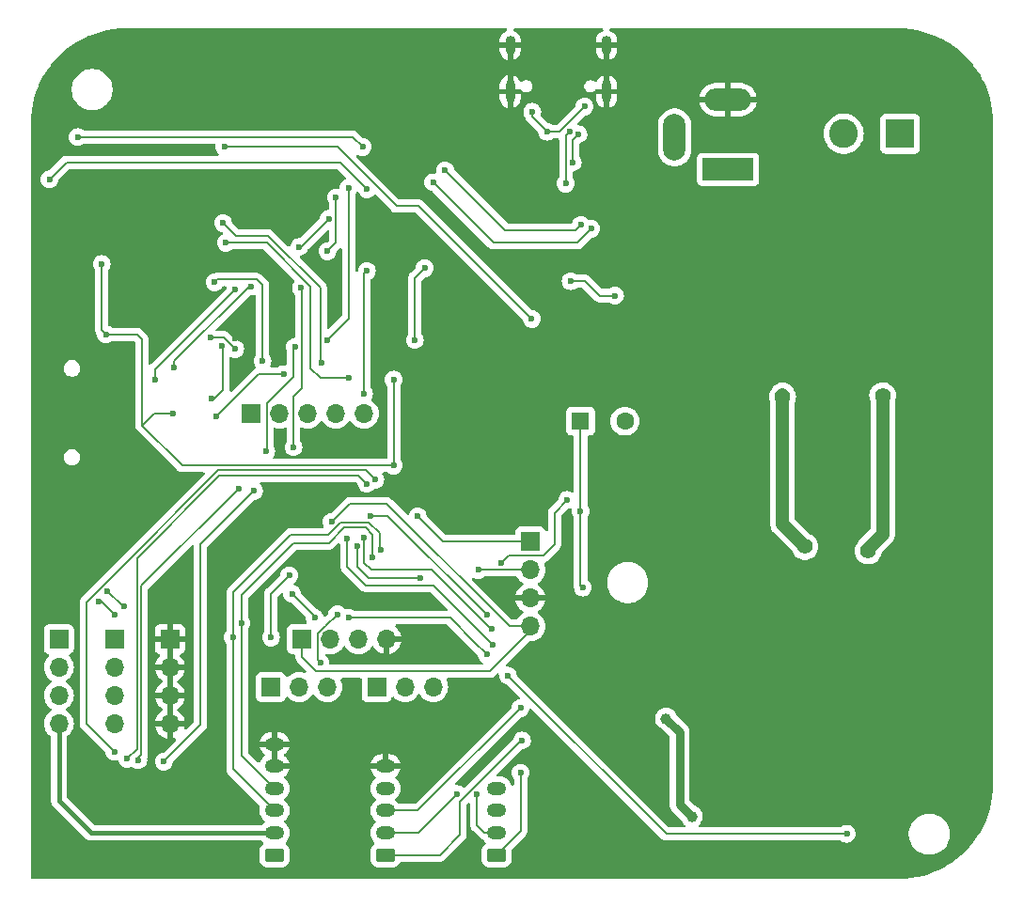
<source format=gbr>
%TF.GenerationSoftware,KiCad,Pcbnew,8.0.2*%
%TF.CreationDate,2025-04-18T13:43:38+02:00*%
%TF.ProjectId,Mini-me-pcb,4d696e69-2d6d-4652-9d70-63622e6b6963,rev?*%
%TF.SameCoordinates,Original*%
%TF.FileFunction,Copper,L2,Bot*%
%TF.FilePolarity,Positive*%
%FSLAX46Y46*%
G04 Gerber Fmt 4.6, Leading zero omitted, Abs format (unit mm)*
G04 Created by KiCad (PCBNEW 8.0.2) date 2025-04-18 13:43:38*
%MOMM*%
%LPD*%
G01*
G04 APERTURE LIST*
G04 Aperture macros list*
%AMRoundRect*
0 Rectangle with rounded corners*
0 $1 Rounding radius*
0 $2 $3 $4 $5 $6 $7 $8 $9 X,Y pos of 4 corners*
0 Add a 4 corners polygon primitive as box body*
4,1,4,$2,$3,$4,$5,$6,$7,$8,$9,$2,$3,0*
0 Add four circle primitives for the rounded corners*
1,1,$1+$1,$2,$3*
1,1,$1+$1,$4,$5*
1,1,$1+$1,$6,$7*
1,1,$1+$1,$8,$9*
0 Add four rect primitives between the rounded corners*
20,1,$1+$1,$2,$3,$4,$5,0*
20,1,$1+$1,$4,$5,$6,$7,0*
20,1,$1+$1,$6,$7,$8,$9,0*
20,1,$1+$1,$8,$9,$2,$3,0*%
G04 Aperture macros list end*
%TA.AperFunction,ComponentPad*%
%ADD10R,1.700000X1.700000*%
%TD*%
%TA.AperFunction,ComponentPad*%
%ADD11O,1.700000X1.700000*%
%TD*%
%TA.AperFunction,ComponentPad*%
%ADD12RoundRect,0.250000X0.625000X-0.350000X0.625000X0.350000X-0.625000X0.350000X-0.625000X-0.350000X0*%
%TD*%
%TA.AperFunction,ComponentPad*%
%ADD13O,1.750000X1.200000*%
%TD*%
%TA.AperFunction,ComponentPad*%
%ADD14R,4.600000X2.000000*%
%TD*%
%TA.AperFunction,ComponentPad*%
%ADD15O,4.200000X2.000000*%
%TD*%
%TA.AperFunction,ComponentPad*%
%ADD16O,2.000000X4.200000*%
%TD*%
%TA.AperFunction,ComponentPad*%
%ADD17R,2.600000X2.600000*%
%TD*%
%TA.AperFunction,ComponentPad*%
%ADD18C,2.600000*%
%TD*%
%TA.AperFunction,ComponentPad*%
%ADD19R,1.600000X1.600000*%
%TD*%
%TA.AperFunction,ComponentPad*%
%ADD20C,1.600000*%
%TD*%
%TA.AperFunction,ComponentPad*%
%ADD21O,0.900000X2.000000*%
%TD*%
%TA.AperFunction,ComponentPad*%
%ADD22O,0.900000X1.700000*%
%TD*%
%TA.AperFunction,ViaPad*%
%ADD23C,0.600000*%
%TD*%
%TA.AperFunction,ViaPad*%
%ADD24C,1.000000*%
%TD*%
%TA.AperFunction,ViaPad*%
%ADD25C,1.400000*%
%TD*%
%TA.AperFunction,Conductor*%
%ADD26C,0.200000*%
%TD*%
%TA.AperFunction,Conductor*%
%ADD27C,0.800000*%
%TD*%
%TA.AperFunction,Conductor*%
%ADD28C,0.400000*%
%TD*%
%TA.AperFunction,Conductor*%
%ADD29C,1.200000*%
%TD*%
G04 APERTURE END LIST*
D10*
%TO.P,J16,1,Pin_1*%
%TO.N,ESP_GPIO12*%
X142240000Y-68707000D03*
D11*
%TO.P,J16,2,Pin_2*%
%TO.N,ESP_GPIO13*%
X144780000Y-68707000D03*
%TO.P,J16,3,Pin_3*%
%TO.N,ESP_GPIO14*%
X147320000Y-68707000D03*
%TO.P,J16,4,Pin_4*%
%TO.N,ESP_GPIO16*%
X149860000Y-68707000D03*
%TO.P,J16,5,Pin_5*%
%TO.N,ESP_GPIO17*%
X152400000Y-68707000D03*
%TD*%
D10*
%TO.P,J14,1,Pin_1*%
%TO.N,+3.3V*%
X124921000Y-89037000D03*
D11*
%TO.P,J14,2,Pin_2*%
X124921000Y-91577000D03*
%TO.P,J14,3,Pin_3*%
X124921000Y-94117000D03*
%TO.P,J14,4,Pin_4*%
X124921000Y-96657000D03*
%TD*%
D10*
%TO.P,J13,1,Pin_1*%
%TO.N,5Vout*%
X129921000Y-89037000D03*
D11*
%TO.P,J13,2,Pin_2*%
X129921000Y-91577000D03*
%TO.P,J13,3,Pin_3*%
X129921000Y-94117000D03*
%TO.P,J13,4,Pin_4*%
X129921000Y-96657000D03*
%TD*%
D12*
%TO.P,J12,1,Pin_1*%
%TO.N,I2C1_SDA*%
X164338000Y-108489000D03*
D13*
%TO.P,J12,2,Pin_2*%
%TO.N,I2C1_SCL*%
X164338000Y-106489000D03*
%TO.P,J12,3,Pin_3*%
%TO.N,+3.3V*%
X164338000Y-104489000D03*
%TO.P,J12,4,Pin_4*%
%TO.N,GND*%
X164338000Y-102489000D03*
%TD*%
D14*
%TO.P,J2,1*%
%TO.N,Net-(J3-Pin_1)*%
X185166000Y-46736000D03*
D15*
%TO.P,J2,2*%
%TO.N,GND*%
X185166000Y-40436000D03*
D16*
%TO.P,J2,3*%
%TO.N,N/C*%
X180366000Y-43836000D03*
%TD*%
D10*
%TO.P,J8,1,Pin_1*%
%TO.N,SWCLK*%
X167386000Y-80264000D03*
D11*
%TO.P,J8,2,Pin_2*%
%TO.N,SWDIO*%
X167386000Y-82804000D03*
%TO.P,J8,3,Pin_3*%
%TO.N,GND*%
X167386000Y-85344000D03*
%TO.P,J8,4,Pin_4*%
%TO.N,+3.3V*%
X167386000Y-87884000D03*
%TD*%
D17*
%TO.P,J3,1,Pin_1*%
%TO.N,Net-(J3-Pin_1)*%
X200665000Y-43510000D03*
D18*
%TO.P,J3,2,Pin_2*%
%TO.N,Net-(J3-Pin_2)*%
X195585000Y-43510000D03*
%TD*%
D10*
%TO.P,J5,1,Pin_1*%
%TO.N,SPI1_SCK*%
X153543000Y-93345000D03*
D11*
%TO.P,J5,2,Pin_2*%
%TO.N,SPI1_MISO*%
X156083000Y-93345000D03*
%TO.P,J5,3,Pin_3*%
%TO.N,SPI1_MOSI*%
X158623000Y-93345000D03*
%TD*%
D19*
%TO.P,BZ1,1,-*%
%TO.N,+5V*%
X171900000Y-69400000D03*
D20*
%TO.P,BZ1,2,+*%
%TO.N,Net-(BZ1-+)*%
X175900000Y-69400000D03*
%TD*%
D12*
%TO.P,J9,1,Pin_1*%
%TO.N,ENCODER_A*%
X154338000Y-108489000D03*
D13*
%TO.P,J9,2,Pin_2*%
%TO.N,ENCODER_B*%
X154338000Y-106489000D03*
%TO.P,J9,3,Pin_3*%
%TO.N,ENCODER_SW*%
X154338000Y-104489000D03*
%TO.P,J9,4,Pin_4*%
%TO.N,+3.3V*%
X154338000Y-102489000D03*
%TO.P,J9,5,Pin_5*%
%TO.N,GND*%
X154338000Y-100489000D03*
%TD*%
D10*
%TO.P,J6,1,Pin_1*%
%TO.N,SPI2_SCK*%
X144018000Y-93345000D03*
D11*
%TO.P,J6,2,Pin_2*%
%TO.N,SPI2_MISO*%
X146558000Y-93345000D03*
%TO.P,J6,3,Pin_3*%
%TO.N,SPI2_MOSI*%
X149098000Y-93345000D03*
%TD*%
D12*
%TO.P,J10,1,Pin_1*%
%TO.N,5Vout*%
X144338000Y-108489000D03*
D13*
%TO.P,J10,2,Pin_2*%
%TO.N,+3.3V*%
X144338000Y-106489000D03*
%TO.P,J10,3,Pin_3*%
%TO.N,I2C2_SDA*%
X144338000Y-104489000D03*
%TO.P,J10,4,Pin_4*%
%TO.N,I2C2_SCL*%
X144338000Y-102489000D03*
%TO.P,J10,5,Pin_5*%
%TO.N,GND*%
X144338000Y-100489000D03*
%TO.P,J10,6,Pin_6*%
X144338000Y-98489000D03*
%TD*%
D21*
%TO.P,J1,S1,SHIELD*%
%TO.N,GND*%
X174223000Y-39718500D03*
%TO.P,J1,S2,SHIELD*%
X165573000Y-39718500D03*
D22*
%TO.P,J1,S3,SHIELD*%
X174223000Y-35548500D03*
%TO.P,J1,S4,SHIELD*%
X165573000Y-35548500D03*
%TD*%
D10*
%TO.P,J15,1,Pin_1*%
%TO.N,GND*%
X134921000Y-89037000D03*
D11*
%TO.P,J15,2,Pin_2*%
X134921000Y-91577000D03*
%TO.P,J15,3,Pin_3*%
X134921000Y-94117000D03*
%TO.P,J15,4,Pin_4*%
X134921000Y-96657000D03*
%TD*%
D10*
%TO.P,J7,1,Pin_1*%
%TO.N,+3.3V*%
X146822000Y-89027000D03*
D11*
%TO.P,J7,2,Pin_2*%
%TO.N,USART2_RX*%
X149362000Y-89027000D03*
%TO.P,J7,3,Pin_3*%
%TO.N,USART2_TX*%
X151902000Y-89027000D03*
%TO.P,J7,4,Pin_4*%
%TO.N,GND*%
X154442000Y-89027000D03*
%TD*%
D23*
%TO.N,GND*%
X173228000Y-46609000D03*
D24*
X136500000Y-101200000D03*
D23*
X136100000Y-60000000D03*
X147600000Y-72000000D03*
X140200000Y-49000000D03*
X155956000Y-90551000D03*
X140808000Y-61976000D03*
X130937000Y-79756000D03*
D24*
X200934500Y-97134500D03*
D23*
X170307000Y-84963000D03*
X161290000Y-56642000D03*
X144700000Y-76200000D03*
D24*
X203576000Y-70479000D03*
D23*
X168402000Y-100330000D03*
D24*
X207391000Y-62357000D03*
D23*
X177400000Y-59400000D03*
X157226000Y-85344000D03*
X168910000Y-44958000D03*
X140462000Y-55245000D03*
X157099000Y-51816000D03*
X177900000Y-56400000D03*
X163068000Y-77851000D03*
D24*
X194310000Y-97790000D03*
D23*
X149733000Y-56896000D03*
X142367000Y-61976000D03*
X145034000Y-56896000D03*
D24*
X139000000Y-97700000D03*
D23*
X130600000Y-73000000D03*
X149606000Y-82042000D03*
X159555265Y-87967735D03*
X171100000Y-100000000D03*
X129500000Y-63800000D03*
%TO.N,+3.3V*%
X156972000Y-62103000D03*
X155067000Y-65659000D03*
X135200000Y-68700000D03*
X128778000Y-55245000D03*
X129159000Y-61595000D03*
X157861000Y-55626000D03*
X155067000Y-73406000D03*
X149479000Y-78486000D03*
%TO.N,EN_ESP*%
X167500000Y-60200000D03*
X139827000Y-44704000D03*
D24*
%TO.N,+5V*%
X181900000Y-105000000D03*
D23*
X171900000Y-77500000D03*
D24*
X179600000Y-96200000D03*
D23*
X172100000Y-84400000D03*
%TO.N,Net-(D1-PadA)*%
X172261512Y-41056000D03*
X167548000Y-41529000D03*
X168882000Y-43327500D03*
%TO.N,D-*%
X171704000Y-43561000D03*
X171196000Y-46101000D03*
%TO.N,D+*%
X170942000Y-43307000D03*
X170561000Y-48006000D03*
D25*
%TO.N,Net-(D6-K)*%
X190100000Y-67200000D03*
X192100000Y-80700000D03*
D23*
%TO.N,I2C2_SDA*%
X153924000Y-81026000D03*
X152654000Y-48514000D03*
X124079000Y-47625000D03*
X140589000Y-88900000D03*
X129921000Y-86868000D03*
X128480735Y-85681735D03*
%TO.N,TX->STM*%
X148590000Y-64135000D03*
X139700000Y-51562000D03*
%TO.N,RX->STM*%
X139954000Y-53340000D03*
X151003000Y-65532000D03*
%TO.N,CS_SD*%
X140783382Y-57550147D03*
X133600000Y-65700000D03*
%TO.N,ESP_GPIO12*%
X140800000Y-62900000D03*
X138600000Y-61900000D03*
%TO.N,I2C2_SCL*%
X141351000Y-87630000D03*
X126619000Y-43815000D03*
X129265765Y-84688765D03*
X152273000Y-44704000D03*
X153162000Y-81661000D03*
X130810000Y-86106000D03*
%TO.N,ESP_GPIO17*%
X152654000Y-55880000D03*
X152400000Y-66929000D03*
%TO.N,RX*%
X146177000Y-62738000D03*
X132080000Y-99949000D03*
X149063000Y-62103000D03*
X141100000Y-75500000D03*
X143600000Y-72100000D03*
X151003000Y-48387000D03*
X158623000Y-47879000D03*
X172847000Y-52070000D03*
%TO.N,MOSI_SD*%
X139100000Y-69000000D03*
X145161000Y-65151000D03*
%TO.N,TX*%
X149860000Y-49276000D03*
X142494000Y-75692000D03*
X146050000Y-71755000D03*
X149098000Y-54102000D03*
X146720000Y-57404000D03*
X171937765Y-51709235D03*
X159702500Y-46799500D03*
X134366000Y-100076000D03*
%TO.N,ESP_GPIO14*%
X138938000Y-56896000D03*
X143256000Y-64008000D03*
%TO.N,MISO_SD*%
X142240000Y-57277000D03*
X135300000Y-64600000D03*
X149225000Y-51181000D03*
X146558000Y-53721000D03*
%TO.N,SCK_SD*%
X139600000Y-62600000D03*
X138700000Y-67400000D03*
%TO.N,SPI1_SCK*%
X147955000Y-87122000D03*
X145923000Y-84963000D03*
%TO.N,SPI2_MOSI*%
X148463000Y-91186000D03*
X149988000Y-86804499D03*
%TO.N,SPI2_SCK*%
X145669000Y-83312000D03*
X144018000Y-88900000D03*
%TO.N,SWDIO*%
X162687000Y-82804000D03*
%TO.N,SWCLK*%
X157226000Y-77978000D03*
%TO.N,ENCODER_B*%
X160782000Y-102997000D03*
X157480000Y-83566000D03*
X151765000Y-80645000D03*
%TO.N,ENCODER_SW*%
X166497000Y-95250000D03*
X163957000Y-89535000D03*
X150876000Y-79975000D03*
%TO.N,ENCODER_A*%
X163873265Y-88094735D03*
X152400000Y-79883000D03*
X166624000Y-98171000D03*
%TO.N,LED2*%
X129921000Y-99187000D03*
X153416000Y-74676000D03*
%TO.N,LED3*%
X152654000Y-75057000D03*
X131064000Y-99822000D03*
%TO.N,I2C1_SDA*%
X166497000Y-101092000D03*
%TO.N,I2C1_SCL*%
X162560000Y-102997000D03*
%TO.N,STROOMSENSOR*%
X151003000Y-87122000D03*
X163449000Y-90424000D03*
X195868000Y-106568000D03*
X165354000Y-92329000D03*
%TO.N,BUZZER*%
X170700000Y-76500000D03*
X164719000Y-82204000D03*
X152951037Y-77924320D03*
X163449000Y-86868000D03*
%TO.N,Net-(Q2-E)*%
X175000000Y-58100000D03*
X171000000Y-56800000D03*
D25*
%TO.N,Net-(D9-A)*%
X197800000Y-81100000D03*
X199100000Y-67100000D03*
%TD*%
D26*
%TO.N,GND*%
X169926000Y-85344000D02*
X170307000Y-84963000D01*
X157226000Y-85344000D02*
X151384000Y-85344000D01*
X140462000Y-55245000D02*
X143383000Y-55245000D01*
D27*
X207391000Y-66664000D02*
X203576000Y-70479000D01*
D26*
X157099000Y-52451000D02*
X161290000Y-56642000D01*
X157099000Y-51816000D02*
X157099000Y-52451000D01*
X151384000Y-85344000D02*
X149606000Y-83566000D01*
D27*
X207391000Y-62357000D02*
X207391000Y-66664000D01*
D26*
X159555265Y-88475735D02*
X159004000Y-89027000D01*
D27*
X136600000Y-101200000D02*
X139000000Y-98800000D01*
D26*
X171100000Y-100000000D02*
X168732000Y-100000000D01*
X143383000Y-55245000D02*
X145034000Y-56896000D01*
X167386000Y-85344000D02*
X169926000Y-85344000D01*
X159004000Y-89027000D02*
X154442000Y-89027000D01*
D27*
X139000000Y-98800000D02*
X139000000Y-97700000D01*
D26*
X140808000Y-61976000D02*
X142367000Y-61976000D01*
D27*
X200934500Y-97134500D02*
X200279000Y-97790000D01*
X136500000Y-101200000D02*
X136600000Y-101200000D01*
D26*
X159555265Y-87967735D02*
X159555265Y-88475735D01*
D27*
X200279000Y-97790000D02*
X194310000Y-97790000D01*
D26*
X149606000Y-83566000D02*
X149606000Y-82042000D01*
X168732000Y-100000000D02*
X168402000Y-100330000D01*
%TO.N,+3.3V*%
X156972000Y-56515000D02*
X157861000Y-55626000D01*
X151130000Y-76835000D02*
X154432001Y-76835000D01*
X156972000Y-62103000D02*
X156972000Y-56515000D01*
D28*
X124921000Y-103585000D02*
X124921000Y-96657000D01*
D26*
X132500000Y-69700000D02*
X132397500Y-69700000D01*
X149479000Y-78486000D02*
X151130000Y-76835000D01*
X128778000Y-55245000D02*
X128778000Y-61214000D01*
X146822000Y-89027000D02*
X146822000Y-90688000D01*
X132397500Y-62039500D02*
X132397500Y-69700000D01*
X167386000Y-88265000D02*
X167386000Y-87884000D01*
X131953000Y-61595000D02*
X132397500Y-62039500D01*
X128778000Y-61214000D02*
X129159000Y-61595000D01*
X163703000Y-91948000D02*
X167386000Y-88265000D01*
X165481001Y-87884000D02*
X167386000Y-87884000D01*
X135200000Y-68700000D02*
X133500000Y-68700000D01*
X155067000Y-73406000D02*
X155067000Y-65659000D01*
X132397500Y-69700000D02*
X132397500Y-69786500D01*
D28*
X127825000Y-106489000D02*
X124921000Y-103585000D01*
D26*
X148082000Y-91948000D02*
X163703000Y-91948000D01*
D28*
X144338000Y-106489000D02*
X127825000Y-106489000D01*
D26*
X146822000Y-90688000D02*
X148082000Y-91948000D01*
X129159000Y-61595000D02*
X131953000Y-61595000D01*
X136017000Y-73406000D02*
X155067000Y-73406000D01*
X133500000Y-68700000D02*
X132500000Y-69700000D01*
X154432001Y-76835000D02*
X165481001Y-87884000D01*
X132397500Y-69786500D02*
X136017000Y-73406000D01*
%TO.N,EN_ESP*%
X167500000Y-60200000D02*
X157338000Y-50038000D01*
X157338000Y-50038000D02*
X155321000Y-50038000D01*
X155321000Y-50038000D02*
X149987000Y-44704000D01*
X149987000Y-44704000D02*
X139827000Y-44704000D01*
%TO.N,+5V*%
X172100000Y-84400000D02*
X171900000Y-84200000D01*
D27*
X180800000Y-103900000D02*
X180800000Y-97400000D01*
D26*
X171900000Y-84200000D02*
X171900000Y-69400000D01*
D27*
X181900000Y-105000000D02*
X180800000Y-103900000D01*
X180800000Y-97400000D02*
X179600000Y-96200000D01*
D26*
%TO.N,Net-(D1-PadA)*%
X167548000Y-41993500D02*
X168882000Y-43327500D01*
X172261512Y-41056000D02*
X169990012Y-43327500D01*
X169990012Y-43327500D02*
X168882000Y-43327500D01*
X167548000Y-41529000D02*
X167548000Y-41993500D01*
%TO.N,D-*%
X171196000Y-44069000D02*
X171704000Y-43561000D01*
X171196000Y-46101000D02*
X171196000Y-44069000D01*
%TO.N,D+*%
X170561000Y-43688000D02*
X170942000Y-43307000D01*
X170561000Y-48006000D02*
X170561000Y-43688000D01*
D29*
%TO.N,Net-(D6-K)*%
X190100000Y-67200000D02*
X190100000Y-78700000D01*
X190100000Y-78700000D02*
X192100000Y-80700000D01*
X190100000Y-67000000D02*
X190100000Y-67200000D01*
D26*
%TO.N,I2C2_SDA*%
X152800000Y-78505000D02*
X150308529Y-78505000D01*
X153924000Y-81026000D02*
X153797000Y-80899000D01*
X150308529Y-78505000D02*
X149184529Y-79629000D01*
X140589000Y-84836000D02*
X140589000Y-88900000D01*
X140589000Y-100740000D02*
X144338000Y-104489000D01*
X153797000Y-79502000D02*
X152800000Y-78505000D01*
X125603000Y-46101000D02*
X124079000Y-47625000D01*
X150241000Y-46101000D02*
X127000000Y-46101000D01*
X128734735Y-85681735D02*
X129921000Y-86868000D01*
X127000000Y-46101000D02*
X125603000Y-46101000D01*
X152654000Y-48514000D02*
X150241000Y-46101000D01*
X145796000Y-79629000D02*
X140589000Y-84836000D01*
X149184529Y-79629000D02*
X145796000Y-79629000D01*
X128480735Y-85681735D02*
X128734735Y-85681735D01*
X140589000Y-88900000D02*
X140589000Y-100740000D01*
X153797000Y-80899000D02*
X153797000Y-79502000D01*
%TO.N,TX->STM*%
X148463000Y-64008000D02*
X148463000Y-57404000D01*
X148463000Y-57404000D02*
X143764000Y-52705000D01*
X140843000Y-52705000D02*
X139700000Y-51562000D01*
X143764000Y-52705000D02*
X140843000Y-52705000D01*
X148590000Y-64135000D02*
X148463000Y-64008000D01*
%TO.N,RX->STM*%
X147574000Y-64643000D02*
X147574000Y-57277000D01*
X151003000Y-65532000D02*
X148463000Y-65532000D01*
X151010000Y-65539000D02*
X151003000Y-65532000D01*
X148463000Y-65532000D02*
X147574000Y-64643000D01*
X143637000Y-53340000D02*
X139954000Y-53340000D01*
X147574000Y-57277000D02*
X143637000Y-53340000D01*
%TO.N,CS_SD*%
X133600000Y-64733530D02*
X140783382Y-57550148D01*
X133600000Y-65700000D02*
X133600000Y-64733530D01*
X140783382Y-57550148D02*
X140783382Y-57550147D01*
%TO.N,ESP_GPIO12*%
X139800000Y-61900000D02*
X138600000Y-61900000D01*
X140800000Y-62900000D02*
X139800000Y-61900000D01*
%TO.N,I2C2_SCL*%
X141351000Y-85090000D02*
X141351000Y-87630000D01*
X141351000Y-87630000D02*
X141351000Y-99502000D01*
X146050000Y-80391000D02*
X141351000Y-85090000D01*
X153162000Y-79629000D02*
X152527000Y-78994000D01*
X152527000Y-78994000D02*
X150630608Y-78994000D01*
X151384000Y-43815000D02*
X126619000Y-43815000D01*
X130683000Y-86106000D02*
X130810000Y-86106000D01*
X129265765Y-84688765D02*
X130683000Y-86106000D01*
X150630608Y-78994000D02*
X149233608Y-80391000D01*
X141351000Y-99502000D02*
X144338000Y-102489000D01*
X152273000Y-44704000D02*
X151384000Y-43815000D01*
X149233608Y-80391000D02*
X146050000Y-80391000D01*
X153162000Y-81661000D02*
X153162000Y-79629000D01*
%TO.N,ESP_GPIO17*%
X152400000Y-56134000D02*
X152654000Y-55880000D01*
X152400000Y-66929000D02*
X152400000Y-56134000D01*
%TO.N,RX*%
X141100000Y-75500000D02*
X132353000Y-84247000D01*
X146050000Y-65405000D02*
X146050000Y-62865000D01*
X143630000Y-67825000D02*
X146050000Y-65405000D01*
X158623000Y-47879000D02*
X164084000Y-53340000D01*
X164084000Y-53340000D02*
X171577000Y-53340000D01*
X132353000Y-84247000D02*
X132353000Y-99422000D01*
X146050000Y-62865000D02*
X146177000Y-62738000D01*
X143630000Y-72070000D02*
X143630000Y-67825000D01*
X132080000Y-99695000D02*
X132080000Y-99949000D01*
X171577000Y-53340000D02*
X172847000Y-52070000D01*
X151003000Y-48387000D02*
X151003000Y-60163000D01*
X132353000Y-99422000D02*
X132080000Y-99695000D01*
X143600000Y-72100000D02*
X143630000Y-72070000D01*
X151003000Y-60163000D02*
X149063000Y-62103000D01*
%TO.N,MOSI_SD*%
X142949000Y-65151000D02*
X145161000Y-65151000D01*
X139100000Y-69000000D02*
X142949000Y-65151000D01*
%TO.N,TX*%
X137668000Y-80518000D02*
X137668000Y-96774000D01*
X142494000Y-75692000D02*
X137668000Y-80518000D01*
X146720000Y-57404000D02*
X146777000Y-57461000D01*
X146777000Y-57461000D02*
X146777000Y-66456000D01*
X149098000Y-54102000D02*
X149860000Y-53340000D01*
X146050000Y-67183000D02*
X146050000Y-71755000D01*
X149860000Y-53340000D02*
X149860000Y-49276000D01*
X165100000Y-52197000D02*
X171450000Y-52197000D01*
X146777000Y-66456000D02*
X146050000Y-67183000D01*
X159702500Y-46799500D02*
X165100000Y-52197000D01*
X137668000Y-96774000D02*
X134366000Y-100076000D01*
X171450000Y-52197000D02*
X171937765Y-51709235D01*
%TO.N,ESP_GPIO14*%
X138938000Y-56896000D02*
X139192000Y-56642000D01*
X139192000Y-56642000D02*
X142748000Y-56642000D01*
X143256000Y-57150000D02*
X143256000Y-64008000D01*
X142748000Y-56642000D02*
X143256000Y-57150000D01*
%TO.N,MISO_SD*%
X142023000Y-57277000D02*
X135300000Y-64000000D01*
X142240000Y-57277000D02*
X142023000Y-57277000D01*
X135300000Y-64000000D02*
X135300000Y-64600000D01*
X146685000Y-53721000D02*
X149225000Y-51181000D01*
X146558000Y-53721000D02*
X146685000Y-53721000D01*
%TO.N,SCK_SD*%
X139700000Y-66600000D02*
X138900000Y-67400000D01*
X139700000Y-62700000D02*
X139700000Y-66600000D01*
X139600000Y-62600000D02*
X139700000Y-62700000D01*
X138900000Y-67400000D02*
X138700000Y-67400000D01*
%TO.N,SPI1_SCK*%
X147955000Y-86995000D02*
X147955000Y-87122000D01*
X145923000Y-84963000D02*
X147955000Y-86995000D01*
%TO.N,SPI2_MOSI*%
X148212000Y-90935000D02*
X148463000Y-91186000D01*
X148885654Y-87877000D02*
X148212000Y-88550654D01*
X148915499Y-87877000D02*
X148885654Y-87877000D01*
X148212000Y-88550654D02*
X148212000Y-90935000D01*
X149988000Y-86804499D02*
X148915499Y-87877000D01*
%TO.N,SPI2_SCK*%
X144018000Y-84963000D02*
X145669000Y-83312000D01*
X144018000Y-88900000D02*
X144018000Y-84963000D01*
%TO.N,SWDIO*%
X162687000Y-82804000D02*
X167386000Y-82804000D01*
%TO.N,SWCLK*%
X157226000Y-77978000D02*
X159512000Y-80264000D01*
X159512000Y-80264000D02*
X167386000Y-80264000D01*
%TO.N,ENCODER_B*%
X152781000Y-83566000D02*
X157480000Y-83566000D01*
X151765000Y-82550000D02*
X152781000Y-83566000D01*
X151765000Y-80645000D02*
X151765000Y-82550000D01*
X157290000Y-106489000D02*
X154338000Y-106489000D01*
X160782000Y-102997000D02*
X157290000Y-106489000D01*
%TO.N,ENCODER_SW*%
X166497000Y-95250000D02*
X157258000Y-104489000D01*
X163957000Y-89535000D02*
X158623000Y-84201000D01*
X158623000Y-84201000D02*
X152527000Y-84201000D01*
X157258000Y-104489000D02*
X154338000Y-104489000D01*
X150876000Y-82550000D02*
X150876000Y-79975000D01*
X152527000Y-84201000D02*
X150876000Y-82550000D01*
%TO.N,ENCODER_A*%
X166624000Y-98171000D02*
X166540265Y-98171000D01*
X159227000Y-108489000D02*
X154338000Y-108489000D01*
X161036000Y-103675265D02*
X161036000Y-106680000D01*
X162314265Y-102397000D02*
X162311471Y-102397000D01*
X163873265Y-88094735D02*
X163786735Y-88094735D01*
X163786735Y-88094735D02*
X158496000Y-82804000D01*
X158496000Y-82804000D02*
X153035000Y-82804000D01*
X152400000Y-82169000D02*
X152400000Y-79883000D01*
X161960000Y-102751265D02*
X161036000Y-103675265D01*
X153035000Y-82804000D02*
X152400000Y-82169000D01*
X162311471Y-102397000D02*
X161960000Y-102748471D01*
X166540265Y-98171000D02*
X162314265Y-102397000D01*
X161960000Y-102748471D02*
X161960000Y-102751265D01*
X161036000Y-106680000D02*
X159227000Y-108489000D01*
%TO.N,LED2*%
X139300000Y-73806000D02*
X129921000Y-83185000D01*
X127381000Y-90805000D02*
X127381000Y-96647000D01*
X149733000Y-73806000D02*
X139300000Y-73806000D01*
X152546000Y-73806000D02*
X149733000Y-73806000D01*
X153416000Y-74676000D02*
X152546000Y-73806000D01*
X127381000Y-96647000D02*
X129921000Y-99187000D01*
X129921000Y-83185000D02*
X127381000Y-85725000D01*
X127381000Y-85725000D02*
X127381000Y-90805000D01*
%TO.N,LED3*%
X131953000Y-98933000D02*
X131953000Y-81718686D01*
X151892000Y-74295000D02*
X152654000Y-75057000D01*
X139376686Y-74295000D02*
X151892000Y-74295000D01*
X131953000Y-81718686D02*
X139376686Y-74295000D01*
X131064000Y-99822000D02*
X131953000Y-98933000D01*
%TO.N,I2C1_SDA*%
X166497000Y-106330000D02*
X164338000Y-108489000D01*
X166497000Y-101092000D02*
X166497000Y-106330000D01*
%TO.N,I2C1_SCL*%
X163258000Y-106489000D02*
X164338000Y-106489000D01*
X162560000Y-102997000D02*
X162560000Y-105791000D01*
X162560000Y-105791000D02*
X163258000Y-106489000D01*
%TO.N,STROOMSENSOR*%
X179625000Y-106600000D02*
X165354000Y-92329000D01*
X195868000Y-106568000D02*
X195836000Y-106600000D01*
X160147000Y-87122000D02*
X162306000Y-89281000D01*
X162306000Y-89281000D02*
X163449000Y-90424000D01*
X151003000Y-87122000D02*
X160147000Y-87122000D01*
X195836000Y-106600000D02*
X179625000Y-106600000D01*
%TO.N,BUZZER*%
X152951037Y-77924320D02*
X154505320Y-77924320D01*
X165389000Y-81534000D02*
X164719000Y-82204000D01*
X169545000Y-80518000D02*
X168529000Y-81534000D01*
X170700000Y-76500000D02*
X169545000Y-77655000D01*
X154505320Y-77924320D02*
X163449000Y-86868000D01*
X169545000Y-77655000D02*
X169545000Y-80518000D01*
X168529000Y-81534000D02*
X165389000Y-81534000D01*
%TO.N,Net-(Q2-E)*%
X175000000Y-58100000D02*
X173600000Y-58100000D01*
X173600000Y-58100000D02*
X172300000Y-56800000D01*
X172300000Y-56800000D02*
X171000000Y-56800000D01*
D29*
%TO.N,Net-(D9-A)*%
X199100000Y-79600000D02*
X199000000Y-79700000D01*
X199000000Y-79700000D02*
X197800000Y-80900000D01*
X199100000Y-67100000D02*
X199100000Y-79600000D01*
X197800000Y-80900000D02*
X197800000Y-81100000D01*
%TD*%
%TA.AperFunction,Conductor*%
%TO.N,GND*%
G36*
X144588000Y-100208670D02*
G01*
X144568255Y-100188925D01*
X144482745Y-100139556D01*
X144387370Y-100114000D01*
X144288630Y-100114000D01*
X144193255Y-100139556D01*
X144107745Y-100188925D01*
X144088000Y-100208670D01*
X144088000Y-98769330D01*
X144107745Y-98789075D01*
X144193255Y-98838444D01*
X144288630Y-98864000D01*
X144387370Y-98864000D01*
X144482745Y-98838444D01*
X144568255Y-98789075D01*
X144588000Y-98769330D01*
X144588000Y-100208670D01*
G37*
%TD.AperFunction*%
%TA.AperFunction,Conductor*%
G36*
X159913942Y-87742185D02*
G01*
X159934584Y-87758819D01*
X162618298Y-90442533D01*
X162651783Y-90503856D01*
X162653837Y-90516330D01*
X162663630Y-90603249D01*
X162723210Y-90773521D01*
X162762769Y-90836478D01*
X162819184Y-90926262D01*
X162946738Y-91053816D01*
X162951355Y-91056717D01*
X163049691Y-91118506D01*
X163095982Y-91170841D01*
X163106630Y-91239895D01*
X163078255Y-91303743D01*
X163019865Y-91342115D01*
X162983719Y-91347500D01*
X149389124Y-91347500D01*
X149322085Y-91327815D01*
X149276330Y-91275011D01*
X149265904Y-91209615D01*
X149268565Y-91186000D01*
X149268565Y-91185996D01*
X149248369Y-91006750D01*
X149248368Y-91006745D01*
X149231667Y-90959017D01*
X149188789Y-90836478D01*
X149092816Y-90683738D01*
X148968267Y-90559189D01*
X148934782Y-90497866D01*
X148939766Y-90428174D01*
X148981638Y-90372241D01*
X149047102Y-90347824D01*
X149088038Y-90351732D01*
X149126592Y-90362063D01*
X149303034Y-90377500D01*
X149361999Y-90382659D01*
X149362000Y-90382659D01*
X149362001Y-90382659D01*
X149420966Y-90377500D01*
X149597408Y-90362063D01*
X149825663Y-90300903D01*
X150039830Y-90201035D01*
X150233401Y-90065495D01*
X150400495Y-89898401D01*
X150530425Y-89712842D01*
X150585002Y-89669217D01*
X150654500Y-89662023D01*
X150716855Y-89693546D01*
X150733575Y-89712842D01*
X150863281Y-89898082D01*
X150863505Y-89898401D01*
X151030599Y-90065495D01*
X151121416Y-90129086D01*
X151224165Y-90201032D01*
X151224167Y-90201033D01*
X151224170Y-90201035D01*
X151438337Y-90300903D01*
X151666592Y-90362063D01*
X151843034Y-90377500D01*
X151901999Y-90382659D01*
X151902000Y-90382659D01*
X151902001Y-90382659D01*
X151960966Y-90377500D01*
X152137408Y-90362063D01*
X152365663Y-90300903D01*
X152579830Y-90201035D01*
X152773401Y-90065495D01*
X152940495Y-89898401D01*
X153070730Y-89712405D01*
X153125307Y-89668781D01*
X153194805Y-89661587D01*
X153257160Y-89693110D01*
X153273879Y-89712405D01*
X153403890Y-89898078D01*
X153570917Y-90065105D01*
X153764421Y-90200600D01*
X153978507Y-90300429D01*
X153978516Y-90300433D01*
X154192000Y-90357634D01*
X154192000Y-89460012D01*
X154249007Y-89492925D01*
X154376174Y-89527000D01*
X154507826Y-89527000D01*
X154634993Y-89492925D01*
X154692000Y-89460012D01*
X154692000Y-90357633D01*
X154905483Y-90300433D01*
X154905492Y-90300429D01*
X155119578Y-90200600D01*
X155313082Y-90065105D01*
X155480105Y-89898082D01*
X155615600Y-89704578D01*
X155715429Y-89490492D01*
X155715432Y-89490486D01*
X155772636Y-89277000D01*
X154875012Y-89277000D01*
X154907925Y-89219993D01*
X154942000Y-89092826D01*
X154942000Y-88961174D01*
X154907925Y-88834007D01*
X154875012Y-88777000D01*
X155772636Y-88777000D01*
X155772635Y-88776999D01*
X155715432Y-88563513D01*
X155715429Y-88563507D01*
X155615600Y-88349422D01*
X155615599Y-88349420D01*
X155480113Y-88155926D01*
X155480108Y-88155920D01*
X155313078Y-87988890D01*
X155254787Y-87948074D01*
X155211162Y-87893497D01*
X155203970Y-87823999D01*
X155235492Y-87761644D01*
X155295722Y-87726231D01*
X155325911Y-87722500D01*
X159846903Y-87722500D01*
X159913942Y-87742185D01*
G37*
%TD.AperFunction*%
%TA.AperFunction,Conductor*%
G36*
X166163948Y-83424185D02*
G01*
X166209292Y-83476097D01*
X166211965Y-83481830D01*
X166337787Y-83661522D01*
X166347501Y-83675395D01*
X166347506Y-83675402D01*
X166514597Y-83842493D01*
X166514603Y-83842498D01*
X166700594Y-83972730D01*
X166744219Y-84027307D01*
X166751413Y-84096805D01*
X166719890Y-84159160D01*
X166700595Y-84175880D01*
X166514922Y-84305890D01*
X166514920Y-84305891D01*
X166347891Y-84472920D01*
X166347886Y-84472926D01*
X166212400Y-84666420D01*
X166212399Y-84666422D01*
X166112570Y-84880507D01*
X166112567Y-84880513D01*
X166055364Y-85093999D01*
X166055364Y-85094000D01*
X166952988Y-85094000D01*
X166920075Y-85151007D01*
X166886000Y-85278174D01*
X166886000Y-85409826D01*
X166920075Y-85536993D01*
X166952988Y-85594000D01*
X166055364Y-85594000D01*
X166112567Y-85807486D01*
X166112570Y-85807492D01*
X166212399Y-86021578D01*
X166347894Y-86215082D01*
X166514917Y-86382105D01*
X166700595Y-86512119D01*
X166744219Y-86566696D01*
X166751412Y-86636195D01*
X166719890Y-86698549D01*
X166700595Y-86715269D01*
X166514594Y-86845508D01*
X166347506Y-87012596D01*
X166211965Y-87206170D01*
X166211962Y-87206175D01*
X166209289Y-87211909D01*
X166163115Y-87264346D01*
X166096909Y-87283500D01*
X165781099Y-87283500D01*
X165714060Y-87263815D01*
X165693418Y-87247181D01*
X162143131Y-83696894D01*
X162109646Y-83635571D01*
X162114630Y-83565879D01*
X162156502Y-83509946D01*
X162221966Y-83485529D01*
X162290239Y-83500381D01*
X162296785Y-83504220D01*
X162337475Y-83529788D01*
X162507745Y-83589368D01*
X162507750Y-83589369D01*
X162686996Y-83609565D01*
X162687000Y-83609565D01*
X162687004Y-83609565D01*
X162866249Y-83589369D01*
X162866252Y-83589368D01*
X162866255Y-83589368D01*
X163036522Y-83529789D01*
X163189262Y-83433816D01*
X163189267Y-83433810D01*
X163192097Y-83431555D01*
X163194275Y-83430665D01*
X163195158Y-83430111D01*
X163195255Y-83430265D01*
X163256783Y-83405145D01*
X163269412Y-83404500D01*
X166096909Y-83404500D01*
X166163948Y-83424185D01*
G37*
%TD.AperFunction*%
%TA.AperFunction,Conductor*%
G36*
X135171000Y-96223988D02*
G01*
X135113993Y-96191075D01*
X134986826Y-96157000D01*
X134855174Y-96157000D01*
X134728007Y-96191075D01*
X134671000Y-96223988D01*
X134671000Y-94550012D01*
X134728007Y-94582925D01*
X134855174Y-94617000D01*
X134986826Y-94617000D01*
X135113993Y-94582925D01*
X135171000Y-94550012D01*
X135171000Y-96223988D01*
G37*
%TD.AperFunction*%
%TA.AperFunction,Conductor*%
G36*
X135171000Y-93683988D02*
G01*
X135113993Y-93651075D01*
X134986826Y-93617000D01*
X134855174Y-93617000D01*
X134728007Y-93651075D01*
X134671000Y-93683988D01*
X134671000Y-92010012D01*
X134728007Y-92042925D01*
X134855174Y-92077000D01*
X134986826Y-92077000D01*
X135113993Y-92042925D01*
X135171000Y-92010012D01*
X135171000Y-93683988D01*
G37*
%TD.AperFunction*%
%TA.AperFunction,Conductor*%
G36*
X135171000Y-91143988D02*
G01*
X135113993Y-91111075D01*
X134986826Y-91077000D01*
X134855174Y-91077000D01*
X134728007Y-91111075D01*
X134671000Y-91143988D01*
X134671000Y-89470012D01*
X134728007Y-89502925D01*
X134855174Y-89537000D01*
X134986826Y-89537000D01*
X135113993Y-89502925D01*
X135171000Y-89470012D01*
X135171000Y-91143988D01*
G37*
%TD.AperFunction*%
%TA.AperFunction,Conductor*%
G36*
X142620951Y-58068589D02*
G01*
X142653179Y-58130582D01*
X142655500Y-58154464D01*
X142655500Y-63425587D01*
X142635815Y-63492626D01*
X142628450Y-63502896D01*
X142626186Y-63505734D01*
X142530211Y-63658476D01*
X142470631Y-63828745D01*
X142470630Y-63828750D01*
X142450435Y-64007996D01*
X142450435Y-64008003D01*
X142470630Y-64187249D01*
X142470631Y-64187254D01*
X142530211Y-64357523D01*
X142569940Y-64420750D01*
X142610010Y-64484522D01*
X142619351Y-64499387D01*
X142638351Y-64566623D01*
X142617983Y-64633459D01*
X142585589Y-64664037D01*
X142586735Y-64665530D01*
X142580282Y-64670481D01*
X140512182Y-66738582D01*
X140450859Y-66772067D01*
X140381167Y-66767083D01*
X140325234Y-66725211D01*
X140300817Y-66659747D01*
X140300501Y-66650901D01*
X140300501Y-66513348D01*
X140300500Y-66513330D01*
X140300500Y-63748071D01*
X140320185Y-63681032D01*
X140372989Y-63635277D01*
X140442147Y-63625333D01*
X140465455Y-63631030D01*
X140620737Y-63685366D01*
X140620743Y-63685367D01*
X140620745Y-63685368D01*
X140620746Y-63685368D01*
X140620750Y-63685369D01*
X140799996Y-63705565D01*
X140800000Y-63705565D01*
X140800004Y-63705565D01*
X140979249Y-63685369D01*
X140979252Y-63685368D01*
X140979255Y-63685368D01*
X141149522Y-63625789D01*
X141302262Y-63529816D01*
X141429816Y-63402262D01*
X141525789Y-63249522D01*
X141585368Y-63079255D01*
X141592121Y-63019321D01*
X141605565Y-62900003D01*
X141605565Y-62899996D01*
X141585369Y-62720750D01*
X141585368Y-62720745D01*
X141528683Y-62558750D01*
X141525789Y-62550478D01*
X141429816Y-62397738D01*
X141302262Y-62270184D01*
X141241205Y-62231819D01*
X141149521Y-62174210D01*
X140998977Y-62121533D01*
X140979255Y-62114632D01*
X140979254Y-62114631D01*
X140979249Y-62114630D01*
X140892330Y-62104837D01*
X140827916Y-62077770D01*
X140818533Y-62069298D01*
X140287590Y-61538355D01*
X140287588Y-61538352D01*
X140168717Y-61419481D01*
X140168709Y-61419475D01*
X140066936Y-61360717D01*
X140066934Y-61360716D01*
X140031790Y-61340425D01*
X140031789Y-61340424D01*
X140019263Y-61337067D01*
X139879057Y-61299499D01*
X139720943Y-61299499D01*
X139713347Y-61299499D01*
X139713331Y-61299500D01*
X139182412Y-61299500D01*
X139115373Y-61279815D01*
X139105091Y-61272441D01*
X139102259Y-61270182D01*
X139096841Y-61266778D01*
X139050550Y-61214444D01*
X139039900Y-61145390D01*
X139068275Y-61081542D01*
X139075118Y-61074115D01*
X142041998Y-58107236D01*
X142103319Y-58073753D01*
X142143561Y-58071699D01*
X142239997Y-58082565D01*
X142240000Y-58082565D01*
X142240004Y-58082565D01*
X142419249Y-58062369D01*
X142419251Y-58062368D01*
X142419255Y-58062368D01*
X142419258Y-58062366D01*
X142419262Y-58062366D01*
X142490545Y-58037423D01*
X142560323Y-58033860D01*
X142620951Y-58068589D01*
G37*
%TD.AperFunction*%
%TA.AperFunction,Conductor*%
G36*
X149178834Y-52178914D02*
G01*
X149234767Y-52220786D01*
X149259184Y-52286250D01*
X149259500Y-52295096D01*
X149259500Y-53039902D01*
X149239815Y-53106941D01*
X149223185Y-53127578D01*
X149132027Y-53218737D01*
X149079465Y-53271299D01*
X149018142Y-53304783D01*
X149005668Y-53306837D01*
X148918750Y-53316630D01*
X148748478Y-53376210D01*
X148595737Y-53472184D01*
X148468184Y-53599737D01*
X148372211Y-53752476D01*
X148312631Y-53922745D01*
X148312630Y-53922750D01*
X148292435Y-54101996D01*
X148292435Y-54102003D01*
X148312630Y-54281249D01*
X148312631Y-54281254D01*
X148372211Y-54451523D01*
X148468184Y-54604262D01*
X148595738Y-54731816D01*
X148748478Y-54827789D01*
X148918745Y-54887368D01*
X148918750Y-54887369D01*
X149097996Y-54907565D01*
X149098000Y-54907565D01*
X149098004Y-54907565D01*
X149277249Y-54887369D01*
X149277252Y-54887368D01*
X149277255Y-54887368D01*
X149447522Y-54827789D01*
X149600262Y-54731816D01*
X149727816Y-54604262D01*
X149823789Y-54451522D01*
X149883368Y-54281255D01*
X149893161Y-54194329D01*
X149920226Y-54129918D01*
X149928680Y-54120554D01*
X150190821Y-53858413D01*
X150252142Y-53824931D01*
X150321834Y-53829915D01*
X150377767Y-53871787D01*
X150402184Y-53937251D01*
X150402500Y-53946097D01*
X150402500Y-59862903D01*
X150382815Y-59929942D01*
X150366181Y-59950584D01*
X149275181Y-61041584D01*
X149213858Y-61075069D01*
X149144166Y-61070085D01*
X149088233Y-61028213D01*
X149063816Y-60962749D01*
X149063500Y-60953903D01*
X149063500Y-57493060D01*
X149063501Y-57493047D01*
X149063501Y-57324944D01*
X149063501Y-57324943D01*
X149022577Y-57172216D01*
X148966597Y-57075255D01*
X148943524Y-57035290D01*
X148943518Y-57035282D01*
X147788232Y-55879996D01*
X146629346Y-54721111D01*
X146595862Y-54659789D01*
X146600846Y-54590097D01*
X146642718Y-54534164D01*
X146703143Y-54510211D01*
X146737255Y-54506368D01*
X146907522Y-54446789D01*
X147060262Y-54350816D01*
X147187816Y-54223262D01*
X147283789Y-54070522D01*
X147327770Y-53944829D01*
X147357128Y-53898105D01*
X149047820Y-52207413D01*
X149109142Y-52173930D01*
X149178834Y-52178914D01*
G37*
%TD.AperFunction*%
%TA.AperFunction,Conductor*%
G36*
X165238098Y-34048185D02*
G01*
X165283853Y-34100989D01*
X165293797Y-34170147D01*
X165264772Y-34233703D01*
X165218512Y-34267061D01*
X165123008Y-34306619D01*
X165122999Y-34306624D01*
X164967410Y-34410586D01*
X164967406Y-34410589D01*
X164835089Y-34542906D01*
X164835086Y-34542910D01*
X164731124Y-34698499D01*
X164731119Y-34698508D01*
X164659508Y-34871394D01*
X164659506Y-34871402D01*
X164623000Y-35054928D01*
X164623000Y-35298500D01*
X165273000Y-35298500D01*
X165273000Y-35798500D01*
X164623000Y-35798500D01*
X164623000Y-36042071D01*
X164659506Y-36225597D01*
X164659508Y-36225605D01*
X164731119Y-36398491D01*
X164731124Y-36398500D01*
X164835086Y-36554089D01*
X164835089Y-36554093D01*
X164967406Y-36686410D01*
X164967410Y-36686413D01*
X165122999Y-36790375D01*
X165123012Y-36790382D01*
X165295889Y-36861989D01*
X165295896Y-36861991D01*
X165323000Y-36867382D01*
X165323000Y-36115488D01*
X165332940Y-36132705D01*
X165388795Y-36188560D01*
X165457204Y-36228056D01*
X165533504Y-36248500D01*
X165612496Y-36248500D01*
X165688796Y-36228056D01*
X165757205Y-36188560D01*
X165813060Y-36132705D01*
X165823000Y-36115488D01*
X165823000Y-36867381D01*
X165850103Y-36861991D01*
X165850110Y-36861989D01*
X166022987Y-36790382D01*
X166023000Y-36790375D01*
X166178589Y-36686413D01*
X166178593Y-36686410D01*
X166310910Y-36554093D01*
X166310913Y-36554089D01*
X166414875Y-36398500D01*
X166414880Y-36398491D01*
X166486491Y-36225605D01*
X166486493Y-36225597D01*
X166522999Y-36042071D01*
X166523000Y-36042069D01*
X166523000Y-35798500D01*
X165873000Y-35798500D01*
X165873000Y-35298500D01*
X166523000Y-35298500D01*
X166523000Y-35054930D01*
X166522999Y-35054928D01*
X166486493Y-34871402D01*
X166486491Y-34871394D01*
X166414880Y-34698508D01*
X166414875Y-34698499D01*
X166310913Y-34542910D01*
X166310910Y-34542906D01*
X166178593Y-34410589D01*
X166178589Y-34410586D01*
X166023000Y-34306624D01*
X166022991Y-34306619D01*
X165927488Y-34267061D01*
X165873085Y-34223220D01*
X165851020Y-34156926D01*
X165868299Y-34089227D01*
X165919436Y-34041616D01*
X165974941Y-34028500D01*
X173821059Y-34028500D01*
X173888098Y-34048185D01*
X173933853Y-34100989D01*
X173943797Y-34170147D01*
X173914772Y-34233703D01*
X173868512Y-34267061D01*
X173773008Y-34306619D01*
X173772999Y-34306624D01*
X173617410Y-34410586D01*
X173617406Y-34410589D01*
X173485089Y-34542906D01*
X173485086Y-34542910D01*
X173381124Y-34698499D01*
X173381119Y-34698508D01*
X173309508Y-34871394D01*
X173309506Y-34871402D01*
X173273000Y-35054928D01*
X173273000Y-35298500D01*
X173923000Y-35298500D01*
X173923000Y-35798500D01*
X173273000Y-35798500D01*
X173273000Y-36042071D01*
X173309506Y-36225597D01*
X173309508Y-36225605D01*
X173381119Y-36398491D01*
X173381124Y-36398500D01*
X173485086Y-36554089D01*
X173485089Y-36554093D01*
X173617406Y-36686410D01*
X173617410Y-36686413D01*
X173772999Y-36790375D01*
X173773012Y-36790382D01*
X173945889Y-36861989D01*
X173945896Y-36861991D01*
X173973000Y-36867382D01*
X173973000Y-36115488D01*
X173982940Y-36132705D01*
X174038795Y-36188560D01*
X174107204Y-36228056D01*
X174183504Y-36248500D01*
X174262496Y-36248500D01*
X174338796Y-36228056D01*
X174407205Y-36188560D01*
X174463060Y-36132705D01*
X174473000Y-36115488D01*
X174473000Y-36867381D01*
X174500103Y-36861991D01*
X174500110Y-36861989D01*
X174672987Y-36790382D01*
X174673000Y-36790375D01*
X174828589Y-36686413D01*
X174828593Y-36686410D01*
X174960910Y-36554093D01*
X174960913Y-36554089D01*
X175064875Y-36398500D01*
X175064880Y-36398491D01*
X175136491Y-36225605D01*
X175136493Y-36225597D01*
X175172999Y-36042071D01*
X175173000Y-36042069D01*
X175173000Y-35798500D01*
X174523000Y-35798500D01*
X174523000Y-35298500D01*
X175173000Y-35298500D01*
X175173000Y-35054930D01*
X175172999Y-35054928D01*
X175136493Y-34871402D01*
X175136491Y-34871394D01*
X175064880Y-34698508D01*
X175064875Y-34698499D01*
X174960913Y-34542910D01*
X174960910Y-34542906D01*
X174828593Y-34410589D01*
X174828589Y-34410586D01*
X174673000Y-34306624D01*
X174672991Y-34306619D01*
X174577488Y-34267061D01*
X174523085Y-34223220D01*
X174501020Y-34156926D01*
X174518299Y-34089227D01*
X174569436Y-34041616D01*
X174624941Y-34028500D01*
X200484108Y-34028500D01*
X200547959Y-34028500D01*
X200552016Y-34028566D01*
X201101850Y-34046565D01*
X201109928Y-34047095D01*
X201655388Y-34100818D01*
X201663386Y-34101871D01*
X202204187Y-34191158D01*
X202212102Y-34192732D01*
X202745893Y-34317194D01*
X202753697Y-34319285D01*
X203054685Y-34410589D01*
X203278198Y-34478391D01*
X203285882Y-34481000D01*
X203798813Y-34674054D01*
X203806309Y-34677159D01*
X204155132Y-34835208D01*
X204305545Y-34903359D01*
X204312800Y-34906936D01*
X204589676Y-35054930D01*
X204796169Y-35165303D01*
X204803196Y-35169360D01*
X205268619Y-35458779D01*
X205275366Y-35463287D01*
X205466722Y-35600410D01*
X205720877Y-35782535D01*
X205727296Y-35787460D01*
X205971649Y-35987996D01*
X206150976Y-36135166D01*
X206157076Y-36140516D01*
X206557104Y-36515183D01*
X206562816Y-36520895D01*
X206894533Y-36875066D01*
X206937483Y-36920923D01*
X206942833Y-36927023D01*
X207290532Y-37350694D01*
X207295472Y-37357132D01*
X207614712Y-37802633D01*
X207619220Y-37809380D01*
X207908639Y-38274803D01*
X207912696Y-38281830D01*
X207936639Y-38326624D01*
X208140374Y-38707785D01*
X208171054Y-38765182D01*
X208174643Y-38772460D01*
X208400840Y-39271690D01*
X208403945Y-39279186D01*
X208596999Y-39792117D01*
X208599608Y-39799801D01*
X208758709Y-40324285D01*
X208760809Y-40332123D01*
X208885262Y-40865876D01*
X208886845Y-40873834D01*
X208976125Y-41414590D01*
X208977184Y-41422635D01*
X209030903Y-41968061D01*
X209031434Y-41976158D01*
X209049434Y-42525983D01*
X209049500Y-42530040D01*
X209049500Y-102122959D01*
X209049434Y-102127016D01*
X209031434Y-102676841D01*
X209030903Y-102684938D01*
X208977184Y-103230364D01*
X208976125Y-103238409D01*
X208886845Y-103779165D01*
X208885262Y-103787123D01*
X208760809Y-104320876D01*
X208758709Y-104328714D01*
X208599608Y-104853198D01*
X208596999Y-104860882D01*
X208403945Y-105373813D01*
X208400840Y-105381309D01*
X208174643Y-105880539D01*
X208171054Y-105887817D01*
X207912696Y-106371169D01*
X207908639Y-106378196D01*
X207619220Y-106843619D01*
X207614712Y-106850366D01*
X207295472Y-107295867D01*
X207290532Y-107302305D01*
X206942833Y-107725976D01*
X206937483Y-107732076D01*
X206562829Y-108132091D01*
X206557091Y-108137829D01*
X206157076Y-108512483D01*
X206150976Y-108517833D01*
X205727305Y-108865532D01*
X205720867Y-108870472D01*
X205275366Y-109189712D01*
X205268619Y-109194220D01*
X204803196Y-109483639D01*
X204796169Y-109487696D01*
X204312817Y-109746054D01*
X204305539Y-109749643D01*
X203806309Y-109975840D01*
X203798813Y-109978945D01*
X203285882Y-110171999D01*
X203278198Y-110174608D01*
X202753714Y-110333709D01*
X202745876Y-110335809D01*
X202212123Y-110460262D01*
X202204165Y-110461845D01*
X201663409Y-110551125D01*
X201655364Y-110552184D01*
X201109938Y-110605903D01*
X201101841Y-110606434D01*
X200552016Y-110624434D01*
X200547959Y-110624500D01*
X122544500Y-110624500D01*
X122477461Y-110604815D01*
X122431706Y-110552011D01*
X122420500Y-110500500D01*
X122420500Y-91576999D01*
X123565341Y-91576999D01*
X123565341Y-91577000D01*
X123585936Y-91812403D01*
X123585938Y-91812413D01*
X123647094Y-92040655D01*
X123647096Y-92040659D01*
X123647097Y-92040663D01*
X123664603Y-92078204D01*
X123746965Y-92254830D01*
X123746967Y-92254834D01*
X123882501Y-92448395D01*
X123882506Y-92448402D01*
X124049597Y-92615493D01*
X124049603Y-92615498D01*
X124235158Y-92745425D01*
X124278783Y-92800002D01*
X124285977Y-92869500D01*
X124254454Y-92931855D01*
X124235158Y-92948575D01*
X124049597Y-93078505D01*
X123882505Y-93245597D01*
X123746965Y-93439169D01*
X123746964Y-93439171D01*
X123647098Y-93653335D01*
X123647094Y-93653344D01*
X123585938Y-93881586D01*
X123585936Y-93881596D01*
X123565341Y-94116999D01*
X123565341Y-94117000D01*
X123585936Y-94352403D01*
X123585938Y-94352413D01*
X123647094Y-94580655D01*
X123647096Y-94580659D01*
X123647097Y-94580663D01*
X123692498Y-94678025D01*
X123746965Y-94794830D01*
X123746967Y-94794834D01*
X123882501Y-94988395D01*
X123882506Y-94988402D01*
X124049597Y-95155493D01*
X124049603Y-95155498D01*
X124235158Y-95285425D01*
X124278783Y-95340002D01*
X124285977Y-95409500D01*
X124254454Y-95471855D01*
X124235158Y-95488575D01*
X124049597Y-95618505D01*
X123882505Y-95785597D01*
X123746965Y-95979169D01*
X123746964Y-95979171D01*
X123647098Y-96193335D01*
X123647094Y-96193344D01*
X123585938Y-96421586D01*
X123585936Y-96421596D01*
X123565341Y-96656999D01*
X123565341Y-96657000D01*
X123585936Y-96892403D01*
X123585938Y-96892413D01*
X123647094Y-97120655D01*
X123647096Y-97120659D01*
X123647097Y-97120663D01*
X123692498Y-97218025D01*
X123746965Y-97334830D01*
X123746967Y-97334834D01*
X123882501Y-97528395D01*
X123882506Y-97528402D01*
X124049597Y-97695494D01*
X124049603Y-97695498D01*
X124160286Y-97772999D01*
X124167623Y-97778136D01*
X124211248Y-97832713D01*
X124220500Y-97879711D01*
X124220500Y-103516006D01*
X124220500Y-103653994D01*
X124220500Y-103653996D01*
X124220499Y-103653996D01*
X124247418Y-103789322D01*
X124247421Y-103789332D01*
X124300222Y-103916807D01*
X124376887Y-104031545D01*
X127378454Y-107033112D01*
X127493190Y-107109776D01*
X127591790Y-107150617D01*
X127620671Y-107162580D01*
X127620672Y-107162580D01*
X127620677Y-107162582D01*
X127647545Y-107167925D01*
X127647551Y-107167926D01*
X127647591Y-107167934D01*
X127737937Y-107185905D01*
X127756006Y-107189500D01*
X127756007Y-107189500D01*
X143155795Y-107189500D01*
X143222834Y-107209185D01*
X143243476Y-107225818D01*
X143331128Y-107313470D01*
X143364612Y-107374791D01*
X143359628Y-107444483D01*
X143317757Y-107500417D01*
X143308544Y-107506688D01*
X143244344Y-107546287D01*
X143120289Y-107670342D01*
X143028187Y-107819663D01*
X143028185Y-107819668D01*
X143006316Y-107885666D01*
X142973001Y-107986203D01*
X142973001Y-107986204D01*
X142973000Y-107986204D01*
X142962500Y-108088983D01*
X142962500Y-108889001D01*
X142962501Y-108889019D01*
X142973000Y-108991796D01*
X142973001Y-108991799D01*
X143028185Y-109158331D01*
X143028187Y-109158336D01*
X143063069Y-109214888D01*
X143120288Y-109307656D01*
X143244344Y-109431712D01*
X143393666Y-109523814D01*
X143560203Y-109578999D01*
X143662991Y-109589500D01*
X145013008Y-109589499D01*
X145115797Y-109578999D01*
X145282334Y-109523814D01*
X145431656Y-109431712D01*
X145555712Y-109307656D01*
X145647814Y-109158334D01*
X145702999Y-108991797D01*
X145713500Y-108889009D01*
X145713499Y-108088992D01*
X145702999Y-107986203D01*
X145647814Y-107819666D01*
X145555712Y-107670344D01*
X145431656Y-107546288D01*
X145431652Y-107546285D01*
X145367456Y-107506688D01*
X145320731Y-107454740D01*
X145309510Y-107385777D01*
X145337353Y-107321695D01*
X145344850Y-107313491D01*
X145452414Y-107205928D01*
X145554232Y-107065788D01*
X145632873Y-106911445D01*
X145686402Y-106746701D01*
X145713500Y-106575611D01*
X145713500Y-106402389D01*
X145686402Y-106231299D01*
X145632873Y-106066555D01*
X145554232Y-105912212D01*
X145452414Y-105772072D01*
X145329928Y-105649586D01*
X145246975Y-105589317D01*
X145204311Y-105533988D01*
X145198332Y-105464374D01*
X145230938Y-105402579D01*
X145246976Y-105388682D01*
X145329928Y-105328414D01*
X145452414Y-105205928D01*
X145554232Y-105065788D01*
X145632873Y-104911445D01*
X145686402Y-104746701D01*
X145713500Y-104575611D01*
X145713500Y-104402389D01*
X145686402Y-104231299D01*
X145632873Y-104066555D01*
X145554232Y-103912212D01*
X145452414Y-103772072D01*
X145329928Y-103649586D01*
X145246975Y-103589317D01*
X145204311Y-103533988D01*
X145198332Y-103464374D01*
X145230938Y-103402579D01*
X145246976Y-103388682D01*
X145329928Y-103328414D01*
X145452414Y-103205928D01*
X145554232Y-103065788D01*
X145632873Y-102911445D01*
X145686402Y-102746701D01*
X145713500Y-102575611D01*
X145713500Y-102402389D01*
X145686402Y-102231299D01*
X145632873Y-102066555D01*
X145554232Y-101912212D01*
X145452414Y-101772072D01*
X145329928Y-101649586D01*
X145262030Y-101600255D01*
X145246550Y-101589008D01*
X145203885Y-101533677D01*
X145197906Y-101464064D01*
X145230512Y-101402269D01*
X145246552Y-101388371D01*
X145329598Y-101328036D01*
X145452032Y-101205602D01*
X145553804Y-101065524D01*
X145632408Y-100911255D01*
X145685914Y-100746584D01*
X145687115Y-100739000D01*
X144618330Y-100739000D01*
X144638075Y-100719255D01*
X144687444Y-100633745D01*
X144713000Y-100538370D01*
X144713000Y-100439630D01*
X144687444Y-100344255D01*
X144638075Y-100258745D01*
X144618330Y-100239000D01*
X145687115Y-100239000D01*
X145687115Y-100238999D01*
X145685914Y-100231415D01*
X145632408Y-100066744D01*
X145553804Y-99912475D01*
X145452032Y-99772397D01*
X145329602Y-99649967D01*
X145246126Y-99589319D01*
X145203460Y-99533989D01*
X145197481Y-99464376D01*
X145230086Y-99402580D01*
X145246126Y-99388681D01*
X145329602Y-99328032D01*
X145452032Y-99205602D01*
X145553804Y-99065524D01*
X145632408Y-98911255D01*
X145685914Y-98746584D01*
X145687115Y-98739000D01*
X144618330Y-98739000D01*
X144638075Y-98719255D01*
X144687444Y-98633745D01*
X144713000Y-98538370D01*
X144713000Y-98439630D01*
X144687444Y-98344255D01*
X144638075Y-98258745D01*
X144618330Y-98239000D01*
X145687115Y-98239000D01*
X145687115Y-98238999D01*
X145685914Y-98231415D01*
X145632408Y-98066744D01*
X145553804Y-97912475D01*
X145452032Y-97772397D01*
X145329602Y-97649967D01*
X145189524Y-97548195D01*
X145035257Y-97469591D01*
X144870584Y-97416085D01*
X144699571Y-97389000D01*
X144588000Y-97389000D01*
X144588000Y-98208670D01*
X144568255Y-98188925D01*
X144482745Y-98139556D01*
X144387370Y-98114000D01*
X144288630Y-98114000D01*
X144193255Y-98139556D01*
X144107745Y-98188925D01*
X144088000Y-98208670D01*
X144088000Y-97389000D01*
X143976429Y-97389000D01*
X143805415Y-97416085D01*
X143640742Y-97469591D01*
X143486475Y-97548195D01*
X143346397Y-97649967D01*
X143223967Y-97772397D01*
X143122195Y-97912475D01*
X143043591Y-98066744D01*
X142990085Y-98231415D01*
X142988884Y-98238999D01*
X142988885Y-98239000D01*
X144057670Y-98239000D01*
X144037925Y-98258745D01*
X143988556Y-98344255D01*
X143963000Y-98439630D01*
X143963000Y-98538370D01*
X143988556Y-98633745D01*
X144037925Y-98719255D01*
X144057670Y-98739000D01*
X142988885Y-98739000D01*
X142990085Y-98746584D01*
X143043591Y-98911255D01*
X143122195Y-99065524D01*
X143223967Y-99205602D01*
X143346399Y-99328034D01*
X143346404Y-99328038D01*
X143429873Y-99388682D01*
X143472539Y-99444012D01*
X143478518Y-99513625D01*
X143445912Y-99575420D01*
X143429873Y-99589318D01*
X143346404Y-99649961D01*
X143346399Y-99649965D01*
X143223967Y-99772397D01*
X143122195Y-99912475D01*
X143043591Y-100066743D01*
X143037793Y-100084588D01*
X142998354Y-100142262D01*
X142933994Y-100169458D01*
X142865148Y-100157542D01*
X142832182Y-100133947D01*
X141987819Y-99289584D01*
X141954334Y-99228261D01*
X141951500Y-99201903D01*
X141951500Y-88212412D01*
X141971185Y-88145373D01*
X141978555Y-88135097D01*
X141980810Y-88132267D01*
X141980816Y-88132262D01*
X142076789Y-87979522D01*
X142136368Y-87809255D01*
X142136369Y-87809249D01*
X142156565Y-87630003D01*
X142156565Y-87629996D01*
X142136369Y-87450750D01*
X142136368Y-87450745D01*
X142076788Y-87280476D01*
X142030098Y-87206170D01*
X141980816Y-87127738D01*
X141980814Y-87127736D01*
X141980813Y-87127734D01*
X141978550Y-87124896D01*
X141977659Y-87122715D01*
X141977111Y-87121842D01*
X141977264Y-87121745D01*
X141952144Y-87060209D01*
X141951500Y-87047587D01*
X141951500Y-85390097D01*
X141971185Y-85323058D01*
X141987819Y-85302416D01*
X146262417Y-81027819D01*
X146323740Y-80994334D01*
X146350098Y-80991500D01*
X149146939Y-80991500D01*
X149146955Y-80991501D01*
X149154551Y-80991501D01*
X149312662Y-80991501D01*
X149312665Y-80991501D01*
X149465393Y-80950577D01*
X149549908Y-80901782D01*
X149602324Y-80871520D01*
X149714128Y-80759716D01*
X149714128Y-80759714D01*
X149724332Y-80749511D01*
X149724336Y-80749506D01*
X150039920Y-80433921D01*
X150101241Y-80400438D01*
X150170933Y-80405422D01*
X150226866Y-80447294D01*
X150232592Y-80455631D01*
X150246184Y-80477262D01*
X150246186Y-80477264D01*
X150248445Y-80480097D01*
X150249335Y-80482276D01*
X150249888Y-80483157D01*
X150249733Y-80483253D01*
X150274855Y-80544783D01*
X150275500Y-80557412D01*
X150275500Y-82463330D01*
X150275499Y-82463348D01*
X150275499Y-82629054D01*
X150275498Y-82629054D01*
X150316422Y-82781783D01*
X150332562Y-82809739D01*
X150395475Y-82918709D01*
X150395481Y-82918717D01*
X150514349Y-83037585D01*
X150514354Y-83037589D01*
X152158284Y-84681520D01*
X152158286Y-84681521D01*
X152158290Y-84681524D01*
X152244350Y-84731210D01*
X152295216Y-84760577D01*
X152447943Y-84801501D01*
X152447945Y-84801501D01*
X152613654Y-84801501D01*
X152613670Y-84801500D01*
X158322903Y-84801500D01*
X158389942Y-84821185D01*
X158410584Y-84837819D01*
X159882584Y-86309819D01*
X159916069Y-86371142D01*
X159911085Y-86440834D01*
X159869213Y-86496767D01*
X159803749Y-86521184D01*
X159794903Y-86521500D01*
X151585412Y-86521500D01*
X151518373Y-86501815D01*
X151508097Y-86494445D01*
X151505263Y-86492185D01*
X151505262Y-86492184D01*
X151370527Y-86407524D01*
X151352523Y-86396211D01*
X151182254Y-86336631D01*
X151182249Y-86336630D01*
X151003004Y-86316435D01*
X151002996Y-86316435D01*
X150823746Y-86336631D01*
X150823745Y-86336631D01*
X150765984Y-86356842D01*
X150696205Y-86360403D01*
X150635578Y-86325673D01*
X150620038Y-86305773D01*
X150617817Y-86302239D01*
X150617815Y-86302236D01*
X150490262Y-86174683D01*
X150337523Y-86078710D01*
X150167254Y-86019130D01*
X150167249Y-86019129D01*
X149988004Y-85998934D01*
X149987996Y-85998934D01*
X149808750Y-86019129D01*
X149808745Y-86019130D01*
X149638476Y-86078710D01*
X149485737Y-86174683D01*
X149358184Y-86302236D01*
X149262210Y-86454977D01*
X149202630Y-86625249D01*
X149192837Y-86712167D01*
X149165770Y-86776581D01*
X149157298Y-86785964D01*
X148947346Y-86995916D01*
X148886023Y-87029401D01*
X148816331Y-87024417D01*
X148760398Y-86982545D01*
X148742623Y-86949189D01*
X148680789Y-86772478D01*
X148610549Y-86660692D01*
X148584816Y-86619738D01*
X148457262Y-86492184D01*
X148426233Y-86472687D01*
X148304521Y-86396210D01*
X148192012Y-86356842D01*
X148178829Y-86352229D01*
X148132104Y-86322869D01*
X146753700Y-84944465D01*
X146720215Y-84883142D01*
X146718163Y-84870686D01*
X146708368Y-84783745D01*
X146648789Y-84613478D01*
X146552816Y-84460738D01*
X146425262Y-84333184D01*
X146386431Y-84308785D01*
X146272521Y-84237210D01*
X146148561Y-84193835D01*
X146091784Y-84153113D01*
X146066037Y-84088160D01*
X146079493Y-84019599D01*
X146123544Y-83971799D01*
X146171259Y-83941818D01*
X146171259Y-83941817D01*
X146171262Y-83941816D01*
X146298816Y-83814262D01*
X146394789Y-83661522D01*
X146454368Y-83491255D01*
X146455013Y-83485529D01*
X146474565Y-83312003D01*
X146474565Y-83311996D01*
X146454369Y-83132750D01*
X146454368Y-83132745D01*
X146452284Y-83126788D01*
X146394789Y-82962478D01*
X146367291Y-82918716D01*
X146301755Y-82814416D01*
X146298816Y-82809738D01*
X146171262Y-82682184D01*
X146018523Y-82586211D01*
X145848254Y-82526631D01*
X145848249Y-82526630D01*
X145669004Y-82506435D01*
X145668996Y-82506435D01*
X145489750Y-82526630D01*
X145489745Y-82526631D01*
X145319476Y-82586211D01*
X145166737Y-82682184D01*
X145039184Y-82809737D01*
X144943210Y-82962478D01*
X144883630Y-83132750D01*
X144873837Y-83219667D01*
X144846770Y-83284081D01*
X144838298Y-83293464D01*
X143649286Y-84482478D01*
X143537481Y-84594282D01*
X143537480Y-84594284D01*
X143495832Y-84666422D01*
X143487693Y-84680519D01*
X143487691Y-84680521D01*
X143458425Y-84731209D01*
X143458424Y-84731210D01*
X143450555Y-84760577D01*
X143417499Y-84883943D01*
X143417499Y-84883945D01*
X143417499Y-85052046D01*
X143417500Y-85052059D01*
X143417500Y-88317587D01*
X143397815Y-88384626D01*
X143390450Y-88394896D01*
X143388186Y-88397734D01*
X143292211Y-88550476D01*
X143232631Y-88720745D01*
X143232630Y-88720750D01*
X143212435Y-88899996D01*
X143212435Y-88900003D01*
X143232630Y-89079249D01*
X143232631Y-89079254D01*
X143292211Y-89249523D01*
X143388184Y-89402262D01*
X143515738Y-89529816D01*
X143668478Y-89625789D01*
X143770783Y-89661587D01*
X143838745Y-89685368D01*
X143838750Y-89685369D01*
X144017996Y-89705565D01*
X144018000Y-89705565D01*
X144018004Y-89705565D01*
X144197249Y-89685369D01*
X144197252Y-89685368D01*
X144197255Y-89685368D01*
X144367522Y-89625789D01*
X144520262Y-89529816D01*
X144647816Y-89402262D01*
X144743789Y-89249522D01*
X144803368Y-89079255D01*
X144805759Y-89058034D01*
X144823565Y-88900003D01*
X144823565Y-88899996D01*
X144803369Y-88720750D01*
X144803368Y-88720745D01*
X144774030Y-88636901D01*
X144743789Y-88550478D01*
X144647816Y-88397738D01*
X144647814Y-88397736D01*
X144647813Y-88397734D01*
X144645550Y-88394896D01*
X144644659Y-88392715D01*
X144644111Y-88391842D01*
X144644264Y-88391745D01*
X144619144Y-88330209D01*
X144618500Y-88317587D01*
X144618500Y-85263096D01*
X144638185Y-85196057D01*
X144654815Y-85175419D01*
X144910029Y-84920205D01*
X144971349Y-84886722D01*
X145041040Y-84891706D01*
X145096974Y-84933577D01*
X145120927Y-84994004D01*
X145137630Y-85142250D01*
X145137631Y-85142254D01*
X145197211Y-85312523D01*
X145252078Y-85399843D01*
X145293184Y-85465262D01*
X145420738Y-85592816D01*
X145573478Y-85688789D01*
X145743745Y-85748368D01*
X145830669Y-85758161D01*
X145895080Y-85785226D01*
X145904465Y-85793700D01*
X147115648Y-87004883D01*
X147149133Y-87066206D01*
X147151187Y-87106447D01*
X147149435Y-87121997D01*
X147149435Y-87122003D01*
X147169630Y-87301249D01*
X147169631Y-87301254D01*
X147229211Y-87471524D01*
X147238640Y-87486530D01*
X147257639Y-87553767D01*
X147237270Y-87620602D01*
X147184001Y-87665815D01*
X147133645Y-87676500D01*
X145924129Y-87676500D01*
X145924123Y-87676501D01*
X145864516Y-87682908D01*
X145729671Y-87733202D01*
X145729664Y-87733206D01*
X145614455Y-87819452D01*
X145614452Y-87819455D01*
X145528206Y-87934664D01*
X145528202Y-87934671D01*
X145477908Y-88069517D01*
X145471501Y-88129116D01*
X145471500Y-88129135D01*
X145471500Y-89924870D01*
X145471501Y-89924876D01*
X145477908Y-89984483D01*
X145528202Y-90119328D01*
X145528206Y-90119335D01*
X145614452Y-90234544D01*
X145614455Y-90234547D01*
X145729664Y-90320793D01*
X145729671Y-90320797D01*
X145755295Y-90330354D01*
X145864517Y-90371091D01*
X145924127Y-90377500D01*
X146097500Y-90377499D01*
X146164539Y-90397183D01*
X146210294Y-90449987D01*
X146221500Y-90501499D01*
X146221500Y-90601330D01*
X146221499Y-90601348D01*
X146221499Y-90767054D01*
X146221498Y-90767054D01*
X146262422Y-90919782D01*
X146262424Y-90919787D01*
X146266166Y-90926268D01*
X146341477Y-91056712D01*
X146341481Y-91056717D01*
X146460349Y-91175585D01*
X146460355Y-91175590D01*
X147151604Y-91866839D01*
X147185089Y-91928162D01*
X147180105Y-91997854D01*
X147138233Y-92053787D01*
X147072769Y-92078204D01*
X147027075Y-92071818D01*
X147026893Y-92072498D01*
X146793413Y-92009938D01*
X146793403Y-92009936D01*
X146558001Y-91989341D01*
X146557999Y-91989341D01*
X146322596Y-92009936D01*
X146322586Y-92009938D01*
X146094344Y-92071094D01*
X146094335Y-92071098D01*
X145880171Y-92170964D01*
X145880169Y-92170965D01*
X145686600Y-92306503D01*
X145564673Y-92428430D01*
X145503350Y-92461914D01*
X145433658Y-92456930D01*
X145377725Y-92415058D01*
X145360810Y-92384081D01*
X145311797Y-92252671D01*
X145311793Y-92252664D01*
X145225547Y-92137455D01*
X145225544Y-92137452D01*
X145110335Y-92051206D01*
X145110328Y-92051202D01*
X144975482Y-92000908D01*
X144975483Y-92000908D01*
X144915883Y-91994501D01*
X144915881Y-91994500D01*
X144915873Y-91994500D01*
X144915864Y-91994500D01*
X143120129Y-91994500D01*
X143120123Y-91994501D01*
X143060516Y-92000908D01*
X142925671Y-92051202D01*
X142925664Y-92051206D01*
X142810455Y-92137452D01*
X142810452Y-92137455D01*
X142724206Y-92252664D01*
X142724202Y-92252671D01*
X142673908Y-92387517D01*
X142667501Y-92447116D01*
X142667500Y-92447135D01*
X142667500Y-94242870D01*
X142667501Y-94242876D01*
X142673908Y-94302483D01*
X142724202Y-94437328D01*
X142724206Y-94437335D01*
X142810452Y-94552544D01*
X142810455Y-94552547D01*
X142925664Y-94638793D01*
X142925671Y-94638797D01*
X143060517Y-94689091D01*
X143060516Y-94689091D01*
X143067444Y-94689835D01*
X143120127Y-94695500D01*
X144915872Y-94695499D01*
X144975483Y-94689091D01*
X145110331Y-94638796D01*
X145225546Y-94552546D01*
X145311796Y-94437331D01*
X145360810Y-94305916D01*
X145402681Y-94249984D01*
X145468145Y-94225566D01*
X145536418Y-94240417D01*
X145564673Y-94261569D01*
X145686599Y-94383495D01*
X145773630Y-94444435D01*
X145880165Y-94519032D01*
X145880167Y-94519033D01*
X145880170Y-94519035D01*
X146094337Y-94618903D01*
X146094343Y-94618904D01*
X146094344Y-94618905D01*
X146149285Y-94633626D01*
X146322592Y-94680063D01*
X146499034Y-94695500D01*
X146557999Y-94700659D01*
X146558000Y-94700659D01*
X146558001Y-94700659D01*
X146616966Y-94695500D01*
X146793408Y-94680063D01*
X147021663Y-94618903D01*
X147235830Y-94519035D01*
X147429401Y-94383495D01*
X147596495Y-94216401D01*
X147726425Y-94030842D01*
X147781002Y-93987217D01*
X147850500Y-93980023D01*
X147912855Y-94011546D01*
X147929575Y-94030842D01*
X148059500Y-94216395D01*
X148059505Y-94216401D01*
X148226599Y-94383495D01*
X148313630Y-94444435D01*
X148420165Y-94519032D01*
X148420167Y-94519033D01*
X148420170Y-94519035D01*
X148634337Y-94618903D01*
X148634343Y-94618904D01*
X148634344Y-94618905D01*
X148689285Y-94633626D01*
X148862592Y-94680063D01*
X149039034Y-94695500D01*
X149097999Y-94700659D01*
X149098000Y-94700659D01*
X149098001Y-94700659D01*
X149156966Y-94695500D01*
X149333408Y-94680063D01*
X149561663Y-94618903D01*
X149775830Y-94519035D01*
X149969401Y-94383495D01*
X150136495Y-94216401D01*
X150272035Y-94022830D01*
X150371903Y-93808663D01*
X150433063Y-93580408D01*
X150453659Y-93345000D01*
X150433063Y-93109592D01*
X150385439Y-92931855D01*
X150371905Y-92881344D01*
X150371904Y-92881343D01*
X150371903Y-92881337D01*
X150298956Y-92724904D01*
X150288465Y-92655827D01*
X150316985Y-92592043D01*
X150375461Y-92553804D01*
X150411339Y-92548500D01*
X152068500Y-92548500D01*
X152135539Y-92568185D01*
X152181294Y-92620989D01*
X152192500Y-92672500D01*
X152192500Y-94242870D01*
X152192501Y-94242876D01*
X152198908Y-94302483D01*
X152249202Y-94437328D01*
X152249206Y-94437335D01*
X152335452Y-94552544D01*
X152335455Y-94552547D01*
X152450664Y-94638793D01*
X152450671Y-94638797D01*
X152585517Y-94689091D01*
X152585516Y-94689091D01*
X152592444Y-94689835D01*
X152645127Y-94695500D01*
X154440872Y-94695499D01*
X154500483Y-94689091D01*
X154635331Y-94638796D01*
X154750546Y-94552546D01*
X154836796Y-94437331D01*
X154885810Y-94305916D01*
X154927681Y-94249984D01*
X154993145Y-94225566D01*
X155061418Y-94240417D01*
X155089673Y-94261569D01*
X155211599Y-94383495D01*
X155298630Y-94444435D01*
X155405165Y-94519032D01*
X155405167Y-94519033D01*
X155405170Y-94519035D01*
X155619337Y-94618903D01*
X155619343Y-94618904D01*
X155619344Y-94618905D01*
X155674285Y-94633626D01*
X155847592Y-94680063D01*
X156024034Y-94695500D01*
X156082999Y-94700659D01*
X156083000Y-94700659D01*
X156083001Y-94700659D01*
X156141966Y-94695500D01*
X156318408Y-94680063D01*
X156546663Y-94618903D01*
X156760830Y-94519035D01*
X156954401Y-94383495D01*
X157121495Y-94216401D01*
X157251425Y-94030842D01*
X157306002Y-93987217D01*
X157375500Y-93980023D01*
X157437855Y-94011546D01*
X157454575Y-94030842D01*
X157584500Y-94216395D01*
X157584505Y-94216401D01*
X157751599Y-94383495D01*
X157838630Y-94444435D01*
X157945165Y-94519032D01*
X157945167Y-94519033D01*
X157945170Y-94519035D01*
X158159337Y-94618903D01*
X158159343Y-94618904D01*
X158159344Y-94618905D01*
X158214285Y-94633626D01*
X158387592Y-94680063D01*
X158564034Y-94695500D01*
X158622999Y-94700659D01*
X158623000Y-94700659D01*
X158623001Y-94700659D01*
X158681966Y-94695500D01*
X158858408Y-94680063D01*
X159086663Y-94618903D01*
X159300830Y-94519035D01*
X159494401Y-94383495D01*
X159661495Y-94216401D01*
X159797035Y-94022830D01*
X159896903Y-93808663D01*
X159958063Y-93580408D01*
X159978659Y-93345000D01*
X159958063Y-93109592D01*
X159910439Y-92931855D01*
X159896905Y-92881344D01*
X159896904Y-92881343D01*
X159896903Y-92881337D01*
X159823956Y-92724904D01*
X159813465Y-92655827D01*
X159841985Y-92592043D01*
X159900461Y-92553804D01*
X159936339Y-92548500D01*
X163616331Y-92548500D01*
X163616347Y-92548501D01*
X163623943Y-92548501D01*
X163782054Y-92548501D01*
X163782057Y-92548501D01*
X163934785Y-92507577D01*
X163993636Y-92473599D01*
X164071716Y-92428520D01*
X164183520Y-92316716D01*
X164183520Y-92316714D01*
X164193724Y-92306511D01*
X164193729Y-92306505D01*
X164345755Y-92154478D01*
X164407076Y-92120995D01*
X164476768Y-92125979D01*
X164532701Y-92167851D01*
X164557118Y-92233315D01*
X164556654Y-92256043D01*
X164548435Y-92328994D01*
X164548435Y-92329003D01*
X164568630Y-92508249D01*
X164568631Y-92508254D01*
X164628211Y-92678523D01*
X164719935Y-92824500D01*
X164724184Y-92831262D01*
X164851738Y-92958816D01*
X165004478Y-93054789D01*
X165174745Y-93114368D01*
X165261669Y-93124161D01*
X165326080Y-93151226D01*
X165335465Y-93159700D01*
X166425652Y-94249887D01*
X166459137Y-94311210D01*
X166454153Y-94380902D01*
X166412281Y-94436835D01*
X166351855Y-94460788D01*
X166317749Y-94464630D01*
X166317745Y-94464631D01*
X166147476Y-94524211D01*
X165994737Y-94620184D01*
X165867184Y-94747737D01*
X165771210Y-94900478D01*
X165711630Y-95070750D01*
X165701837Y-95157668D01*
X165674770Y-95222082D01*
X165666298Y-95231465D01*
X157045584Y-103852181D01*
X156984261Y-103885666D01*
X156957903Y-103888500D01*
X155600185Y-103888500D01*
X155533146Y-103868815D01*
X155499867Y-103837386D01*
X155452414Y-103772072D01*
X155329928Y-103649586D01*
X155246975Y-103589317D01*
X155204311Y-103533988D01*
X155198332Y-103464374D01*
X155230938Y-103402579D01*
X155246976Y-103388682D01*
X155329928Y-103328414D01*
X155452414Y-103205928D01*
X155554232Y-103065788D01*
X155632873Y-102911445D01*
X155686402Y-102746701D01*
X155713500Y-102575611D01*
X155713500Y-102402389D01*
X155686402Y-102231299D01*
X155632873Y-102066555D01*
X155554232Y-101912212D01*
X155452414Y-101772072D01*
X155329928Y-101649586D01*
X155262030Y-101600255D01*
X155246550Y-101589008D01*
X155203885Y-101533677D01*
X155197906Y-101464064D01*
X155230512Y-101402269D01*
X155246552Y-101388371D01*
X155329598Y-101328036D01*
X155452032Y-101205602D01*
X155553804Y-101065524D01*
X155632408Y-100911255D01*
X155685914Y-100746584D01*
X155687115Y-100739000D01*
X154618330Y-100739000D01*
X154638075Y-100719255D01*
X154687444Y-100633745D01*
X154713000Y-100538370D01*
X154713000Y-100439630D01*
X154687444Y-100344255D01*
X154638075Y-100258745D01*
X154618330Y-100239000D01*
X155687115Y-100239000D01*
X155687115Y-100238999D01*
X155685914Y-100231415D01*
X155632408Y-100066744D01*
X155553804Y-99912475D01*
X155452032Y-99772397D01*
X155329602Y-99649967D01*
X155189524Y-99548195D01*
X155035257Y-99469591D01*
X154870584Y-99416085D01*
X154699571Y-99389000D01*
X154588000Y-99389000D01*
X154588000Y-100208670D01*
X154568255Y-100188925D01*
X154482745Y-100139556D01*
X154387370Y-100114000D01*
X154288630Y-100114000D01*
X154193255Y-100139556D01*
X154107745Y-100188925D01*
X154088000Y-100208670D01*
X154088000Y-99389000D01*
X153976429Y-99389000D01*
X153805415Y-99416085D01*
X153640742Y-99469591D01*
X153486475Y-99548195D01*
X153346397Y-99649967D01*
X153223967Y-99772397D01*
X153122195Y-99912475D01*
X153043591Y-100066744D01*
X152990085Y-100231415D01*
X152988884Y-100238999D01*
X152988885Y-100239000D01*
X154057670Y-100239000D01*
X154037925Y-100258745D01*
X153988556Y-100344255D01*
X153963000Y-100439630D01*
X153963000Y-100538370D01*
X153988556Y-100633745D01*
X154037925Y-100719255D01*
X154057670Y-100739000D01*
X152988885Y-100739000D01*
X152990085Y-100746584D01*
X153043591Y-100911255D01*
X153122195Y-101065524D01*
X153223967Y-101205602D01*
X153346401Y-101328036D01*
X153429447Y-101388371D01*
X153472114Y-101443701D01*
X153478093Y-101513314D01*
X153445488Y-101575109D01*
X153429450Y-101589007D01*
X153346072Y-101649585D01*
X153223588Y-101772069D01*
X153223588Y-101772070D01*
X153223586Y-101772072D01*
X153121768Y-101912212D01*
X153084695Y-101984972D01*
X153043128Y-102066552D01*
X152989597Y-102231302D01*
X152968076Y-102367184D01*
X152962500Y-102402389D01*
X152962500Y-102575611D01*
X152989598Y-102746701D01*
X153043127Y-102911445D01*
X153121768Y-103065788D01*
X153223586Y-103205928D01*
X153346072Y-103328414D01*
X153363257Y-103340899D01*
X153429023Y-103388683D01*
X153471689Y-103444013D01*
X153477667Y-103513626D01*
X153445061Y-103575421D01*
X153429023Y-103589317D01*
X153346078Y-103649581D01*
X153346069Y-103649588D01*
X153223588Y-103772069D01*
X153223588Y-103772070D01*
X153223586Y-103772072D01*
X153215523Y-103783170D01*
X153121768Y-103912211D01*
X153043128Y-104066552D01*
X152989597Y-104231302D01*
X152975410Y-104320876D01*
X152962500Y-104402389D01*
X152962500Y-104575611D01*
X152989598Y-104746701D01*
X153043127Y-104911445D01*
X153121768Y-105065788D01*
X153223586Y-105205928D01*
X153346072Y-105328414D01*
X153346078Y-105328418D01*
X153429023Y-105388683D01*
X153471689Y-105444013D01*
X153477667Y-105513626D01*
X153445061Y-105575421D01*
X153429023Y-105589317D01*
X153346078Y-105649581D01*
X153346069Y-105649588D01*
X153223588Y-105772069D01*
X153223588Y-105772070D01*
X153223586Y-105772072D01*
X153207439Y-105794297D01*
X153121768Y-105912211D01*
X153043128Y-106066552D01*
X152989597Y-106231302D01*
X152967445Y-106371169D01*
X152962500Y-106402389D01*
X152962500Y-106575611D01*
X152989598Y-106746701D01*
X153043127Y-106911445D01*
X153121768Y-107065788D01*
X153223586Y-107205928D01*
X153223588Y-107205930D01*
X153331127Y-107313469D01*
X153364612Y-107374792D01*
X153359628Y-107444484D01*
X153317756Y-107500417D01*
X153308544Y-107506688D01*
X153244344Y-107546287D01*
X153120289Y-107670342D01*
X153028187Y-107819663D01*
X153028185Y-107819668D01*
X153006316Y-107885666D01*
X152973001Y-107986203D01*
X152973001Y-107986204D01*
X152973000Y-107986204D01*
X152962500Y-108088983D01*
X152962500Y-108889001D01*
X152962501Y-108889019D01*
X152973000Y-108991796D01*
X152973001Y-108991799D01*
X153028185Y-109158331D01*
X153028187Y-109158336D01*
X153063069Y-109214888D01*
X153120288Y-109307656D01*
X153244344Y-109431712D01*
X153393666Y-109523814D01*
X153560203Y-109578999D01*
X153662991Y-109589500D01*
X155013008Y-109589499D01*
X155115797Y-109578999D01*
X155282334Y-109523814D01*
X155431656Y-109431712D01*
X155555712Y-109307656D01*
X155647814Y-109158334D01*
X155647815Y-109158331D01*
X155651605Y-109152187D01*
X155653399Y-109153293D01*
X155692687Y-109108663D01*
X155758908Y-109089500D01*
X159140331Y-109089500D01*
X159140347Y-109089501D01*
X159147943Y-109089501D01*
X159306054Y-109089501D01*
X159306057Y-109089501D01*
X159458785Y-109048577D01*
X159508904Y-109019639D01*
X159595716Y-108969520D01*
X159707520Y-108857716D01*
X159707520Y-108857714D01*
X159717728Y-108847507D01*
X159717730Y-108847504D01*
X161394506Y-107170728D01*
X161394511Y-107170724D01*
X161404714Y-107160520D01*
X161404716Y-107160520D01*
X161516520Y-107048716D01*
X161595577Y-106911784D01*
X161636500Y-106759057D01*
X161636500Y-103975362D01*
X161656185Y-103908323D01*
X161672819Y-103887681D01*
X161747819Y-103812681D01*
X161809142Y-103779196D01*
X161878834Y-103784180D01*
X161934767Y-103826052D01*
X161959184Y-103891516D01*
X161959500Y-103900362D01*
X161959500Y-105704330D01*
X161959499Y-105704348D01*
X161959499Y-105870054D01*
X161959498Y-105870054D01*
X161963681Y-105885666D01*
X162000423Y-106022785D01*
X162025222Y-106065738D01*
X162079477Y-106159712D01*
X162079481Y-106159717D01*
X162198349Y-106278585D01*
X162198355Y-106278590D01*
X162773139Y-106853374D01*
X162773149Y-106853385D01*
X162777479Y-106857715D01*
X162777480Y-106857716D01*
X162889284Y-106969520D01*
X162889286Y-106969521D01*
X162946460Y-107002530D01*
X162946459Y-107002530D01*
X162946462Y-107002531D01*
X163026214Y-107048577D01*
X163086922Y-107064843D01*
X163146583Y-107101206D01*
X163155145Y-107111728D01*
X163223586Y-107205928D01*
X163223587Y-107205929D01*
X163223588Y-107205930D01*
X163331127Y-107313469D01*
X163364612Y-107374792D01*
X163359628Y-107444484D01*
X163317756Y-107500417D01*
X163308544Y-107506688D01*
X163244344Y-107546287D01*
X163120289Y-107670342D01*
X163028187Y-107819663D01*
X163028185Y-107819668D01*
X163006316Y-107885666D01*
X162973001Y-107986203D01*
X162973001Y-107986204D01*
X162973000Y-107986204D01*
X162962500Y-108088983D01*
X162962500Y-108889001D01*
X162962501Y-108889019D01*
X162973000Y-108991796D01*
X162973001Y-108991799D01*
X163028185Y-109158331D01*
X163028187Y-109158336D01*
X163063069Y-109214888D01*
X163120288Y-109307656D01*
X163244344Y-109431712D01*
X163393666Y-109523814D01*
X163560203Y-109578999D01*
X163662991Y-109589500D01*
X165013008Y-109589499D01*
X165115797Y-109578999D01*
X165282334Y-109523814D01*
X165431656Y-109431712D01*
X165555712Y-109307656D01*
X165647814Y-109158334D01*
X165702999Y-108991797D01*
X165713500Y-108889009D01*
X165713499Y-108088992D01*
X165707785Y-108033053D01*
X165720555Y-107964360D01*
X165743459Y-107932774D01*
X166855506Y-106820728D01*
X166855511Y-106820724D01*
X166865714Y-106810520D01*
X166865716Y-106810520D01*
X166977520Y-106698716D01*
X167048815Y-106575229D01*
X167056577Y-106561785D01*
X167097500Y-106409057D01*
X167097500Y-106250943D01*
X167097500Y-101674412D01*
X167117185Y-101607373D01*
X167124555Y-101597097D01*
X167126810Y-101594267D01*
X167126816Y-101594262D01*
X167222789Y-101441522D01*
X167282368Y-101271255D01*
X167287288Y-101227590D01*
X167302565Y-101092003D01*
X167302565Y-101091996D01*
X167282369Y-100912750D01*
X167282368Y-100912745D01*
X167227018Y-100754565D01*
X167222789Y-100742478D01*
X167126816Y-100589738D01*
X166999262Y-100462184D01*
X166846523Y-100366211D01*
X166676254Y-100306631D01*
X166676249Y-100306630D01*
X166497004Y-100286435D01*
X166496996Y-100286435D01*
X166317750Y-100306630D01*
X166317745Y-100306631D01*
X166147476Y-100366211D01*
X165994737Y-100462184D01*
X165867184Y-100589737D01*
X165771211Y-100742476D01*
X165711631Y-100912745D01*
X165711630Y-100912750D01*
X165691435Y-101091996D01*
X165691435Y-101092003D01*
X165711630Y-101271249D01*
X165711631Y-101271254D01*
X165771211Y-101441523D01*
X165816321Y-101513314D01*
X165855149Y-101575109D01*
X165867185Y-101594263D01*
X165869445Y-101597097D01*
X165870334Y-101599275D01*
X165870889Y-101600158D01*
X165870734Y-101600255D01*
X165895855Y-101661783D01*
X165896500Y-101674412D01*
X165896500Y-102096627D01*
X165876815Y-102163666D01*
X165824011Y-102209421D01*
X165754853Y-102219365D01*
X165691297Y-102190340D01*
X165654569Y-102134946D01*
X165632408Y-102066742D01*
X165553804Y-101912475D01*
X165452032Y-101772397D01*
X165329602Y-101649967D01*
X165189524Y-101548195D01*
X165035257Y-101469591D01*
X164870584Y-101416085D01*
X164699571Y-101389000D01*
X164470862Y-101389000D01*
X164403823Y-101369315D01*
X164358068Y-101316511D01*
X164348124Y-101247353D01*
X164377149Y-101183797D01*
X164383181Y-101177319D01*
X165456582Y-100103918D01*
X166548168Y-99012331D01*
X166609489Y-98978848D01*
X166621964Y-98976794D01*
X166623998Y-98976564D01*
X166624000Y-98976565D01*
X166722122Y-98965509D01*
X166803249Y-98956369D01*
X166803252Y-98956368D01*
X166803255Y-98956368D01*
X166973522Y-98896789D01*
X167126262Y-98800816D01*
X167253816Y-98673262D01*
X167349789Y-98520522D01*
X167409368Y-98350255D01*
X167419679Y-98258745D01*
X167429565Y-98171003D01*
X167429565Y-98170996D01*
X167409369Y-97991750D01*
X167409368Y-97991745D01*
X167387914Y-97930433D01*
X167349789Y-97821478D01*
X167253816Y-97668738D01*
X167126262Y-97541184D01*
X167105918Y-97528401D01*
X166973523Y-97445211D01*
X166803254Y-97385631D01*
X166803249Y-97385630D01*
X166624004Y-97365435D01*
X166623996Y-97365435D01*
X166444750Y-97385630D01*
X166444745Y-97385631D01*
X166274476Y-97445211D01*
X166121737Y-97541184D01*
X165994184Y-97668737D01*
X165898210Y-97821478D01*
X165838630Y-97991751D01*
X165837218Y-97997937D01*
X165804010Y-98058017D01*
X161960511Y-101901517D01*
X161948320Y-101912209D01*
X161942757Y-101916477D01*
X161886854Y-101972380D01*
X161830951Y-102028284D01*
X161830949Y-102028286D01*
X161591286Y-102267949D01*
X161591284Y-102267951D01*
X161514980Y-102344255D01*
X161475837Y-102383398D01*
X161414514Y-102416882D01*
X161344822Y-102411898D01*
X161300475Y-102383397D01*
X161284262Y-102367184D01*
X161131523Y-102271211D01*
X160961254Y-102211631D01*
X160961249Y-102211630D01*
X160782004Y-102191435D01*
X160781995Y-102191435D01*
X160709043Y-102199654D01*
X160640222Y-102187599D01*
X160588843Y-102140250D01*
X160571219Y-102072639D01*
X160592946Y-102006233D01*
X160607475Y-101988758D01*
X166515535Y-96080698D01*
X166576856Y-96047215D01*
X166589311Y-96045163D01*
X166676255Y-96035368D01*
X166846522Y-95975789D01*
X166999262Y-95879816D01*
X167126816Y-95752262D01*
X167222789Y-95599522D01*
X167282368Y-95429255D01*
X167286211Y-95395143D01*
X167313276Y-95330733D01*
X167370870Y-95291176D01*
X167440707Y-95289037D01*
X167497111Y-95321346D01*
X179256284Y-107080520D01*
X179256286Y-107080521D01*
X179256290Y-107080524D01*
X179306957Y-107109776D01*
X179393216Y-107159577D01*
X179545943Y-107200501D01*
X179545945Y-107200501D01*
X179711654Y-107200501D01*
X179711670Y-107200500D01*
X195334286Y-107200500D01*
X195400257Y-107219505D01*
X195518478Y-107293789D01*
X195617431Y-107328414D01*
X195688745Y-107353368D01*
X195688750Y-107353369D01*
X195867996Y-107373565D01*
X195868000Y-107373565D01*
X195868004Y-107373565D01*
X196047249Y-107353369D01*
X196047252Y-107353368D01*
X196047255Y-107353368D01*
X196217522Y-107293789D01*
X196370262Y-107197816D01*
X196497816Y-107070262D01*
X196593789Y-106917522D01*
X196653368Y-106747255D01*
X196653369Y-106747249D01*
X196673565Y-106568003D01*
X196673565Y-106567996D01*
X196663505Y-106478711D01*
X201449500Y-106478711D01*
X201449500Y-106721288D01*
X201474579Y-106911790D01*
X201481162Y-106961789D01*
X201508775Y-107064843D01*
X201543947Y-107196104D01*
X201636773Y-107420205D01*
X201636776Y-107420212D01*
X201758064Y-107630289D01*
X201758066Y-107630292D01*
X201758067Y-107630293D01*
X201905733Y-107822736D01*
X201905739Y-107822743D01*
X202077256Y-107994260D01*
X202077263Y-107994266D01*
X202190321Y-108081018D01*
X202269711Y-108141936D01*
X202479788Y-108263224D01*
X202703900Y-108356054D01*
X202938211Y-108418838D01*
X203118586Y-108442584D01*
X203178711Y-108450500D01*
X203178712Y-108450500D01*
X203421289Y-108450500D01*
X203469388Y-108444167D01*
X203661789Y-108418838D01*
X203896100Y-108356054D01*
X204120212Y-108263224D01*
X204330289Y-108141936D01*
X204522738Y-107994265D01*
X204694265Y-107822738D01*
X204841936Y-107630289D01*
X204963224Y-107420212D01*
X205056054Y-107196100D01*
X205118838Y-106961789D01*
X205150500Y-106721288D01*
X205150500Y-106478712D01*
X205146317Y-106446942D01*
X205118838Y-106238214D01*
X205118838Y-106238211D01*
X205056054Y-106003900D01*
X205054231Y-105999500D01*
X205024952Y-105928814D01*
X204963224Y-105779788D01*
X204841936Y-105569711D01*
X204734910Y-105430232D01*
X204694266Y-105377263D01*
X204694260Y-105377256D01*
X204522743Y-105205739D01*
X204522736Y-105205733D01*
X204330293Y-105058067D01*
X204330292Y-105058066D01*
X204330289Y-105058064D01*
X204120212Y-104936776D01*
X204120205Y-104936773D01*
X203896104Y-104843947D01*
X203661785Y-104781161D01*
X203421289Y-104749500D01*
X203421288Y-104749500D01*
X203178712Y-104749500D01*
X203178711Y-104749500D01*
X202938214Y-104781161D01*
X202703895Y-104843947D01*
X202479794Y-104936773D01*
X202479785Y-104936777D01*
X202269706Y-105058067D01*
X202077263Y-105205733D01*
X202077256Y-105205739D01*
X201905739Y-105377256D01*
X201905733Y-105377263D01*
X201758067Y-105569706D01*
X201758064Y-105569710D01*
X201758064Y-105569711D01*
X201746744Y-105589318D01*
X201636777Y-105779785D01*
X201636773Y-105779794D01*
X201543947Y-106003895D01*
X201481161Y-106238214D01*
X201449500Y-106478711D01*
X196663505Y-106478711D01*
X196653369Y-106388750D01*
X196653368Y-106388745D01*
X196614821Y-106278585D01*
X196593789Y-106218478D01*
X196497816Y-106065738D01*
X196370262Y-105938184D01*
X196328928Y-105912212D01*
X196217523Y-105842211D01*
X196047254Y-105782631D01*
X196047249Y-105782630D01*
X195868004Y-105762435D01*
X195867996Y-105762435D01*
X195688750Y-105782630D01*
X195688745Y-105782631D01*
X195518476Y-105842211D01*
X195365737Y-105938184D01*
X195340741Y-105963181D01*
X195279418Y-105996666D01*
X195253060Y-105999500D01*
X182605760Y-105999500D01*
X182538721Y-105979815D01*
X182492966Y-105927011D01*
X182483022Y-105857853D01*
X182512047Y-105794297D01*
X182527095Y-105779647D01*
X182610883Y-105710883D01*
X182661191Y-105649583D01*
X182735910Y-105558538D01*
X182819272Y-105402579D01*
X182828811Y-105384733D01*
X182828811Y-105384732D01*
X182828814Y-105384727D01*
X182886024Y-105196132D01*
X182905341Y-105000000D01*
X182886024Y-104803868D01*
X182828814Y-104615273D01*
X182828811Y-104615269D01*
X182828811Y-104615266D01*
X182735913Y-104441467D01*
X182735909Y-104441460D01*
X182610883Y-104289116D01*
X182458539Y-104164090D01*
X182458532Y-104164086D01*
X182284729Y-104071186D01*
X182256971Y-104062766D01*
X182205287Y-104031787D01*
X181736819Y-103563319D01*
X181703334Y-103501996D01*
X181700500Y-103475638D01*
X181700500Y-97311306D01*
X181700499Y-97311304D01*
X181665896Y-97137341D01*
X181665893Y-97137332D01*
X181598016Y-96973459D01*
X181598009Y-96973446D01*
X181499465Y-96825966D01*
X181445873Y-96772374D01*
X181374035Y-96700536D01*
X180568212Y-95894712D01*
X180537232Y-95843025D01*
X180528814Y-95815273D01*
X180513128Y-95785926D01*
X180435913Y-95641467D01*
X180435909Y-95641460D01*
X180310883Y-95489116D01*
X180158539Y-95364090D01*
X180158532Y-95364086D01*
X179984733Y-95271188D01*
X179984727Y-95271186D01*
X179796132Y-95213976D01*
X179796129Y-95213975D01*
X179600000Y-95194659D01*
X179403870Y-95213975D01*
X179215266Y-95271188D01*
X179041467Y-95364086D01*
X179041460Y-95364090D01*
X178889116Y-95489116D01*
X178764090Y-95641460D01*
X178764086Y-95641467D01*
X178671188Y-95815266D01*
X178613975Y-96003870D01*
X178594659Y-96200000D01*
X178613975Y-96396129D01*
X178613976Y-96396132D01*
X178666093Y-96567939D01*
X178671188Y-96584733D01*
X178764086Y-96758532D01*
X178764090Y-96758539D01*
X178889116Y-96910883D01*
X179041460Y-97035909D01*
X179041467Y-97035913D01*
X179200025Y-97120664D01*
X179215273Y-97128814D01*
X179243026Y-97137232D01*
X179294712Y-97168212D01*
X179863181Y-97736680D01*
X179896666Y-97798003D01*
X179899500Y-97824361D01*
X179899500Y-103988696D01*
X179934103Y-104162659D01*
X179934104Y-104162663D01*
X179934105Y-104162666D01*
X179951962Y-104205775D01*
X180001983Y-104326540D01*
X180001990Y-104326552D01*
X180052663Y-104402389D01*
X180052663Y-104402390D01*
X180100532Y-104474031D01*
X180100538Y-104474039D01*
X180931787Y-105305287D01*
X180962766Y-105356971D01*
X180971186Y-105384729D01*
X181064086Y-105558532D01*
X181064090Y-105558539D01*
X181189116Y-105710883D01*
X181272905Y-105779647D01*
X181312239Y-105837393D01*
X181314110Y-105907237D01*
X181277922Y-105967006D01*
X181215166Y-105997721D01*
X181194240Y-105999500D01*
X179925098Y-105999500D01*
X179858059Y-105979815D01*
X179837417Y-105963181D01*
X166184700Y-92310465D01*
X166151215Y-92249142D01*
X166149163Y-92236686D01*
X166139368Y-92149745D01*
X166079789Y-91979478D01*
X165983816Y-91826738D01*
X165856262Y-91699184D01*
X165766569Y-91642826D01*
X165703523Y-91603211D01*
X165533254Y-91543631D01*
X165533249Y-91543630D01*
X165354004Y-91523435D01*
X165353995Y-91523435D01*
X165281043Y-91531654D01*
X165212222Y-91519599D01*
X165160843Y-91472250D01*
X165143219Y-91404639D01*
X165164946Y-91338233D01*
X165179473Y-91320760D01*
X167229782Y-89270452D01*
X167291103Y-89236969D01*
X167328264Y-89234607D01*
X167386000Y-89239659D01*
X167621408Y-89219063D01*
X167849663Y-89157903D01*
X168063830Y-89058035D01*
X168257401Y-88922495D01*
X168424495Y-88755401D01*
X168560035Y-88561830D01*
X168659903Y-88347663D01*
X168721063Y-88119408D01*
X168741659Y-87884000D01*
X168721063Y-87648592D01*
X168659903Y-87420337D01*
X168560035Y-87206171D01*
X168560034Y-87206169D01*
X168424494Y-87012597D01*
X168257402Y-86845506D01*
X168257401Y-86845505D01*
X168071405Y-86715269D01*
X168027781Y-86660692D01*
X168020588Y-86591193D01*
X168052110Y-86528839D01*
X168071405Y-86512119D01*
X168257082Y-86382105D01*
X168424105Y-86215082D01*
X168559600Y-86021578D01*
X168659429Y-85807492D01*
X168659432Y-85807486D01*
X168716636Y-85594000D01*
X167819012Y-85594000D01*
X167851925Y-85536993D01*
X167886000Y-85409826D01*
X167886000Y-85278174D01*
X167851925Y-85151007D01*
X167819012Y-85094000D01*
X168716636Y-85094000D01*
X168716635Y-85093999D01*
X168659432Y-84880513D01*
X168659429Y-84880507D01*
X168559600Y-84666422D01*
X168559599Y-84666420D01*
X168424113Y-84472926D01*
X168424108Y-84472920D01*
X168257078Y-84305890D01*
X168071405Y-84175879D01*
X168027780Y-84121302D01*
X168020588Y-84051804D01*
X168052110Y-83989449D01*
X168071406Y-83972730D01*
X168115556Y-83941816D01*
X168257401Y-83842495D01*
X168424495Y-83675401D01*
X168560035Y-83481830D01*
X168659903Y-83267663D01*
X168721063Y-83039408D01*
X168741659Y-82804000D01*
X168721063Y-82568592D01*
X168659903Y-82340337D01*
X168631274Y-82278944D01*
X168620783Y-82209868D01*
X168649303Y-82146084D01*
X168707779Y-82107844D01*
X168711509Y-82106780D01*
X168760785Y-82093577D01*
X168841143Y-82047182D01*
X168897716Y-82014520D01*
X169009520Y-81902716D01*
X169009520Y-81902714D01*
X169019724Y-81892511D01*
X169019728Y-81892506D01*
X169903506Y-81008728D01*
X169903511Y-81008724D01*
X169913714Y-80998520D01*
X169913716Y-80998520D01*
X170025520Y-80886716D01*
X170086806Y-80780565D01*
X170104577Y-80749785D01*
X170145501Y-80597057D01*
X170145501Y-80438943D01*
X170145501Y-80431348D01*
X170145500Y-80431330D01*
X170145500Y-77955096D01*
X170165185Y-77888057D01*
X170181815Y-77867419D01*
X170718535Y-77330698D01*
X170779856Y-77297215D01*
X170792311Y-77295163D01*
X170879255Y-77285368D01*
X170879258Y-77285367D01*
X170942171Y-77263353D01*
X171011950Y-77259791D01*
X171072577Y-77294519D01*
X171104805Y-77356512D01*
X171106346Y-77394277D01*
X171094435Y-77499995D01*
X171094435Y-77500003D01*
X171114630Y-77679249D01*
X171114631Y-77679254D01*
X171174211Y-77849523D01*
X171270185Y-78002263D01*
X171272445Y-78005097D01*
X171273334Y-78007275D01*
X171273889Y-78008158D01*
X171273734Y-78008255D01*
X171298855Y-78069783D01*
X171299500Y-78082412D01*
X171299500Y-84113330D01*
X171299499Y-84113348D01*
X171299499Y-84279056D01*
X171300560Y-84287114D01*
X171300076Y-84287177D01*
X171302899Y-84324867D01*
X171294435Y-84399995D01*
X171294435Y-84400003D01*
X171314630Y-84579249D01*
X171314631Y-84579254D01*
X171374211Y-84749523D01*
X171463551Y-84891706D01*
X171470184Y-84902262D01*
X171597738Y-85029816D01*
X171688080Y-85086582D01*
X171699884Y-85093999D01*
X171750478Y-85125789D01*
X171892301Y-85175415D01*
X171920745Y-85185368D01*
X171920750Y-85185369D01*
X172099996Y-85205565D01*
X172100000Y-85205565D01*
X172100004Y-85205565D01*
X172279249Y-85185369D01*
X172279252Y-85185368D01*
X172279255Y-85185368D01*
X172449522Y-85125789D01*
X172602262Y-85029816D01*
X172729816Y-84902262D01*
X172825789Y-84749522D01*
X172885368Y-84579255D01*
X172885369Y-84579249D01*
X172905565Y-84400003D01*
X172905565Y-84399996D01*
X172885369Y-84220750D01*
X172885368Y-84220745D01*
X172863215Y-84157435D01*
X172825789Y-84050478D01*
X172806386Y-84019599D01*
X172729815Y-83897737D01*
X172657789Y-83825711D01*
X174298500Y-83825711D01*
X174298500Y-84068288D01*
X174330161Y-84308785D01*
X174392947Y-84543104D01*
X174478449Y-84749523D01*
X174485776Y-84767212D01*
X174607064Y-84977289D01*
X174607066Y-84977292D01*
X174607067Y-84977293D01*
X174754733Y-85169736D01*
X174754739Y-85169743D01*
X174926256Y-85341260D01*
X174926263Y-85341266D01*
X174989643Y-85389899D01*
X175118711Y-85488936D01*
X175328788Y-85610224D01*
X175552900Y-85703054D01*
X175787211Y-85765838D01*
X175967586Y-85789584D01*
X176027711Y-85797500D01*
X176027712Y-85797500D01*
X176270289Y-85797500D01*
X176318388Y-85791167D01*
X176510789Y-85765838D01*
X176745100Y-85703054D01*
X176969212Y-85610224D01*
X177179289Y-85488936D01*
X177371738Y-85341265D01*
X177543265Y-85169738D01*
X177690936Y-84977289D01*
X177812224Y-84767212D01*
X177905054Y-84543100D01*
X177967838Y-84308789D01*
X177999500Y-84068288D01*
X177999500Y-83825712D01*
X177967838Y-83585211D01*
X177905054Y-83350900D01*
X177812224Y-83126788D01*
X177690936Y-82916711D01*
X177543265Y-82724262D01*
X177543260Y-82724256D01*
X177371743Y-82552739D01*
X177371736Y-82552733D01*
X177179293Y-82405067D01*
X177179292Y-82405066D01*
X177179289Y-82405064D01*
X176969212Y-82283776D01*
X176957549Y-82278945D01*
X176745104Y-82190947D01*
X176534446Y-82134501D01*
X176510789Y-82128162D01*
X176510788Y-82128161D01*
X176510785Y-82128161D01*
X176270289Y-82096500D01*
X176270288Y-82096500D01*
X176027712Y-82096500D01*
X176027711Y-82096500D01*
X175787214Y-82128161D01*
X175552895Y-82190947D01*
X175328794Y-82283773D01*
X175328785Y-82283777D01*
X175118706Y-82405067D01*
X174926263Y-82552733D01*
X174926256Y-82552739D01*
X174754739Y-82724256D01*
X174754733Y-82724263D01*
X174607067Y-82916706D01*
X174607064Y-82916710D01*
X174607064Y-82916711D01*
X174605906Y-82918717D01*
X174485777Y-83126785D01*
X174485773Y-83126794D01*
X174392947Y-83350895D01*
X174330161Y-83585214D01*
X174298500Y-83825711D01*
X172657789Y-83825711D01*
X172602261Y-83770183D01*
X172558528Y-83742704D01*
X172512237Y-83690370D01*
X172500500Y-83637710D01*
X172500500Y-78082412D01*
X172520185Y-78015373D01*
X172527555Y-78005097D01*
X172529810Y-78002267D01*
X172529816Y-78002262D01*
X172625789Y-77849522D01*
X172685368Y-77679255D01*
X172685369Y-77679249D01*
X172705565Y-77500003D01*
X172705565Y-77499996D01*
X172685369Y-77320750D01*
X172685368Y-77320745D01*
X172640539Y-77192631D01*
X172625789Y-77150478D01*
X172529816Y-76997738D01*
X172529814Y-76997736D01*
X172529813Y-76997734D01*
X172527550Y-76994896D01*
X172526659Y-76992715D01*
X172526111Y-76991842D01*
X172526264Y-76991745D01*
X172501144Y-76930209D01*
X172500500Y-76917587D01*
X172500500Y-70824499D01*
X172520185Y-70757460D01*
X172572989Y-70711705D01*
X172624500Y-70700499D01*
X172747871Y-70700499D01*
X172747872Y-70700499D01*
X172807483Y-70694091D01*
X172942331Y-70643796D01*
X173057546Y-70557546D01*
X173143796Y-70442331D01*
X173194091Y-70307483D01*
X173200500Y-70247873D01*
X173200499Y-69399998D01*
X174594532Y-69399998D01*
X174594532Y-69400001D01*
X174614364Y-69626686D01*
X174614366Y-69626697D01*
X174673258Y-69846488D01*
X174673261Y-69846497D01*
X174769431Y-70052732D01*
X174769432Y-70052734D01*
X174899954Y-70239141D01*
X175060858Y-70400045D01*
X175060861Y-70400047D01*
X175247266Y-70530568D01*
X175453504Y-70626739D01*
X175673308Y-70685635D01*
X175835230Y-70699801D01*
X175899998Y-70705468D01*
X175900000Y-70705468D01*
X175900002Y-70705468D01*
X175956807Y-70700498D01*
X176126692Y-70685635D01*
X176346496Y-70626739D01*
X176552734Y-70530568D01*
X176739139Y-70400047D01*
X176900047Y-70239139D01*
X177030568Y-70052734D01*
X177126739Y-69846496D01*
X177185635Y-69626692D01*
X177205468Y-69400000D01*
X177185635Y-69173308D01*
X177126739Y-68953504D01*
X177030568Y-68747266D01*
X176900047Y-68560861D01*
X176900045Y-68560858D01*
X176739141Y-68399954D01*
X176552734Y-68269432D01*
X176552732Y-68269431D01*
X176346497Y-68173261D01*
X176346488Y-68173258D01*
X176126697Y-68114366D01*
X176126693Y-68114365D01*
X176126692Y-68114365D01*
X176126691Y-68114364D01*
X176126686Y-68114364D01*
X175900002Y-68094532D01*
X175899998Y-68094532D01*
X175673313Y-68114364D01*
X175673302Y-68114366D01*
X175453511Y-68173258D01*
X175453502Y-68173261D01*
X175247267Y-68269431D01*
X175247265Y-68269432D01*
X175060858Y-68399954D01*
X174899954Y-68560858D01*
X174769432Y-68747265D01*
X174769431Y-68747267D01*
X174673261Y-68953502D01*
X174673258Y-68953511D01*
X174614366Y-69173302D01*
X174614364Y-69173313D01*
X174594532Y-69399998D01*
X173200499Y-69399998D01*
X173200499Y-68552128D01*
X173194091Y-68492517D01*
X173186286Y-68471592D01*
X173143797Y-68357671D01*
X173143793Y-68357664D01*
X173057547Y-68242455D01*
X173057544Y-68242452D01*
X172942335Y-68156206D01*
X172942328Y-68156202D01*
X172807482Y-68105908D01*
X172807483Y-68105908D01*
X172747883Y-68099501D01*
X172747881Y-68099500D01*
X172747873Y-68099500D01*
X172747864Y-68099500D01*
X171052129Y-68099500D01*
X171052123Y-68099501D01*
X170992516Y-68105908D01*
X170857671Y-68156202D01*
X170857664Y-68156206D01*
X170742455Y-68242452D01*
X170742452Y-68242455D01*
X170656206Y-68357664D01*
X170656202Y-68357671D01*
X170605908Y-68492517D01*
X170599501Y-68552116D01*
X170599501Y-68552123D01*
X170599500Y-68552135D01*
X170599500Y-70247870D01*
X170599501Y-70247876D01*
X170605908Y-70307483D01*
X170656202Y-70442328D01*
X170656206Y-70442335D01*
X170742452Y-70557544D01*
X170742455Y-70557547D01*
X170857664Y-70643793D01*
X170857671Y-70643797D01*
X170902618Y-70660561D01*
X170992517Y-70694091D01*
X171052127Y-70700500D01*
X171175500Y-70700499D01*
X171242539Y-70720183D01*
X171288294Y-70772987D01*
X171299500Y-70824499D01*
X171299500Y-75706921D01*
X171279815Y-75773960D01*
X171227011Y-75819715D01*
X171157853Y-75829659D01*
X171109528Y-75811915D01*
X171049523Y-75774211D01*
X170879254Y-75714631D01*
X170879249Y-75714630D01*
X170700004Y-75694435D01*
X170699996Y-75694435D01*
X170520750Y-75714630D01*
X170520745Y-75714631D01*
X170350476Y-75774211D01*
X170197737Y-75870184D01*
X170070184Y-75997737D01*
X169974210Y-76150478D01*
X169914630Y-76320750D01*
X169904837Y-76407668D01*
X169877770Y-76472082D01*
X169869298Y-76481465D01*
X169176286Y-77174478D01*
X169064481Y-77286282D01*
X169064479Y-77286285D01*
X169059355Y-77295160D01*
X169019182Y-77364743D01*
X168985423Y-77423215D01*
X168944499Y-77575943D01*
X168944499Y-77575945D01*
X168944499Y-77744046D01*
X168944500Y-77744059D01*
X168944500Y-79194082D01*
X168924815Y-79261121D01*
X168872011Y-79306876D01*
X168802853Y-79316820D01*
X168739297Y-79287795D01*
X168704318Y-79237415D01*
X168679797Y-79171671D01*
X168679793Y-79171664D01*
X168593547Y-79056455D01*
X168593544Y-79056452D01*
X168478335Y-78970206D01*
X168478328Y-78970202D01*
X168343482Y-78919908D01*
X168343483Y-78919908D01*
X168283883Y-78913501D01*
X168283881Y-78913500D01*
X168283873Y-78913500D01*
X168283864Y-78913500D01*
X166488129Y-78913500D01*
X166488123Y-78913501D01*
X166428516Y-78919908D01*
X166293671Y-78970202D01*
X166293664Y-78970206D01*
X166178455Y-79056452D01*
X166178452Y-79056455D01*
X166092206Y-79171664D01*
X166092202Y-79171671D01*
X166041908Y-79306517D01*
X166035501Y-79366116D01*
X166035500Y-79366135D01*
X166035500Y-79539500D01*
X166015815Y-79606539D01*
X165963011Y-79652294D01*
X165911500Y-79663500D01*
X159812097Y-79663500D01*
X159745058Y-79643815D01*
X159724416Y-79627181D01*
X158056700Y-77959465D01*
X158023215Y-77898142D01*
X158021163Y-77885686D01*
X158011368Y-77798745D01*
X157951789Y-77628478D01*
X157855816Y-77475738D01*
X157728262Y-77348184D01*
X157575523Y-77252211D01*
X157405254Y-77192631D01*
X157405249Y-77192630D01*
X157226004Y-77172435D01*
X157225996Y-77172435D01*
X157046750Y-77192630D01*
X157046745Y-77192631D01*
X156876476Y-77252211D01*
X156723737Y-77348184D01*
X156596184Y-77475737D01*
X156500210Y-77628478D01*
X156477697Y-77692819D01*
X156459416Y-77745065D01*
X156455096Y-77757410D01*
X156414374Y-77814186D01*
X156349422Y-77839934D01*
X156280860Y-77826478D01*
X156250373Y-77804137D01*
X154919591Y-76473355D01*
X154919589Y-76473352D01*
X154800718Y-76354481D01*
X154800717Y-76354480D01*
X154713905Y-76304360D01*
X154713905Y-76304359D01*
X154713901Y-76304358D01*
X154663786Y-76275423D01*
X154511058Y-76234499D01*
X154352944Y-76234499D01*
X154345348Y-76234499D01*
X154345332Y-76234500D01*
X151216670Y-76234500D01*
X151216654Y-76234499D01*
X151209058Y-76234499D01*
X151050943Y-76234499D01*
X150974579Y-76254961D01*
X150898214Y-76275423D01*
X150898209Y-76275426D01*
X150761290Y-76354475D01*
X150761282Y-76354481D01*
X149460465Y-77655298D01*
X149399142Y-77688783D01*
X149386668Y-77690837D01*
X149299750Y-77700630D01*
X149129478Y-77760210D01*
X148976737Y-77856184D01*
X148849184Y-77983737D01*
X148753211Y-78136476D01*
X148693631Y-78306745D01*
X148693630Y-78306750D01*
X148673435Y-78485996D01*
X148673435Y-78486003D01*
X148693630Y-78665249D01*
X148693631Y-78665254D01*
X148753211Y-78835523D01*
X148755097Y-78838524D01*
X148755723Y-78840741D01*
X148756231Y-78841795D01*
X148756046Y-78841883D01*
X148774100Y-78905760D01*
X148753735Y-78972596D01*
X148700469Y-79017812D01*
X148650106Y-79028500D01*
X145882669Y-79028500D01*
X145882653Y-79028499D01*
X145875057Y-79028499D01*
X145716943Y-79028499D01*
X145609587Y-79057265D01*
X145564210Y-79069424D01*
X145564209Y-79069425D01*
X145515357Y-79097631D01*
X145515356Y-79097632D01*
X145472378Y-79122445D01*
X145427285Y-79148479D01*
X145427282Y-79148481D01*
X140108481Y-84467282D01*
X140108479Y-84467285D01*
X140073156Y-84528468D01*
X140073155Y-84528470D01*
X140029423Y-84604214D01*
X140029423Y-84604215D01*
X139988499Y-84756943D01*
X139988499Y-84756945D01*
X139988499Y-84925046D01*
X139988500Y-84925059D01*
X139988500Y-88317587D01*
X139968815Y-88384626D01*
X139961450Y-88394896D01*
X139959186Y-88397734D01*
X139863211Y-88550476D01*
X139803631Y-88720745D01*
X139803630Y-88720750D01*
X139783435Y-88899996D01*
X139783435Y-88900003D01*
X139803630Y-89079249D01*
X139803631Y-89079254D01*
X139863211Y-89249523D01*
X139959185Y-89402263D01*
X139961445Y-89405097D01*
X139962334Y-89407275D01*
X139962889Y-89408158D01*
X139962734Y-89408255D01*
X139987855Y-89469783D01*
X139988500Y-89482412D01*
X139988500Y-100653330D01*
X139988499Y-100653348D01*
X139988499Y-100819054D01*
X139988498Y-100819054D01*
X140013203Y-100911255D01*
X140029423Y-100971785D01*
X140053186Y-101012943D01*
X140098827Y-101091996D01*
X140108479Y-101108714D01*
X140108481Y-101108717D01*
X140227349Y-101227585D01*
X140227355Y-101227590D01*
X142995083Y-103995319D01*
X143028568Y-104056642D01*
X143025333Y-104121318D01*
X142989597Y-104231301D01*
X142966693Y-104375914D01*
X142962500Y-104402389D01*
X142962500Y-104575611D01*
X142989598Y-104746701D01*
X143043127Y-104911445D01*
X143121768Y-105065788D01*
X143223586Y-105205928D01*
X143346072Y-105328414D01*
X143346078Y-105328418D01*
X143429023Y-105388683D01*
X143471689Y-105444013D01*
X143477667Y-105513626D01*
X143445061Y-105575421D01*
X143429023Y-105589317D01*
X143346078Y-105649581D01*
X143346075Y-105649583D01*
X143243476Y-105752182D01*
X143182153Y-105785666D01*
X143155795Y-105788500D01*
X128166519Y-105788500D01*
X128099480Y-105768815D01*
X128078838Y-105752181D01*
X125657819Y-103331162D01*
X125624334Y-103269839D01*
X125621500Y-103243481D01*
X125621500Y-97879711D01*
X125641185Y-97812672D01*
X125674377Y-97778136D01*
X125792401Y-97695495D01*
X125959495Y-97528401D01*
X126095035Y-97334830D01*
X126194903Y-97120663D01*
X126256063Y-96892408D01*
X126276659Y-96657000D01*
X126256063Y-96421592D01*
X126194903Y-96193337D01*
X126095035Y-95979171D01*
X126089999Y-95971978D01*
X125959494Y-95785597D01*
X125792402Y-95618506D01*
X125792396Y-95618501D01*
X125606842Y-95488575D01*
X125563217Y-95433998D01*
X125556023Y-95364500D01*
X125587546Y-95302145D01*
X125606842Y-95285425D01*
X125657434Y-95250000D01*
X125792401Y-95155495D01*
X125959495Y-94988401D01*
X126095035Y-94794830D01*
X126194903Y-94580663D01*
X126256063Y-94352408D01*
X126276659Y-94117000D01*
X126256063Y-93881592D01*
X126194903Y-93653337D01*
X126095035Y-93439171D01*
X126089999Y-93431978D01*
X125959494Y-93245597D01*
X125792402Y-93078506D01*
X125792396Y-93078501D01*
X125606842Y-92948575D01*
X125563217Y-92893998D01*
X125556023Y-92824500D01*
X125587546Y-92762145D01*
X125606842Y-92745425D01*
X125671234Y-92700337D01*
X125792401Y-92615495D01*
X125959495Y-92448401D01*
X126095035Y-92254830D01*
X126194903Y-92040663D01*
X126256063Y-91812408D01*
X126276659Y-91577000D01*
X126256063Y-91341592D01*
X126194903Y-91113337D01*
X126095035Y-90899171D01*
X126089998Y-90891978D01*
X125959496Y-90705600D01*
X125937633Y-90683737D01*
X125837567Y-90583671D01*
X125804084Y-90522351D01*
X125809068Y-90452659D01*
X125850939Y-90396725D01*
X125881915Y-90379810D01*
X126013331Y-90330796D01*
X126128546Y-90244546D01*
X126214796Y-90129331D01*
X126265091Y-89994483D01*
X126271500Y-89934873D01*
X126271499Y-88139128D01*
X126265091Y-88079517D01*
X126261361Y-88069517D01*
X126214797Y-87944671D01*
X126214793Y-87944664D01*
X126128547Y-87829455D01*
X126128544Y-87829452D01*
X126013335Y-87743206D01*
X126013328Y-87743202D01*
X125878482Y-87692908D01*
X125878483Y-87692908D01*
X125818883Y-87686501D01*
X125818881Y-87686500D01*
X125818873Y-87686500D01*
X125818864Y-87686500D01*
X124023129Y-87686500D01*
X124023123Y-87686501D01*
X123963516Y-87692908D01*
X123828671Y-87743202D01*
X123828664Y-87743206D01*
X123713455Y-87829452D01*
X123713452Y-87829455D01*
X123627206Y-87944664D01*
X123627202Y-87944671D01*
X123576908Y-88079517D01*
X123571576Y-88129116D01*
X123570501Y-88139123D01*
X123570500Y-88139135D01*
X123570500Y-89934870D01*
X123570501Y-89934876D01*
X123576908Y-89994483D01*
X123627202Y-90129328D01*
X123627206Y-90129335D01*
X123713452Y-90244544D01*
X123713455Y-90244547D01*
X123828664Y-90330793D01*
X123828671Y-90330797D01*
X123960081Y-90379810D01*
X124016015Y-90421681D01*
X124040432Y-90487145D01*
X124025580Y-90555418D01*
X124004430Y-90583673D01*
X123882503Y-90705600D01*
X123746965Y-90899169D01*
X123746964Y-90899171D01*
X123647098Y-91113335D01*
X123647094Y-91113344D01*
X123585938Y-91341586D01*
X123585936Y-91341596D01*
X123565341Y-91576999D01*
X122420500Y-91576999D01*
X122420500Y-72723920D01*
X125349499Y-72723920D01*
X125378340Y-72868907D01*
X125378343Y-72868917D01*
X125434912Y-73005488D01*
X125434919Y-73005501D01*
X125517048Y-73128415D01*
X125517051Y-73128419D01*
X125621580Y-73232948D01*
X125621584Y-73232951D01*
X125744498Y-73315080D01*
X125744511Y-73315087D01*
X125881082Y-73371656D01*
X125881087Y-73371658D01*
X125881091Y-73371658D01*
X125881092Y-73371659D01*
X126026079Y-73400500D01*
X126026082Y-73400500D01*
X126173920Y-73400500D01*
X126271462Y-73381096D01*
X126318913Y-73371658D01*
X126455495Y-73315084D01*
X126578416Y-73232951D01*
X126682951Y-73128416D01*
X126765084Y-73005495D01*
X126821658Y-72868913D01*
X126836501Y-72794294D01*
X126850500Y-72723920D01*
X126850500Y-72576079D01*
X126821659Y-72431092D01*
X126821658Y-72431091D01*
X126821658Y-72431087D01*
X126802492Y-72384815D01*
X126765087Y-72294511D01*
X126765080Y-72294498D01*
X126682951Y-72171584D01*
X126682948Y-72171580D01*
X126578419Y-72067051D01*
X126578415Y-72067048D01*
X126455501Y-71984919D01*
X126455488Y-71984912D01*
X126318917Y-71928343D01*
X126318907Y-71928340D01*
X126173920Y-71899500D01*
X126173918Y-71899500D01*
X126026082Y-71899500D01*
X126026080Y-71899500D01*
X125881092Y-71928340D01*
X125881082Y-71928343D01*
X125744511Y-71984912D01*
X125744498Y-71984919D01*
X125621584Y-72067048D01*
X125621580Y-72067051D01*
X125517051Y-72171580D01*
X125517048Y-72171584D01*
X125434919Y-72294498D01*
X125434912Y-72294511D01*
X125378343Y-72431082D01*
X125378340Y-72431092D01*
X125349500Y-72576079D01*
X125349500Y-72576082D01*
X125349500Y-72723918D01*
X125349500Y-72723920D01*
X125349499Y-72723920D01*
X122420500Y-72723920D01*
X122420500Y-64723920D01*
X125349499Y-64723920D01*
X125378340Y-64868907D01*
X125378343Y-64868917D01*
X125434912Y-65005488D01*
X125434919Y-65005501D01*
X125517048Y-65128415D01*
X125517051Y-65128419D01*
X125621580Y-65232948D01*
X125621584Y-65232951D01*
X125744498Y-65315080D01*
X125744511Y-65315087D01*
X125881082Y-65371656D01*
X125881087Y-65371658D01*
X125881091Y-65371658D01*
X125881092Y-65371659D01*
X126026079Y-65400500D01*
X126026082Y-65400500D01*
X126173920Y-65400500D01*
X126271462Y-65381096D01*
X126318913Y-65371658D01*
X126455495Y-65315084D01*
X126578416Y-65232951D01*
X126682951Y-65128416D01*
X126765084Y-65005495D01*
X126821658Y-64868913D01*
X126834770Y-64802995D01*
X126850500Y-64723920D01*
X126850500Y-64576079D01*
X126821659Y-64431092D01*
X126821658Y-64431091D01*
X126821658Y-64431087D01*
X126813427Y-64411215D01*
X126765087Y-64294511D01*
X126765080Y-64294498D01*
X126682951Y-64171584D01*
X126682948Y-64171580D01*
X126578419Y-64067051D01*
X126578415Y-64067048D01*
X126455501Y-63984919D01*
X126455488Y-63984912D01*
X126318917Y-63928343D01*
X126318907Y-63928340D01*
X126173920Y-63899500D01*
X126173918Y-63899500D01*
X126026082Y-63899500D01*
X126026080Y-63899500D01*
X125881092Y-63928340D01*
X125881082Y-63928343D01*
X125744511Y-63984912D01*
X125744498Y-63984919D01*
X125621584Y-64067048D01*
X125621580Y-64067051D01*
X125517051Y-64171580D01*
X125517048Y-64171584D01*
X125434919Y-64294498D01*
X125434912Y-64294511D01*
X125378343Y-64431082D01*
X125378340Y-64431092D01*
X125349500Y-64576079D01*
X125349500Y-64576082D01*
X125349500Y-64723918D01*
X125349500Y-64723920D01*
X125349499Y-64723920D01*
X122420500Y-64723920D01*
X122420500Y-47624996D01*
X123273435Y-47624996D01*
X123273435Y-47625003D01*
X123293630Y-47804249D01*
X123293631Y-47804254D01*
X123353211Y-47974523D01*
X123427999Y-48093546D01*
X123449184Y-48127262D01*
X123576738Y-48254816D01*
X123729478Y-48350789D01*
X123832963Y-48387000D01*
X123899745Y-48410368D01*
X123899750Y-48410369D01*
X124078996Y-48430565D01*
X124079000Y-48430565D01*
X124079004Y-48430565D01*
X124258249Y-48410369D01*
X124258252Y-48410368D01*
X124258255Y-48410368D01*
X124428522Y-48350789D01*
X124581262Y-48254816D01*
X124708816Y-48127262D01*
X124804789Y-47974522D01*
X124864368Y-47804255D01*
X124874161Y-47717329D01*
X124901226Y-47652918D01*
X124909690Y-47643543D01*
X125815416Y-46737819D01*
X125876739Y-46704334D01*
X125903097Y-46701500D01*
X126920943Y-46701500D01*
X149940903Y-46701500D01*
X150007942Y-46721185D01*
X150028584Y-46737819D01*
X150735057Y-47444292D01*
X150768542Y-47505615D01*
X150763558Y-47575307D01*
X150721686Y-47631240D01*
X150688332Y-47649014D01*
X150653479Y-47661209D01*
X150500737Y-47757184D01*
X150373184Y-47884737D01*
X150277211Y-48037476D01*
X150217631Y-48207745D01*
X150217630Y-48207749D01*
X150197610Y-48385437D01*
X150170543Y-48449851D01*
X150112948Y-48489406D01*
X150046214Y-48491448D01*
X150046047Y-48492182D01*
X150043230Y-48491539D01*
X150043111Y-48491543D01*
X150042703Y-48491418D01*
X150039249Y-48490630D01*
X149860004Y-48470435D01*
X149859996Y-48470435D01*
X149680750Y-48490630D01*
X149680745Y-48490631D01*
X149510476Y-48550211D01*
X149357737Y-48646184D01*
X149230184Y-48773737D01*
X149134211Y-48926476D01*
X149074631Y-49096745D01*
X149074630Y-49096750D01*
X149054435Y-49275996D01*
X149054435Y-49276003D01*
X149074630Y-49455249D01*
X149074631Y-49455254D01*
X149134211Y-49625523D01*
X149230185Y-49778263D01*
X149232445Y-49781097D01*
X149233334Y-49783275D01*
X149233889Y-49784158D01*
X149233734Y-49784255D01*
X149258855Y-49845783D01*
X149259500Y-49858412D01*
X149259500Y-50260734D01*
X149239815Y-50327773D01*
X149187011Y-50373528D01*
X149149384Y-50383954D01*
X149045749Y-50395630D01*
X149045745Y-50395631D01*
X148875476Y-50455211D01*
X148722737Y-50551184D01*
X148595184Y-50678737D01*
X148499210Y-50831478D01*
X148439630Y-51001750D01*
X148429837Y-51088668D01*
X148402770Y-51153082D01*
X148394298Y-51162465D01*
X146675115Y-52881648D01*
X146613792Y-52915133D01*
X146573550Y-52917187D01*
X146558001Y-52915435D01*
X146557996Y-52915435D01*
X146378750Y-52935630D01*
X146378745Y-52935631D01*
X146208476Y-52995211D01*
X146055737Y-53091184D01*
X145928184Y-53218737D01*
X145832211Y-53371476D01*
X145772631Y-53541745D01*
X145772630Y-53541749D01*
X145768788Y-53575855D01*
X145741721Y-53640269D01*
X145684126Y-53679824D01*
X145614289Y-53681961D01*
X145557887Y-53649652D01*
X144251590Y-52343355D01*
X144251588Y-52343352D01*
X144132717Y-52224481D01*
X144132716Y-52224480D01*
X144045904Y-52174360D01*
X144045904Y-52174359D01*
X144045900Y-52174358D01*
X143995785Y-52145423D01*
X143843057Y-52104499D01*
X143684943Y-52104499D01*
X143677347Y-52104499D01*
X143677331Y-52104500D01*
X141143097Y-52104500D01*
X141076058Y-52084815D01*
X141055416Y-52068181D01*
X140530700Y-51543465D01*
X140497215Y-51482142D01*
X140495163Y-51469686D01*
X140485368Y-51382745D01*
X140425789Y-51212478D01*
X140329816Y-51059738D01*
X140202262Y-50932184D01*
X140189022Y-50923865D01*
X140049523Y-50836211D01*
X139879254Y-50776631D01*
X139879249Y-50776630D01*
X139700004Y-50756435D01*
X139699996Y-50756435D01*
X139520750Y-50776630D01*
X139520745Y-50776631D01*
X139350476Y-50836211D01*
X139197737Y-50932184D01*
X139070184Y-51059737D01*
X138974211Y-51212476D01*
X138914631Y-51382745D01*
X138914630Y-51382750D01*
X138894435Y-51561996D01*
X138894435Y-51562003D01*
X138914630Y-51741249D01*
X138914631Y-51741254D01*
X138974211Y-51911523D01*
X139070184Y-52064262D01*
X139197738Y-52191816D01*
X139350478Y-52287789D01*
X139520745Y-52347368D01*
X139607669Y-52357161D01*
X139672080Y-52384226D01*
X139681465Y-52392700D01*
X139686057Y-52397292D01*
X139719542Y-52458615D01*
X139714558Y-52528307D01*
X139672686Y-52584240D01*
X139639332Y-52602014D01*
X139604479Y-52614209D01*
X139451737Y-52710184D01*
X139324184Y-52837737D01*
X139228211Y-52990476D01*
X139168631Y-53160745D01*
X139168630Y-53160750D01*
X139148435Y-53339996D01*
X139148435Y-53340003D01*
X139168630Y-53519249D01*
X139168631Y-53519254D01*
X139228211Y-53689523D01*
X139310523Y-53820521D01*
X139324184Y-53842262D01*
X139451738Y-53969816D01*
X139604478Y-54065789D01*
X139707952Y-54101996D01*
X139774745Y-54125368D01*
X139774750Y-54125369D01*
X139953996Y-54145565D01*
X139954000Y-54145565D01*
X139954004Y-54145565D01*
X140133249Y-54125369D01*
X140133252Y-54125368D01*
X140133255Y-54125368D01*
X140303522Y-54065789D01*
X140456262Y-53969816D01*
X140456267Y-53969810D01*
X140459097Y-53967555D01*
X140461275Y-53966665D01*
X140462158Y-53966111D01*
X140462255Y-53966265D01*
X140523783Y-53941145D01*
X140536412Y-53940500D01*
X143336903Y-53940500D01*
X143403942Y-53960185D01*
X143424584Y-53976819D01*
X146132161Y-56684397D01*
X146165646Y-56745720D01*
X146160662Y-56815412D01*
X146132163Y-56859757D01*
X146090185Y-56901735D01*
X146090184Y-56901737D01*
X145994211Y-57054476D01*
X145934631Y-57224745D01*
X145934630Y-57224750D01*
X145914435Y-57403996D01*
X145914435Y-57404003D01*
X145934630Y-57583249D01*
X145934631Y-57583254D01*
X145994211Y-57753523D01*
X146090184Y-57906262D01*
X146140181Y-57956259D01*
X146173666Y-58017582D01*
X146176500Y-58043940D01*
X146176500Y-61821677D01*
X146156815Y-61888716D01*
X146104011Y-61934471D01*
X146066384Y-61944897D01*
X145997750Y-61952630D01*
X145827478Y-62012210D01*
X145674737Y-62108184D01*
X145547184Y-62235737D01*
X145451211Y-62388476D01*
X145391631Y-62558745D01*
X145391630Y-62558750D01*
X145371435Y-62737996D01*
X145371435Y-62738003D01*
X145391630Y-62917246D01*
X145391631Y-62917251D01*
X145391631Y-62917253D01*
X145391632Y-62917255D01*
X145442542Y-63062747D01*
X145449500Y-63103701D01*
X145449500Y-64239184D01*
X145429815Y-64306223D01*
X145377011Y-64351978D01*
X145311617Y-64362404D01*
X145161004Y-64345435D01*
X145160996Y-64345435D01*
X144981750Y-64365630D01*
X144981745Y-64365631D01*
X144811476Y-64425211D01*
X144658736Y-64521185D01*
X144655903Y-64523445D01*
X144653724Y-64524334D01*
X144652842Y-64524889D01*
X144652744Y-64524734D01*
X144591217Y-64549855D01*
X144578588Y-64550500D01*
X144084894Y-64550500D01*
X144017855Y-64530815D01*
X143972100Y-64478011D01*
X143962156Y-64408853D01*
X143979903Y-64360524D01*
X143981788Y-64357523D01*
X143981789Y-64357522D01*
X144041368Y-64187255D01*
X144041369Y-64187249D01*
X144061565Y-64008003D01*
X144061565Y-64007996D01*
X144041369Y-63828750D01*
X144041368Y-63828745D01*
X144026228Y-63785478D01*
X143981789Y-63658478D01*
X143965615Y-63632738D01*
X143900945Y-63529816D01*
X143885816Y-63505738D01*
X143885814Y-63505736D01*
X143885813Y-63505734D01*
X143883550Y-63502896D01*
X143882659Y-63500715D01*
X143882111Y-63499842D01*
X143882264Y-63499745D01*
X143857144Y-63438209D01*
X143856500Y-63425587D01*
X143856500Y-57070944D01*
X143856500Y-57070943D01*
X143856147Y-57069627D01*
X143834964Y-56990570D01*
X143815577Y-56918216D01*
X143806062Y-56901735D01*
X143736524Y-56781290D01*
X143736521Y-56781286D01*
X143736520Y-56781284D01*
X143624716Y-56669480D01*
X143624715Y-56669479D01*
X143620385Y-56665149D01*
X143620374Y-56665139D01*
X143235590Y-56280355D01*
X143235588Y-56280352D01*
X143116717Y-56161481D01*
X143116716Y-56161480D01*
X143028644Y-56110632D01*
X143028643Y-56110631D01*
X142979790Y-56082425D01*
X142979789Y-56082424D01*
X142949138Y-56074211D01*
X142827057Y-56041499D01*
X142668943Y-56041499D01*
X142661347Y-56041499D01*
X142661331Y-56041500D01*
X139112942Y-56041500D01*
X138960209Y-56082424D01*
X138958108Y-56083295D01*
X138924551Y-56091949D01*
X138758749Y-56110630D01*
X138758745Y-56110631D01*
X138588476Y-56170211D01*
X138435737Y-56266184D01*
X138308184Y-56393737D01*
X138212211Y-56546476D01*
X138152631Y-56716745D01*
X138152630Y-56716750D01*
X138132435Y-56895996D01*
X138132435Y-56896003D01*
X138152630Y-57075249D01*
X138152631Y-57075254D01*
X138212211Y-57245523D01*
X138262115Y-57324944D01*
X138308184Y-57398262D01*
X138435738Y-57525816D01*
X138444964Y-57531613D01*
X138562657Y-57605565D01*
X138588478Y-57621789D01*
X138758745Y-57681368D01*
X138758750Y-57681369D01*
X138937996Y-57701565D01*
X138938000Y-57701565D01*
X138938004Y-57701565D01*
X139117249Y-57681369D01*
X139117252Y-57681368D01*
X139117255Y-57681368D01*
X139287522Y-57621789D01*
X139440262Y-57525816D01*
X139567816Y-57398262D01*
X139629226Y-57300527D01*
X139681561Y-57254237D01*
X139734220Y-57242500D01*
X139873724Y-57242500D01*
X139940763Y-57262185D01*
X139986518Y-57314989D01*
X139996944Y-57380384D01*
X139988219Y-57457816D01*
X139961152Y-57522230D01*
X139952680Y-57531613D01*
X133231286Y-64253008D01*
X133209681Y-64274613D01*
X133148358Y-64308098D01*
X133078666Y-64303114D01*
X133022733Y-64261242D01*
X132998316Y-64195778D01*
X132998000Y-64186932D01*
X132998000Y-62128559D01*
X132998001Y-62128546D01*
X132998001Y-61960445D01*
X132998001Y-61960443D01*
X132957077Y-61807715D01*
X132924805Y-61751818D01*
X132878020Y-61670784D01*
X132766216Y-61558980D01*
X132766215Y-61558979D01*
X132761885Y-61554649D01*
X132761874Y-61554639D01*
X132440590Y-61233355D01*
X132440588Y-61233352D01*
X132321717Y-61114481D01*
X132321709Y-61114475D01*
X132219936Y-61055717D01*
X132219934Y-61055716D01*
X132184790Y-61035425D01*
X132184789Y-61035424D01*
X132157877Y-61028213D01*
X132032057Y-60994499D01*
X131873943Y-60994499D01*
X131866347Y-60994499D01*
X131866331Y-60994500D01*
X129741412Y-60994500D01*
X129674373Y-60974815D01*
X129664097Y-60967445D01*
X129661263Y-60965185D01*
X129661262Y-60965184D01*
X129508524Y-60869212D01*
X129508525Y-60869212D01*
X129461543Y-60852772D01*
X129404768Y-60812049D01*
X129379022Y-60747096D01*
X129378500Y-60735731D01*
X129378500Y-55827412D01*
X129398185Y-55760373D01*
X129405555Y-55750097D01*
X129407810Y-55747267D01*
X129407816Y-55747262D01*
X129503789Y-55594522D01*
X129563368Y-55424255D01*
X129568609Y-55377738D01*
X129583565Y-55245003D01*
X129583565Y-55244996D01*
X129563369Y-55065750D01*
X129563368Y-55065745D01*
X129503789Y-54895478D01*
X129407816Y-54742738D01*
X129280262Y-54615184D01*
X129262880Y-54604262D01*
X129127523Y-54519211D01*
X128957254Y-54459631D01*
X128957249Y-54459630D01*
X128778004Y-54439435D01*
X128777996Y-54439435D01*
X128598750Y-54459630D01*
X128598745Y-54459631D01*
X128428476Y-54519211D01*
X128275737Y-54615184D01*
X128148184Y-54742737D01*
X128052211Y-54895476D01*
X127992631Y-55065745D01*
X127992630Y-55065750D01*
X127972435Y-55244996D01*
X127972435Y-55245003D01*
X127992630Y-55424249D01*
X127992631Y-55424254D01*
X128052211Y-55594523D01*
X128148185Y-55747263D01*
X128150445Y-55750097D01*
X128151334Y-55752275D01*
X128151889Y-55753158D01*
X128151734Y-55753255D01*
X128176855Y-55814783D01*
X128177500Y-55827412D01*
X128177500Y-61127330D01*
X128177499Y-61127348D01*
X128177499Y-61293054D01*
X128177498Y-61293054D01*
X128218423Y-61445787D01*
X128218424Y-61445788D01*
X128234240Y-61473181D01*
X128234242Y-61473184D01*
X128297477Y-61582712D01*
X128297481Y-61582717D01*
X128328298Y-61613534D01*
X128361783Y-61674857D01*
X128363837Y-61687331D01*
X128373630Y-61774249D01*
X128433210Y-61944521D01*
X128438307Y-61952632D01*
X128529184Y-62097262D01*
X128656738Y-62224816D01*
X128809478Y-62320789D01*
X128964779Y-62375131D01*
X128979745Y-62380368D01*
X128979750Y-62380369D01*
X129158996Y-62400565D01*
X129159000Y-62400565D01*
X129159004Y-62400565D01*
X129338249Y-62380369D01*
X129338252Y-62380368D01*
X129338255Y-62380368D01*
X129508522Y-62320789D01*
X129661262Y-62224816D01*
X129661267Y-62224810D01*
X129664097Y-62222555D01*
X129666275Y-62221665D01*
X129667158Y-62221111D01*
X129667255Y-62221265D01*
X129728783Y-62196145D01*
X129741412Y-62195500D01*
X131652903Y-62195500D01*
X131719942Y-62215185D01*
X131740584Y-62231819D01*
X131760681Y-62251916D01*
X131794166Y-62313239D01*
X131797000Y-62339597D01*
X131797000Y-69699830D01*
X131796999Y-69699848D01*
X131796999Y-69865554D01*
X131796998Y-69865554D01*
X131837924Y-70018289D01*
X131837925Y-70018290D01*
X131860563Y-70057499D01*
X131860564Y-70057501D01*
X131916975Y-70155209D01*
X131916981Y-70155217D01*
X132035849Y-70274085D01*
X132035855Y-70274090D01*
X135532139Y-73770374D01*
X135532149Y-73770385D01*
X135536479Y-73774715D01*
X135536480Y-73774716D01*
X135648284Y-73886520D01*
X135717158Y-73926284D01*
X135785215Y-73965577D01*
X135937943Y-74006501D01*
X135937946Y-74006501D01*
X136103653Y-74006501D01*
X136103669Y-74006500D01*
X137950903Y-74006500D01*
X138017942Y-74026185D01*
X138063697Y-74078989D01*
X138073641Y-74148147D01*
X138044616Y-74211703D01*
X138038584Y-74218181D01*
X129552284Y-82704481D01*
X127012286Y-85244478D01*
X126900481Y-85356282D01*
X126900479Y-85356284D01*
X126886666Y-85380211D01*
X126876667Y-85397530D01*
X126821423Y-85493215D01*
X126780499Y-85645943D01*
X126780499Y-85645945D01*
X126780499Y-85814046D01*
X126780500Y-85814059D01*
X126780500Y-96560330D01*
X126780499Y-96560348D01*
X126780499Y-96726054D01*
X126780498Y-96726054D01*
X126821423Y-96878787D01*
X126821424Y-96878788D01*
X126839955Y-96910884D01*
X126900475Y-97015709D01*
X126900481Y-97015717D01*
X127019349Y-97134585D01*
X127019355Y-97134590D01*
X129090298Y-99205533D01*
X129123783Y-99266856D01*
X129125837Y-99279330D01*
X129135630Y-99366249D01*
X129195210Y-99536521D01*
X129266492Y-99649965D01*
X129291184Y-99689262D01*
X129418738Y-99816816D01*
X129571478Y-99912789D01*
X129674955Y-99948997D01*
X129741745Y-99972368D01*
X129741750Y-99972369D01*
X129920996Y-99992565D01*
X129921000Y-99992565D01*
X129921004Y-99992565D01*
X130100248Y-99972369D01*
X130100248Y-99972368D01*
X130100255Y-99972368D01*
X130133129Y-99960864D01*
X130202903Y-99957302D01*
X130263531Y-99992030D01*
X130291123Y-100036952D01*
X130338210Y-100171521D01*
X130380610Y-100239000D01*
X130434184Y-100324262D01*
X130561738Y-100451816D01*
X130652080Y-100508582D01*
X130712356Y-100546456D01*
X130714478Y-100547789D01*
X130884745Y-100607368D01*
X130884750Y-100607369D01*
X131063996Y-100627565D01*
X131064000Y-100627565D01*
X131064004Y-100627565D01*
X131243249Y-100607369D01*
X131243252Y-100607368D01*
X131243255Y-100607368D01*
X131413522Y-100547789D01*
X131413523Y-100547787D01*
X131413529Y-100547786D01*
X131419795Y-100544769D01*
X131420607Y-100546456D01*
X131478821Y-100530005D01*
X131545656Y-100550371D01*
X131565240Y-100566318D01*
X131577738Y-100578816D01*
X131655322Y-100627565D01*
X131717303Y-100666511D01*
X131730478Y-100674789D01*
X131819148Y-100705816D01*
X131900745Y-100734368D01*
X131900750Y-100734369D01*
X132079996Y-100754565D01*
X132080000Y-100754565D01*
X132080004Y-100754565D01*
X132259249Y-100734369D01*
X132259252Y-100734368D01*
X132259255Y-100734368D01*
X132429522Y-100674789D01*
X132582262Y-100578816D01*
X132709816Y-100451262D01*
X132805789Y-100298522D01*
X132865368Y-100128255D01*
X132870288Y-100084588D01*
X132885565Y-99949003D01*
X132885565Y-99948997D01*
X132866713Y-99781682D01*
X132878767Y-99712860D01*
X132882540Y-99705808D01*
X132892094Y-99689262D01*
X132912577Y-99653785D01*
X132953500Y-99501058D01*
X132953500Y-99342943D01*
X132953500Y-84547096D01*
X132973185Y-84480057D01*
X132989814Y-84459420D01*
X136855819Y-80593414D01*
X136917142Y-80559930D01*
X136986834Y-80564914D01*
X137042767Y-80606786D01*
X137067184Y-80672250D01*
X137067500Y-80681096D01*
X137067500Y-96473902D01*
X137047815Y-96540941D01*
X137031181Y-96561583D01*
X136419964Y-97172800D01*
X136358641Y-97206285D01*
X136288949Y-97201301D01*
X136233016Y-97159429D01*
X136208599Y-97093965D01*
X136212508Y-97053025D01*
X136251636Y-96907000D01*
X135354012Y-96907000D01*
X135386925Y-96849993D01*
X135421000Y-96722826D01*
X135421000Y-96591174D01*
X135386925Y-96464007D01*
X135354012Y-96407000D01*
X136251636Y-96407000D01*
X136251635Y-96406999D01*
X136194432Y-96193513D01*
X136194429Y-96193507D01*
X136094600Y-95979422D01*
X136094599Y-95979420D01*
X135959113Y-95785926D01*
X135959108Y-95785920D01*
X135792082Y-95618894D01*
X135605968Y-95488575D01*
X135562344Y-95433998D01*
X135555151Y-95364499D01*
X135586673Y-95302145D01*
X135605968Y-95285425D01*
X135792082Y-95155105D01*
X135959105Y-94988082D01*
X136094600Y-94794578D01*
X136194429Y-94580492D01*
X136194432Y-94580486D01*
X136251636Y-94367000D01*
X135354012Y-94367000D01*
X135386925Y-94309993D01*
X135421000Y-94182826D01*
X135421000Y-94051174D01*
X135386925Y-93924007D01*
X135354012Y-93867000D01*
X136251636Y-93867000D01*
X136251635Y-93866999D01*
X136194432Y-93653513D01*
X136194429Y-93653507D01*
X136094600Y-93439422D01*
X136094599Y-93439420D01*
X135959113Y-93245926D01*
X135959108Y-93245920D01*
X135792082Y-93078894D01*
X135605968Y-92948575D01*
X135562344Y-92893998D01*
X135555151Y-92824499D01*
X135586673Y-92762145D01*
X135605968Y-92745425D01*
X135792082Y-92615105D01*
X135959105Y-92448082D01*
X136094600Y-92254578D01*
X136194429Y-92040492D01*
X136194432Y-92040486D01*
X136251636Y-91827000D01*
X135354012Y-91827000D01*
X135386925Y-91769993D01*
X135421000Y-91642826D01*
X135421000Y-91511174D01*
X135386925Y-91384007D01*
X135354012Y-91327000D01*
X136251636Y-91327000D01*
X136251635Y-91326999D01*
X136194432Y-91113513D01*
X136194429Y-91113507D01*
X136094600Y-90899422D01*
X136094599Y-90899420D01*
X135959113Y-90705926D01*
X135959108Y-90705920D01*
X135836665Y-90583477D01*
X135803180Y-90522154D01*
X135808164Y-90452462D01*
X135850036Y-90396529D01*
X135881013Y-90379614D01*
X136013086Y-90330354D01*
X136013093Y-90330350D01*
X136128187Y-90244190D01*
X136128190Y-90244187D01*
X136214350Y-90129093D01*
X136214354Y-90129086D01*
X136264596Y-89994379D01*
X136264598Y-89994372D01*
X136270999Y-89934844D01*
X136271000Y-89934824D01*
X136271000Y-89287000D01*
X135354012Y-89287000D01*
X135386925Y-89229993D01*
X135421000Y-89102826D01*
X135421000Y-88971174D01*
X135386925Y-88844007D01*
X135354012Y-88787000D01*
X136271000Y-88787000D01*
X136271000Y-88139172D01*
X136270999Y-88139155D01*
X136264598Y-88079627D01*
X136264596Y-88079620D01*
X136214354Y-87944913D01*
X136214350Y-87944906D01*
X136128190Y-87829812D01*
X136128187Y-87829809D01*
X136013093Y-87743649D01*
X136013086Y-87743645D01*
X135878379Y-87693403D01*
X135878372Y-87693401D01*
X135818844Y-87687000D01*
X135171000Y-87687000D01*
X135171000Y-88603988D01*
X135113993Y-88571075D01*
X134986826Y-88537000D01*
X134855174Y-88537000D01*
X134728007Y-88571075D01*
X134671000Y-88603988D01*
X134671000Y-87687000D01*
X134023155Y-87687000D01*
X133963627Y-87693401D01*
X133963620Y-87693403D01*
X133828913Y-87743645D01*
X133828906Y-87743649D01*
X133713812Y-87829809D01*
X133713809Y-87829812D01*
X133627649Y-87944906D01*
X133627645Y-87944913D01*
X133577403Y-88079620D01*
X133577401Y-88079627D01*
X133571000Y-88139155D01*
X133571000Y-88787000D01*
X134487988Y-88787000D01*
X134455075Y-88844007D01*
X134421000Y-88971174D01*
X134421000Y-89102826D01*
X134455075Y-89229993D01*
X134487988Y-89287000D01*
X133571000Y-89287000D01*
X133571000Y-89934844D01*
X133577401Y-89994372D01*
X133577403Y-89994379D01*
X133627645Y-90129086D01*
X133627649Y-90129093D01*
X133713809Y-90244187D01*
X133713812Y-90244190D01*
X133828906Y-90330350D01*
X133828913Y-90330354D01*
X133960986Y-90379614D01*
X134016920Y-90421485D01*
X134041337Y-90486949D01*
X134026486Y-90555222D01*
X134005335Y-90583477D01*
X133882886Y-90705926D01*
X133747400Y-90899420D01*
X133747399Y-90899422D01*
X133647570Y-91113507D01*
X133647567Y-91113513D01*
X133590364Y-91326999D01*
X133590364Y-91327000D01*
X134487988Y-91327000D01*
X134455075Y-91384007D01*
X134421000Y-91511174D01*
X134421000Y-91642826D01*
X134455075Y-91769993D01*
X134487988Y-91827000D01*
X133590364Y-91827000D01*
X133647567Y-92040486D01*
X133647570Y-92040492D01*
X133747399Y-92254578D01*
X133882894Y-92448082D01*
X134049917Y-92615105D01*
X134236031Y-92745425D01*
X134279656Y-92800003D01*
X134286848Y-92869501D01*
X134255326Y-92931856D01*
X134236031Y-92948575D01*
X134049922Y-93078890D01*
X134049920Y-93078891D01*
X133882891Y-93245920D01*
X133882886Y-93245926D01*
X133747400Y-93439420D01*
X133747399Y-93439422D01*
X133647570Y-93653507D01*
X133647567Y-93653513D01*
X133590364Y-93866999D01*
X133590364Y-93867000D01*
X134487988Y-93867000D01*
X134455075Y-93924007D01*
X134421000Y-94051174D01*
X134421000Y-94182826D01*
X134455075Y-94309993D01*
X134487988Y-94367000D01*
X133590364Y-94367000D01*
X133647567Y-94580486D01*
X133647570Y-94580492D01*
X133747399Y-94794578D01*
X133882894Y-94988082D01*
X134049917Y-95155105D01*
X134236031Y-95285425D01*
X134279656Y-95340003D01*
X134286848Y-95409501D01*
X134255326Y-95471856D01*
X134236031Y-95488575D01*
X134049922Y-95618890D01*
X134049920Y-95618891D01*
X133882891Y-95785920D01*
X133882886Y-95785926D01*
X133747400Y-95979420D01*
X133747399Y-95979422D01*
X133647570Y-96193507D01*
X133647567Y-96193513D01*
X133590364Y-96406999D01*
X133590364Y-96407000D01*
X134487988Y-96407000D01*
X134455075Y-96464007D01*
X134421000Y-96591174D01*
X134421000Y-96722826D01*
X134455075Y-96849993D01*
X134487988Y-96907000D01*
X133590364Y-96907000D01*
X133647567Y-97120486D01*
X133647570Y-97120492D01*
X133747399Y-97334578D01*
X133882894Y-97528082D01*
X134049917Y-97695105D01*
X134243421Y-97830600D01*
X134457507Y-97930429D01*
X134457516Y-97930433D01*
X134671000Y-97987634D01*
X134671000Y-97090012D01*
X134728007Y-97122925D01*
X134855174Y-97157000D01*
X134986826Y-97157000D01*
X135113993Y-97122925D01*
X135171000Y-97090012D01*
X135171000Y-97987633D01*
X135317026Y-97948507D01*
X135386875Y-97950170D01*
X135444738Y-97989333D01*
X135472242Y-98053561D01*
X135460656Y-98122463D01*
X135436800Y-98155963D01*
X134347465Y-99245298D01*
X134286142Y-99278783D01*
X134273668Y-99280837D01*
X134186750Y-99290630D01*
X134016478Y-99350210D01*
X133863737Y-99446184D01*
X133736184Y-99573737D01*
X133640211Y-99726476D01*
X133580631Y-99896745D01*
X133580630Y-99896750D01*
X133560435Y-100075996D01*
X133560435Y-100076003D01*
X133580630Y-100255249D01*
X133580631Y-100255254D01*
X133640211Y-100425523D01*
X133718659Y-100550371D01*
X133736184Y-100578262D01*
X133863738Y-100705816D01*
X134016478Y-100801789D01*
X134121232Y-100838444D01*
X134186745Y-100861368D01*
X134186750Y-100861369D01*
X134365996Y-100881565D01*
X134366000Y-100881565D01*
X134366004Y-100881565D01*
X134545249Y-100861369D01*
X134545252Y-100861368D01*
X134545255Y-100861368D01*
X134715522Y-100801789D01*
X134868262Y-100705816D01*
X134995816Y-100578262D01*
X135091789Y-100425522D01*
X135151368Y-100255255D01*
X135161161Y-100168329D01*
X135188226Y-100103918D01*
X135196690Y-100094543D01*
X138026506Y-97264728D01*
X138026511Y-97264724D01*
X138036714Y-97254520D01*
X138036716Y-97254520D01*
X138148520Y-97142716D01*
X138221843Y-97015716D01*
X138227577Y-97005785D01*
X138268500Y-96853057D01*
X138268500Y-96694943D01*
X138268500Y-80818097D01*
X138288185Y-80751058D01*
X138304819Y-80730416D01*
X140369986Y-78665249D01*
X142512536Y-76522698D01*
X142573857Y-76489215D01*
X142586310Y-76487163D01*
X142673255Y-76477368D01*
X142843522Y-76417789D01*
X142996262Y-76321816D01*
X143123816Y-76194262D01*
X143219789Y-76041522D01*
X143279368Y-75871255D01*
X143290302Y-75774211D01*
X143299565Y-75692003D01*
X143299565Y-75691996D01*
X143279369Y-75512750D01*
X143279368Y-75512745D01*
X143242199Y-75406522D01*
X143219789Y-75342478D01*
X143206136Y-75320750D01*
X143180582Y-75280080D01*
X143123816Y-75189738D01*
X143041259Y-75107181D01*
X143007774Y-75045858D01*
X143012758Y-74976166D01*
X143054630Y-74920233D01*
X143120094Y-74895816D01*
X143128940Y-74895500D01*
X151591903Y-74895500D01*
X151658942Y-74915185D01*
X151679584Y-74931819D01*
X151823298Y-75075533D01*
X151856783Y-75136856D01*
X151858837Y-75149330D01*
X151868630Y-75236249D01*
X151928210Y-75406521D01*
X152011306Y-75538767D01*
X152024184Y-75559262D01*
X152151738Y-75686816D01*
X152196007Y-75714632D01*
X152290426Y-75773960D01*
X152304478Y-75782789D01*
X152438425Y-75829659D01*
X152474745Y-75842368D01*
X152474750Y-75842369D01*
X152653996Y-75862565D01*
X152654000Y-75862565D01*
X152654004Y-75862565D01*
X152833249Y-75842369D01*
X152833252Y-75842368D01*
X152833255Y-75842368D01*
X153003522Y-75782789D01*
X153156262Y-75686816D01*
X153283816Y-75559262D01*
X153296694Y-75538765D01*
X153349026Y-75492475D01*
X153409036Y-75482593D01*
X153409036Y-75481565D01*
X153415282Y-75481565D01*
X153415573Y-75481517D01*
X153415999Y-75481565D01*
X153416000Y-75481565D01*
X153416004Y-75481565D01*
X153595249Y-75461369D01*
X153595252Y-75461368D01*
X153595255Y-75461368D01*
X153765522Y-75401789D01*
X153918262Y-75305816D01*
X154045816Y-75178262D01*
X154141789Y-75025522D01*
X154201368Y-74855255D01*
X154221565Y-74676000D01*
X154201368Y-74496745D01*
X154141789Y-74326478D01*
X154141788Y-74326476D01*
X154060101Y-74196472D01*
X154041101Y-74129235D01*
X154061469Y-74062400D01*
X154114737Y-74017186D01*
X154165095Y-74006500D01*
X154484588Y-74006500D01*
X154551627Y-74026185D01*
X154561903Y-74033555D01*
X154564736Y-74035814D01*
X154564738Y-74035816D01*
X154717478Y-74131789D01*
X154887745Y-74191368D01*
X154887750Y-74191369D01*
X155066996Y-74211565D01*
X155067000Y-74211565D01*
X155067004Y-74211565D01*
X155246249Y-74191369D01*
X155246252Y-74191368D01*
X155246255Y-74191368D01*
X155416522Y-74131789D01*
X155569262Y-74035816D01*
X155696816Y-73908262D01*
X155792789Y-73755522D01*
X155852368Y-73585255D01*
X155872565Y-73406000D01*
X155871945Y-73400500D01*
X155852369Y-73226750D01*
X155852368Y-73226745D01*
X155792788Y-73056476D01*
X155696813Y-72903734D01*
X155694550Y-72900896D01*
X155693659Y-72898715D01*
X155693111Y-72897842D01*
X155693264Y-72897745D01*
X155668144Y-72836209D01*
X155667500Y-72823587D01*
X155667500Y-67199999D01*
X188894357Y-67199999D01*
X188894357Y-67200000D01*
X188914884Y-67421535D01*
X188914885Y-67421537D01*
X188975769Y-67635524D01*
X188975770Y-67635525D01*
X188975771Y-67635528D01*
X188986500Y-67657075D01*
X188999500Y-67712346D01*
X188999500Y-78613389D01*
X188999500Y-78786611D01*
X189026598Y-78957701D01*
X189080127Y-79122445D01*
X189158768Y-79276788D01*
X189260586Y-79416928D01*
X189260588Y-79416930D01*
X190958079Y-81114421D01*
X190981398Y-81146830D01*
X191074938Y-81334683D01*
X191074943Y-81334691D01*
X191209020Y-81512238D01*
X191361088Y-81650866D01*
X191366518Y-81655816D01*
X191373437Y-81662123D01*
X191373439Y-81662125D01*
X191562595Y-81779245D01*
X191562596Y-81779245D01*
X191562599Y-81779247D01*
X191770060Y-81859618D01*
X191988757Y-81900500D01*
X191988759Y-81900500D01*
X192211241Y-81900500D01*
X192211243Y-81900500D01*
X192429940Y-81859618D01*
X192637401Y-81779247D01*
X192826562Y-81662124D01*
X192990981Y-81512236D01*
X193125058Y-81334689D01*
X193224229Y-81135528D01*
X193234338Y-81099999D01*
X196594357Y-81099999D01*
X196594357Y-81100000D01*
X196614884Y-81321535D01*
X196614885Y-81321537D01*
X196675769Y-81535523D01*
X196675775Y-81535538D01*
X196774938Y-81734683D01*
X196774943Y-81734691D01*
X196909020Y-81912238D01*
X197073437Y-82062123D01*
X197073439Y-82062125D01*
X197262595Y-82179245D01*
X197262596Y-82179245D01*
X197262599Y-82179247D01*
X197470060Y-82259618D01*
X197688757Y-82300500D01*
X197688759Y-82300500D01*
X197911241Y-82300500D01*
X197911243Y-82300500D01*
X198129940Y-82259618D01*
X198337401Y-82179247D01*
X198526562Y-82062124D01*
X198690981Y-81912236D01*
X198825058Y-81734689D01*
X198924229Y-81535528D01*
X198985115Y-81321536D01*
X198986121Y-81310670D01*
X199011903Y-81245736D01*
X199021903Y-81234438D01*
X199839414Y-80416928D01*
X199939414Y-80316928D01*
X200041232Y-80176788D01*
X200119873Y-80022446D01*
X200173402Y-79857701D01*
X200200500Y-79686611D01*
X200200500Y-79513390D01*
X200200500Y-67612346D01*
X200213499Y-67557075D01*
X200224229Y-67535528D01*
X200285115Y-67321536D01*
X200305643Y-67100000D01*
X200285115Y-66878464D01*
X200224229Y-66664472D01*
X200224224Y-66664461D01*
X200125061Y-66465316D01*
X200125056Y-66465308D01*
X199990979Y-66287761D01*
X199826562Y-66137876D01*
X199826560Y-66137874D01*
X199637404Y-66020754D01*
X199637398Y-66020752D01*
X199429940Y-65940382D01*
X199211243Y-65899500D01*
X198988757Y-65899500D01*
X198770060Y-65940382D01*
X198667467Y-65980127D01*
X198562601Y-66020752D01*
X198562595Y-66020754D01*
X198373439Y-66137874D01*
X198373437Y-66137876D01*
X198209020Y-66287761D01*
X198074943Y-66465308D01*
X198074938Y-66465316D01*
X197975775Y-66664461D01*
X197975769Y-66664476D01*
X197914885Y-66878462D01*
X197914884Y-66878464D01*
X197894357Y-67099999D01*
X197894357Y-67100000D01*
X197914884Y-67321535D01*
X197914885Y-67321537D01*
X197975769Y-67535524D01*
X197975770Y-67535525D01*
X197975771Y-67535528D01*
X197986500Y-67557075D01*
X197999500Y-67612346D01*
X197999500Y-79092796D01*
X197979815Y-79159835D01*
X197963181Y-79180477D01*
X196960588Y-80183069D01*
X196960588Y-80183070D01*
X196960586Y-80183072D01*
X196909677Y-80253142D01*
X196858766Y-80323214D01*
X196815011Y-80409086D01*
X196803483Y-80427515D01*
X196774942Y-80465310D01*
X196675775Y-80664461D01*
X196675769Y-80664476D01*
X196614885Y-80878462D01*
X196614884Y-80878464D01*
X196594357Y-81099999D01*
X193234338Y-81099999D01*
X193285115Y-80921536D01*
X193305643Y-80700000D01*
X193292430Y-80557412D01*
X193285115Y-80478464D01*
X193285114Y-80478462D01*
X193284773Y-80477265D01*
X193224229Y-80264472D01*
X193224224Y-80264461D01*
X193125061Y-80065316D01*
X193125056Y-80065308D01*
X192990979Y-79887761D01*
X192826562Y-79737876D01*
X192826560Y-79737874D01*
X192667213Y-79639212D01*
X192637404Y-79620754D01*
X192563345Y-79592063D01*
X192520460Y-79564118D01*
X191236819Y-78280477D01*
X191203334Y-78219154D01*
X191200500Y-78192796D01*
X191200500Y-67712346D01*
X191213499Y-67657075D01*
X191224229Y-67635528D01*
X191285115Y-67421536D01*
X191305643Y-67200000D01*
X191285115Y-66978464D01*
X191224229Y-66764472D01*
X191224224Y-66764461D01*
X191125061Y-66565316D01*
X191125056Y-66565308D01*
X191096514Y-66527513D01*
X191084983Y-66509080D01*
X191083192Y-66505565D01*
X191041232Y-66423212D01*
X191041230Y-66423209D01*
X191041229Y-66423207D01*
X191001677Y-66368769D01*
X190939414Y-66283072D01*
X190816928Y-66160586D01*
X190676788Y-66058768D01*
X190522445Y-65980127D01*
X190357701Y-65926598D01*
X190357699Y-65926597D01*
X190357698Y-65926597D01*
X190226271Y-65905781D01*
X190186611Y-65899500D01*
X190013389Y-65899500D01*
X189973728Y-65905781D01*
X189842302Y-65926597D01*
X189677552Y-65980128D01*
X189523211Y-66058768D01*
X189478057Y-66091575D01*
X189383072Y-66160586D01*
X189383070Y-66160588D01*
X189383069Y-66160588D01*
X189260588Y-66283069D01*
X189260588Y-66283070D01*
X189260586Y-66283072D01*
X189214440Y-66346587D01*
X189158766Y-66423214D01*
X189115011Y-66509086D01*
X189103483Y-66527515D01*
X189074942Y-66565310D01*
X188975775Y-66764461D01*
X188975769Y-66764476D01*
X188914885Y-66978462D01*
X188914884Y-66978464D01*
X188894357Y-67199999D01*
X155667500Y-67199999D01*
X155667500Y-66241412D01*
X155687185Y-66174373D01*
X155694555Y-66164097D01*
X155696810Y-66161267D01*
X155696816Y-66161262D01*
X155792789Y-66008522D01*
X155852368Y-65838255D01*
X155852369Y-65838249D01*
X155872565Y-65659003D01*
X155872565Y-65658996D01*
X155852369Y-65479750D01*
X155852368Y-65479745D01*
X155807929Y-65352745D01*
X155792789Y-65309478D01*
X155696816Y-65156738D01*
X155569262Y-65029184D01*
X155531550Y-65005488D01*
X155416523Y-64933211D01*
X155246254Y-64873631D01*
X155246249Y-64873630D01*
X155067004Y-64853435D01*
X155066996Y-64853435D01*
X154887750Y-64873630D01*
X154887745Y-64873631D01*
X154717476Y-64933211D01*
X154564737Y-65029184D01*
X154437184Y-65156737D01*
X154341211Y-65309476D01*
X154281631Y-65479745D01*
X154281630Y-65479750D01*
X154261435Y-65658996D01*
X154261435Y-65659003D01*
X154281630Y-65838249D01*
X154281631Y-65838254D01*
X154341211Y-66008523D01*
X154385658Y-66079259D01*
X154436760Y-66160588D01*
X154437185Y-66161263D01*
X154439445Y-66164097D01*
X154440334Y-66166275D01*
X154440889Y-66167158D01*
X154440734Y-66167255D01*
X154465855Y-66228783D01*
X154466500Y-66241412D01*
X154466500Y-72681500D01*
X154446815Y-72748539D01*
X154394011Y-72794294D01*
X154342500Y-72805500D01*
X146084167Y-72805500D01*
X146052361Y-72796160D01*
X146037227Y-72803640D01*
X146015833Y-72805500D01*
X144325227Y-72805500D01*
X144258188Y-72785815D01*
X144212433Y-72733011D01*
X144202489Y-72663853D01*
X144226468Y-72608382D01*
X144226111Y-72608158D01*
X144227566Y-72605841D01*
X144228284Y-72604182D01*
X144229809Y-72602268D01*
X144229816Y-72602262D01*
X144325789Y-72449522D01*
X144385368Y-72279255D01*
X144387846Y-72257262D01*
X144405565Y-72100003D01*
X144405565Y-72099996D01*
X144385369Y-71920750D01*
X144385366Y-71920737D01*
X144325790Y-71750481D01*
X144325789Y-71750478D01*
X144296716Y-71704208D01*
X144249506Y-71629073D01*
X144230500Y-71563101D01*
X144230500Y-70119503D01*
X144250185Y-70052464D01*
X144302989Y-70006709D01*
X144372147Y-69996765D01*
X144386593Y-69999728D01*
X144390583Y-70000797D01*
X144544592Y-70042063D01*
X144721034Y-70057500D01*
X144779999Y-70062659D01*
X144780000Y-70062659D01*
X144780001Y-70062659D01*
X144819234Y-70059226D01*
X145015408Y-70042063D01*
X145243663Y-69980903D01*
X145273097Y-69967177D01*
X145342171Y-69956686D01*
X145405956Y-69985205D01*
X145444196Y-70043681D01*
X145449500Y-70079560D01*
X145449500Y-71172587D01*
X145429815Y-71239626D01*
X145422450Y-71249896D01*
X145420186Y-71252734D01*
X145324211Y-71405476D01*
X145264631Y-71575745D01*
X145264630Y-71575750D01*
X145244435Y-71754996D01*
X145244435Y-71755003D01*
X145264630Y-71934249D01*
X145264631Y-71934254D01*
X145324211Y-72104523D01*
X145366346Y-72171580D01*
X145420184Y-72257262D01*
X145547738Y-72384816D01*
X145700478Y-72480789D01*
X145870745Y-72540368D01*
X145870750Y-72540369D01*
X146029716Y-72558280D01*
X146045508Y-72564915D01*
X146049232Y-72562523D01*
X146070284Y-72558280D01*
X146229249Y-72540369D01*
X146229252Y-72540368D01*
X146229255Y-72540368D01*
X146399522Y-72480789D01*
X146552262Y-72384816D01*
X146679816Y-72257262D01*
X146775789Y-72104522D01*
X146835368Y-71934255D01*
X146836034Y-71928343D01*
X146855565Y-71755003D01*
X146855565Y-71754996D01*
X146835369Y-71575750D01*
X146835368Y-71575745D01*
X146775788Y-71405476D01*
X146679813Y-71252734D01*
X146677550Y-71249896D01*
X146676659Y-71247715D01*
X146676111Y-71246842D01*
X146676264Y-71246745D01*
X146651144Y-71185209D01*
X146650500Y-71172587D01*
X146650500Y-70079560D01*
X146670185Y-70012521D01*
X146722989Y-69966766D01*
X146792147Y-69956822D01*
X146826900Y-69967176D01*
X146856337Y-69980903D01*
X147084592Y-70042063D01*
X147261034Y-70057500D01*
X147319999Y-70062659D01*
X147320000Y-70062659D01*
X147320001Y-70062659D01*
X147359234Y-70059226D01*
X147555408Y-70042063D01*
X147783663Y-69980903D01*
X147997830Y-69881035D01*
X148191401Y-69745495D01*
X148358495Y-69578401D01*
X148488425Y-69392842D01*
X148543002Y-69349217D01*
X148612500Y-69342023D01*
X148674855Y-69373546D01*
X148691575Y-69392842D01*
X148821500Y-69578395D01*
X148821505Y-69578401D01*
X148988599Y-69745495D01*
X149074388Y-69805565D01*
X149182165Y-69881032D01*
X149182167Y-69881033D01*
X149182170Y-69881035D01*
X149396337Y-69980903D01*
X149624592Y-70042063D01*
X149801034Y-70057500D01*
X149859999Y-70062659D01*
X149860000Y-70062659D01*
X149860001Y-70062659D01*
X149899234Y-70059226D01*
X150095408Y-70042063D01*
X150323663Y-69980903D01*
X150537830Y-69881035D01*
X150731401Y-69745495D01*
X150898495Y-69578401D01*
X151028425Y-69392842D01*
X151083002Y-69349217D01*
X151152500Y-69342023D01*
X151214855Y-69373546D01*
X151231575Y-69392842D01*
X151361500Y-69578395D01*
X151361505Y-69578401D01*
X151528599Y-69745495D01*
X151614388Y-69805565D01*
X151722165Y-69881032D01*
X151722167Y-69881033D01*
X151722170Y-69881035D01*
X151936337Y-69980903D01*
X152164592Y-70042063D01*
X152341034Y-70057500D01*
X152399999Y-70062659D01*
X152400000Y-70062659D01*
X152400001Y-70062659D01*
X152439234Y-70059226D01*
X152635408Y-70042063D01*
X152863663Y-69980903D01*
X153077830Y-69881035D01*
X153271401Y-69745495D01*
X153438495Y-69578401D01*
X153574035Y-69384830D01*
X153673903Y-69170663D01*
X153735063Y-68942408D01*
X153755659Y-68707000D01*
X153735063Y-68471592D01*
X153673903Y-68243337D01*
X153574035Y-68029171D01*
X153568425Y-68021158D01*
X153438494Y-67835597D01*
X153271402Y-67668506D01*
X153271401Y-67668505D01*
X153096739Y-67546205D01*
X153053114Y-67491628D01*
X153045922Y-67422129D01*
X153062870Y-67378658D01*
X153125787Y-67278526D01*
X153125787Y-67278524D01*
X153125789Y-67278522D01*
X153185368Y-67108255D01*
X153186298Y-67100000D01*
X153205565Y-66929003D01*
X153205565Y-66928996D01*
X153185369Y-66749750D01*
X153185368Y-66749745D01*
X153181462Y-66738582D01*
X153125789Y-66579478D01*
X153116890Y-66565316D01*
X153029813Y-66426734D01*
X153027550Y-66423896D01*
X153026659Y-66421715D01*
X153026111Y-66420842D01*
X153026264Y-66420745D01*
X153001144Y-66359209D01*
X153000500Y-66346587D01*
X153000500Y-62102996D01*
X156166435Y-62102996D01*
X156166435Y-62103003D01*
X156186630Y-62282249D01*
X156186631Y-62282254D01*
X156246211Y-62452523D01*
X156342184Y-62605262D01*
X156469738Y-62732816D01*
X156622478Y-62828789D01*
X156792742Y-62888367D01*
X156792745Y-62888368D01*
X156792750Y-62888369D01*
X156971996Y-62908565D01*
X156972000Y-62908565D01*
X156972004Y-62908565D01*
X157151249Y-62888369D01*
X157151252Y-62888368D01*
X157151255Y-62888368D01*
X157321522Y-62828789D01*
X157474262Y-62732816D01*
X157601816Y-62605262D01*
X157697789Y-62452522D01*
X157757368Y-62282255D01*
X157759292Y-62265183D01*
X157777565Y-62103003D01*
X157777565Y-62102996D01*
X157757369Y-61923750D01*
X157757368Y-61923745D01*
X157716767Y-61807715D01*
X157697789Y-61753478D01*
X157601816Y-61600738D01*
X157601814Y-61600736D01*
X157601813Y-61600734D01*
X157599550Y-61597896D01*
X157598659Y-61595715D01*
X157598111Y-61594842D01*
X157598264Y-61594745D01*
X157573144Y-61533209D01*
X157572500Y-61520587D01*
X157572500Y-56815096D01*
X157592185Y-56748057D01*
X157608815Y-56727419D01*
X157879535Y-56456698D01*
X157940856Y-56423215D01*
X157953311Y-56421163D01*
X158040255Y-56411368D01*
X158210522Y-56351789D01*
X158363262Y-56255816D01*
X158490816Y-56128262D01*
X158586789Y-55975522D01*
X158646368Y-55805255D01*
X158652238Y-55753158D01*
X158666565Y-55626003D01*
X158666565Y-55625996D01*
X158646369Y-55446750D01*
X158646368Y-55446745D01*
X158586788Y-55276476D01*
X158490815Y-55123737D01*
X158363262Y-54996184D01*
X158210523Y-54900211D01*
X158040254Y-54840631D01*
X158040249Y-54840630D01*
X157861004Y-54820435D01*
X157860996Y-54820435D01*
X157681750Y-54840630D01*
X157681745Y-54840631D01*
X157511476Y-54900211D01*
X157358737Y-54996184D01*
X157231184Y-55123737D01*
X157135210Y-55276478D01*
X157075630Y-55446750D01*
X157065837Y-55533668D01*
X157038770Y-55598082D01*
X157030298Y-55607465D01*
X156603286Y-56034478D01*
X156491481Y-56146282D01*
X156491479Y-56146285D01*
X156460758Y-56199497D01*
X156460757Y-56199499D01*
X156412423Y-56283214D01*
X156402707Y-56319475D01*
X156371499Y-56435943D01*
X156371499Y-56435945D01*
X156371499Y-56604046D01*
X156371500Y-56604059D01*
X156371500Y-61520587D01*
X156351815Y-61587626D01*
X156344450Y-61597896D01*
X156342186Y-61600734D01*
X156246211Y-61753476D01*
X156186631Y-61923745D01*
X156186630Y-61923750D01*
X156166435Y-62102996D01*
X153000500Y-62102996D01*
X153000500Y-56676220D01*
X153020185Y-56609181D01*
X153058526Y-56571227D01*
X153156262Y-56509816D01*
X153283816Y-56382262D01*
X153379789Y-56229522D01*
X153439368Y-56059255D01*
X153439854Y-56054943D01*
X153459565Y-55880003D01*
X153459565Y-55879996D01*
X153439369Y-55700750D01*
X153439368Y-55700745D01*
X153413215Y-55626003D01*
X153379789Y-55530478D01*
X153283816Y-55377738D01*
X153156262Y-55250184D01*
X153003523Y-55154211D01*
X152833254Y-55094631D01*
X152833249Y-55094630D01*
X152654004Y-55074435D01*
X152653996Y-55074435D01*
X152474750Y-55094630D01*
X152474745Y-55094631D01*
X152304476Y-55154211D01*
X152151737Y-55250184D01*
X152024184Y-55377737D01*
X151928211Y-55530476D01*
X151868631Y-55700745D01*
X151868630Y-55700750D01*
X151850720Y-55859716D01*
X151823654Y-55924130D01*
X151766059Y-55963685D01*
X151696222Y-55965823D01*
X151636316Y-55929865D01*
X151605360Y-55867227D01*
X151603500Y-55845833D01*
X151603500Y-48969412D01*
X151623185Y-48902373D01*
X151630555Y-48892097D01*
X151632810Y-48889267D01*
X151632816Y-48889262D01*
X151691344Y-48796114D01*
X151743678Y-48749825D01*
X151812731Y-48739177D01*
X151876580Y-48767552D01*
X151913379Y-48821135D01*
X151928209Y-48863520D01*
X152009150Y-48992336D01*
X152024184Y-49016262D01*
X152151738Y-49143816D01*
X152304478Y-49239789D01*
X152407952Y-49275996D01*
X152474745Y-49299368D01*
X152474750Y-49299369D01*
X152653996Y-49319565D01*
X152654000Y-49319565D01*
X152654004Y-49319565D01*
X152833249Y-49299369D01*
X152833252Y-49299368D01*
X152833255Y-49299368D01*
X153003522Y-49239789D01*
X153156262Y-49143816D01*
X153279243Y-49020834D01*
X153340562Y-48987352D01*
X153410254Y-48992336D01*
X153454602Y-49020837D01*
X154836139Y-50402374D01*
X154836149Y-50402385D01*
X154840479Y-50406715D01*
X154840480Y-50406716D01*
X154952284Y-50518520D01*
X155038513Y-50568304D01*
X155089215Y-50597577D01*
X155241943Y-50638500D01*
X155400057Y-50638500D01*
X157037903Y-50638500D01*
X157104942Y-50658185D01*
X157125584Y-50674819D01*
X166669298Y-60218533D01*
X166702783Y-60279856D01*
X166704837Y-60292330D01*
X166714630Y-60379249D01*
X166774210Y-60549521D01*
X166870184Y-60702262D01*
X166997738Y-60829816D01*
X167150478Y-60925789D01*
X167269524Y-60967445D01*
X167320745Y-60985368D01*
X167320750Y-60985369D01*
X167499996Y-61005565D01*
X167500000Y-61005565D01*
X167500004Y-61005565D01*
X167679249Y-60985369D01*
X167679252Y-60985368D01*
X167679255Y-60985368D01*
X167849522Y-60925789D01*
X168002262Y-60829816D01*
X168129816Y-60702262D01*
X168225789Y-60549522D01*
X168285368Y-60379255D01*
X168289302Y-60344341D01*
X168305565Y-60200003D01*
X168305565Y-60199996D01*
X168285369Y-60020750D01*
X168285368Y-60020745D01*
X168225789Y-59850478D01*
X168129816Y-59697738D01*
X168002262Y-59570184D01*
X167849521Y-59474210D01*
X167679249Y-59414630D01*
X167592330Y-59404837D01*
X167527916Y-59377770D01*
X167518533Y-59369298D01*
X164949231Y-56799996D01*
X170194435Y-56799996D01*
X170194435Y-56800003D01*
X170214630Y-56979249D01*
X170214631Y-56979254D01*
X170274211Y-57149523D01*
X170321480Y-57224750D01*
X170370184Y-57302262D01*
X170497738Y-57429816D01*
X170650478Y-57525789D01*
X170814689Y-57583249D01*
X170820745Y-57585368D01*
X170820750Y-57585369D01*
X170999996Y-57605565D01*
X171000000Y-57605565D01*
X171000004Y-57605565D01*
X171179249Y-57585369D01*
X171179252Y-57585368D01*
X171179255Y-57585368D01*
X171349522Y-57525789D01*
X171502262Y-57429816D01*
X171502267Y-57429810D01*
X171505097Y-57427555D01*
X171507275Y-57426665D01*
X171508158Y-57426111D01*
X171508255Y-57426265D01*
X171569783Y-57401145D01*
X171582412Y-57400500D01*
X171999903Y-57400500D01*
X172066942Y-57420185D01*
X172087583Y-57436818D01*
X173231284Y-58580520D01*
X173231286Y-58580521D01*
X173231290Y-58580524D01*
X173368209Y-58659573D01*
X173368216Y-58659577D01*
X173520943Y-58700501D01*
X173520945Y-58700501D01*
X173686654Y-58700501D01*
X173686670Y-58700500D01*
X174417588Y-58700500D01*
X174484627Y-58720185D01*
X174494903Y-58727555D01*
X174497736Y-58729814D01*
X174497738Y-58729816D01*
X174650478Y-58825789D01*
X174820745Y-58885368D01*
X174820750Y-58885369D01*
X174999996Y-58905565D01*
X175000000Y-58905565D01*
X175000004Y-58905565D01*
X175179249Y-58885369D01*
X175179252Y-58885368D01*
X175179255Y-58885368D01*
X175349522Y-58825789D01*
X175502262Y-58729816D01*
X175629816Y-58602262D01*
X175725789Y-58449522D01*
X175785368Y-58279255D01*
X175785369Y-58279249D01*
X175805565Y-58100003D01*
X175805565Y-58099996D01*
X175785369Y-57920750D01*
X175785368Y-57920745D01*
X175725788Y-57750476D01*
X175644928Y-57621789D01*
X175629816Y-57597738D01*
X175502262Y-57470184D01*
X175491117Y-57463181D01*
X175349523Y-57374211D01*
X175179254Y-57314631D01*
X175179249Y-57314630D01*
X175000004Y-57294435D01*
X174999996Y-57294435D01*
X174820750Y-57314630D01*
X174820745Y-57314631D01*
X174650476Y-57374211D01*
X174497736Y-57470185D01*
X174494903Y-57472445D01*
X174492724Y-57473334D01*
X174491842Y-57473889D01*
X174491744Y-57473734D01*
X174430217Y-57498855D01*
X174417588Y-57499500D01*
X173900098Y-57499500D01*
X173833059Y-57479815D01*
X173812417Y-57463181D01*
X172787590Y-56438355D01*
X172787588Y-56438352D01*
X172668717Y-56319481D01*
X172668709Y-56319475D01*
X172558447Y-56255816D01*
X172558446Y-56255815D01*
X172539706Y-56244996D01*
X172531785Y-56240423D01*
X172379057Y-56199499D01*
X172220943Y-56199499D01*
X172213347Y-56199499D01*
X172213331Y-56199500D01*
X171582412Y-56199500D01*
X171515373Y-56179815D01*
X171505097Y-56172445D01*
X171502263Y-56170185D01*
X171502262Y-56170184D01*
X171435544Y-56128262D01*
X171349523Y-56074211D01*
X171179254Y-56014631D01*
X171179249Y-56014630D01*
X171000004Y-55994435D01*
X170999996Y-55994435D01*
X170820750Y-56014630D01*
X170820745Y-56014631D01*
X170650476Y-56074211D01*
X170497737Y-56170184D01*
X170370184Y-56297737D01*
X170274211Y-56450476D01*
X170214631Y-56620745D01*
X170214630Y-56620750D01*
X170194435Y-56799996D01*
X164949231Y-56799996D01*
X157825590Y-49676355D01*
X157825588Y-49676352D01*
X157706717Y-49557481D01*
X157706716Y-49557480D01*
X157619904Y-49507360D01*
X157619904Y-49507359D01*
X157619900Y-49507358D01*
X157569785Y-49478423D01*
X157417057Y-49437499D01*
X157258943Y-49437499D01*
X157251347Y-49437499D01*
X157251331Y-49437500D01*
X155621097Y-49437500D01*
X155554058Y-49417815D01*
X155533416Y-49401181D01*
X154011231Y-47878996D01*
X157817435Y-47878996D01*
X157817435Y-47879003D01*
X157837630Y-48058249D01*
X157837631Y-48058254D01*
X157897211Y-48228523D01*
X157977010Y-48355522D01*
X157993184Y-48381262D01*
X158120738Y-48508816D01*
X158273478Y-48604789D01*
X158443745Y-48664368D01*
X158530669Y-48674161D01*
X158595080Y-48701226D01*
X158604465Y-48709700D01*
X163599139Y-53704374D01*
X163599149Y-53704385D01*
X163603479Y-53708715D01*
X163603480Y-53708716D01*
X163715284Y-53820520D01*
X163801359Y-53870215D01*
X163801360Y-53870216D01*
X163852209Y-53899574D01*
X163852210Y-53899574D01*
X163852215Y-53899577D01*
X164004942Y-53940500D01*
X164004943Y-53940500D01*
X171490331Y-53940500D01*
X171490347Y-53940501D01*
X171497943Y-53940501D01*
X171656054Y-53940501D01*
X171656057Y-53940501D01*
X171808785Y-53899577D01*
X171808787Y-53899575D01*
X171808789Y-53899575D01*
X171808790Y-53899574D01*
X171859640Y-53870216D01*
X171859641Y-53870215D01*
X171945716Y-53820520D01*
X172057520Y-53708716D01*
X172057520Y-53708714D01*
X172067724Y-53698511D01*
X172067728Y-53698506D01*
X172865535Y-52900698D01*
X172926856Y-52867215D01*
X172939311Y-52865163D01*
X173026255Y-52855368D01*
X173196522Y-52795789D01*
X173349262Y-52699816D01*
X173476816Y-52572262D01*
X173572789Y-52419522D01*
X173632368Y-52249255D01*
X173632369Y-52249249D01*
X173652565Y-52070003D01*
X173652565Y-52069996D01*
X173632369Y-51890750D01*
X173632368Y-51890745D01*
X173572788Y-51720476D01*
X173482519Y-51576815D01*
X173476816Y-51567738D01*
X173349262Y-51440184D01*
X173196523Y-51344211D01*
X173026254Y-51284631D01*
X173026249Y-51284630D01*
X172847004Y-51264435D01*
X172846996Y-51264435D01*
X172697197Y-51281312D01*
X172628375Y-51269257D01*
X172578321Y-51224065D01*
X172567582Y-51206975D01*
X172567580Y-51206972D01*
X172440027Y-51079419D01*
X172287288Y-50983446D01*
X172117019Y-50923866D01*
X172117014Y-50923865D01*
X171937769Y-50903670D01*
X171937761Y-50903670D01*
X171758515Y-50923865D01*
X171758510Y-50923866D01*
X171588241Y-50983446D01*
X171435502Y-51079419D01*
X171307949Y-51206972D01*
X171211975Y-51359713D01*
X171158180Y-51513454D01*
X171117458Y-51570230D01*
X171052506Y-51595978D01*
X171041138Y-51596500D01*
X165400098Y-51596500D01*
X165333059Y-51576815D01*
X165312417Y-51560181D01*
X160533200Y-46780965D01*
X160499715Y-46719642D01*
X160497663Y-46707186D01*
X160487868Y-46620245D01*
X160428289Y-46449978D01*
X160332316Y-46297238D01*
X160204762Y-46169684D01*
X160052023Y-46073711D01*
X159881754Y-46014131D01*
X159881749Y-46014130D01*
X159702504Y-45993935D01*
X159702496Y-45993935D01*
X159523250Y-46014130D01*
X159523245Y-46014131D01*
X159352976Y-46073711D01*
X159200237Y-46169684D01*
X159072684Y-46297237D01*
X158976711Y-46449976D01*
X158917131Y-46620245D01*
X158917130Y-46620250D01*
X158896935Y-46799496D01*
X158896935Y-46799503D01*
X158914309Y-46953706D01*
X158902254Y-47022528D01*
X158854905Y-47073907D01*
X158787295Y-47091531D01*
X158777206Y-47090809D01*
X158623004Y-47073435D01*
X158622996Y-47073435D01*
X158443750Y-47093630D01*
X158443745Y-47093631D01*
X158273476Y-47153211D01*
X158120737Y-47249184D01*
X157993184Y-47376737D01*
X157897211Y-47529476D01*
X157837631Y-47699745D01*
X157837630Y-47699750D01*
X157817435Y-47878996D01*
X154011231Y-47878996D01*
X151729126Y-45596891D01*
X151695641Y-45535568D01*
X151700625Y-45465876D01*
X151742497Y-45409943D01*
X151807961Y-45385526D01*
X151876234Y-45400378D01*
X151882780Y-45404217D01*
X151923475Y-45429788D01*
X152093745Y-45489368D01*
X152093750Y-45489369D01*
X152272996Y-45509565D01*
X152273000Y-45509565D01*
X152273004Y-45509565D01*
X152452249Y-45489369D01*
X152452252Y-45489368D01*
X152452255Y-45489368D01*
X152622522Y-45429789D01*
X152775262Y-45333816D01*
X152902816Y-45206262D01*
X152998789Y-45053522D01*
X153058368Y-44883255D01*
X153061227Y-44857883D01*
X153078565Y-44704003D01*
X153078565Y-44703996D01*
X153058369Y-44524750D01*
X153058368Y-44524745D01*
X153048368Y-44496166D01*
X152998789Y-44354478D01*
X152997177Y-44351913D01*
X152902815Y-44201737D01*
X152775262Y-44074184D01*
X152622521Y-43978210D01*
X152452249Y-43918630D01*
X152365330Y-43908837D01*
X152300916Y-43881770D01*
X152291533Y-43873298D01*
X151871590Y-43453355D01*
X151871588Y-43453352D01*
X151752717Y-43334481D01*
X151752709Y-43334475D01*
X151650936Y-43275717D01*
X151650934Y-43275716D01*
X151615790Y-43255425D01*
X151615789Y-43255424D01*
X151603263Y-43252067D01*
X151463057Y-43214499D01*
X151304943Y-43214499D01*
X151297347Y-43214499D01*
X151297331Y-43214500D01*
X127201412Y-43214500D01*
X127134373Y-43194815D01*
X127124097Y-43187445D01*
X127121263Y-43185185D01*
X127121262Y-43185184D01*
X127064496Y-43149515D01*
X126968523Y-43089211D01*
X126798254Y-43029631D01*
X126798249Y-43029630D01*
X126619004Y-43009435D01*
X126618996Y-43009435D01*
X126439750Y-43029630D01*
X126439745Y-43029631D01*
X126269476Y-43089211D01*
X126116737Y-43185184D01*
X125989184Y-43312737D01*
X125893211Y-43465476D01*
X125833631Y-43635745D01*
X125833630Y-43635750D01*
X125813435Y-43814996D01*
X125813435Y-43815003D01*
X125833630Y-43994249D01*
X125833631Y-43994254D01*
X125893211Y-44164523D01*
X125974188Y-44293396D01*
X125989184Y-44317262D01*
X126116738Y-44444816D01*
X126198461Y-44496166D01*
X126247693Y-44527101D01*
X126269478Y-44540789D01*
X126439745Y-44600368D01*
X126439750Y-44600369D01*
X126618996Y-44620565D01*
X126619000Y-44620565D01*
X126619004Y-44620565D01*
X126798249Y-44600369D01*
X126798252Y-44600368D01*
X126798255Y-44600368D01*
X126968522Y-44540789D01*
X127121262Y-44444816D01*
X127121267Y-44444810D01*
X127124097Y-44442555D01*
X127126275Y-44441665D01*
X127127158Y-44441111D01*
X127127255Y-44441265D01*
X127188783Y-44416145D01*
X127201412Y-44415500D01*
X138915185Y-44415500D01*
X138982224Y-44435185D01*
X139027979Y-44487989D01*
X139038405Y-44553384D01*
X139021435Y-44703997D01*
X139021435Y-44704003D01*
X139041630Y-44883249D01*
X139041631Y-44883254D01*
X139101211Y-45053523D01*
X139197184Y-45206262D01*
X139279741Y-45288819D01*
X139313226Y-45350142D01*
X139308242Y-45419834D01*
X139266370Y-45475767D01*
X139200906Y-45500184D01*
X139192060Y-45500500D01*
X125523941Y-45500500D01*
X125490111Y-45509564D01*
X125490112Y-45509565D01*
X125371214Y-45541423D01*
X125371209Y-45541426D01*
X125234290Y-45620475D01*
X125234282Y-45620481D01*
X125122478Y-45732286D01*
X124060465Y-46794298D01*
X123999142Y-46827783D01*
X123986668Y-46829837D01*
X123899750Y-46839630D01*
X123729478Y-46899210D01*
X123576737Y-46995184D01*
X123449184Y-47122737D01*
X123353211Y-47275476D01*
X123293631Y-47445745D01*
X123293630Y-47445750D01*
X123273435Y-47624996D01*
X122420500Y-47624996D01*
X122420500Y-42530040D01*
X122420566Y-42525983D01*
X122432477Y-42162127D01*
X122438565Y-41976147D01*
X122439096Y-41968061D01*
X122482340Y-41528996D01*
X166742435Y-41528996D01*
X166742435Y-41529003D01*
X166762630Y-41708249D01*
X166762631Y-41708254D01*
X166822211Y-41878523D01*
X166918184Y-42031262D01*
X166919620Y-42032698D01*
X166920382Y-42034018D01*
X166922525Y-42036705D01*
X166922119Y-42037027D01*
X166951712Y-42088282D01*
X166970932Y-42160008D01*
X166988423Y-42225286D01*
X166988424Y-42225287D01*
X167009670Y-42262086D01*
X167067481Y-42362217D01*
X167186349Y-42481085D01*
X167186355Y-42481090D01*
X168051298Y-43346033D01*
X168084783Y-43407356D01*
X168086837Y-43419830D01*
X168096630Y-43506749D01*
X168096631Y-43506754D01*
X168096632Y-43506755D01*
X168097769Y-43510004D01*
X168156210Y-43677021D01*
X168220353Y-43779103D01*
X168252184Y-43829762D01*
X168379738Y-43957316D01*
X168470080Y-44014082D01*
X168530426Y-44052000D01*
X168532478Y-44053289D01*
X168702745Y-44112868D01*
X168702750Y-44112869D01*
X168881996Y-44133065D01*
X168882000Y-44133065D01*
X168882004Y-44133065D01*
X169061249Y-44112869D01*
X169061252Y-44112868D01*
X169061255Y-44112868D01*
X169231522Y-44053289D01*
X169384262Y-43957316D01*
X169384267Y-43957310D01*
X169387097Y-43955055D01*
X169389275Y-43954165D01*
X169390158Y-43953611D01*
X169390255Y-43953765D01*
X169451783Y-43928645D01*
X169464412Y-43928000D01*
X169836500Y-43928000D01*
X169903539Y-43947685D01*
X169949294Y-44000489D01*
X169960500Y-44052000D01*
X169960500Y-47423587D01*
X169940815Y-47490626D01*
X169933450Y-47500896D01*
X169931186Y-47503734D01*
X169835211Y-47656476D01*
X169775631Y-47826745D01*
X169775630Y-47826750D01*
X169755435Y-48005996D01*
X169755435Y-48006003D01*
X169775630Y-48185249D01*
X169775631Y-48185254D01*
X169835211Y-48355523D01*
X169894482Y-48449851D01*
X169931184Y-48508262D01*
X170058738Y-48635816D01*
X170075239Y-48646184D01*
X170176323Y-48709700D01*
X170211478Y-48731789D01*
X170381745Y-48791368D01*
X170381750Y-48791369D01*
X170560996Y-48811565D01*
X170561000Y-48811565D01*
X170561004Y-48811565D01*
X170740249Y-48791369D01*
X170740252Y-48791368D01*
X170740255Y-48791368D01*
X170910522Y-48731789D01*
X171063262Y-48635816D01*
X171190816Y-48508262D01*
X171286789Y-48355522D01*
X171346368Y-48185255D01*
X171346983Y-48179796D01*
X171366565Y-48006003D01*
X171366565Y-48005996D01*
X171346369Y-47826750D01*
X171346368Y-47826745D01*
X171331363Y-47783864D01*
X171286789Y-47656478D01*
X171286470Y-47655971D01*
X171235786Y-47575307D01*
X171190816Y-47503738D01*
X171190814Y-47503736D01*
X171190813Y-47503734D01*
X171188550Y-47500896D01*
X171187659Y-47498715D01*
X171187111Y-47497842D01*
X171187264Y-47497745D01*
X171162144Y-47436209D01*
X171161500Y-47423587D01*
X171161500Y-47021265D01*
X171181185Y-46954226D01*
X171233989Y-46908471D01*
X171271616Y-46898045D01*
X171289252Y-46896058D01*
X171375250Y-46886369D01*
X171375253Y-46886368D01*
X171375255Y-46886368D01*
X171545522Y-46826789D01*
X171698262Y-46730816D01*
X171825816Y-46603262D01*
X171921789Y-46450522D01*
X171981368Y-46280255D01*
X171988231Y-46219343D01*
X172001565Y-46101003D01*
X172001565Y-46100996D01*
X171981369Y-45921750D01*
X171981368Y-45921745D01*
X171921788Y-45751476D01*
X171881984Y-45688129D01*
X171825816Y-45598738D01*
X171825814Y-45598736D01*
X171825813Y-45598734D01*
X171823550Y-45595896D01*
X171822659Y-45593715D01*
X171822111Y-45592842D01*
X171822264Y-45592745D01*
X171797144Y-45531209D01*
X171796500Y-45518587D01*
X171796500Y-44464707D01*
X171816185Y-44397668D01*
X171868989Y-44351913D01*
X171879546Y-44347665D01*
X171883251Y-44346368D01*
X171883255Y-44346368D01*
X172053522Y-44286789D01*
X172206262Y-44190816D01*
X172333816Y-44063262D01*
X172429789Y-43910522D01*
X172489368Y-43740255D01*
X172501143Y-43635750D01*
X172509565Y-43561003D01*
X172509565Y-43560996D01*
X172489369Y-43381750D01*
X172489368Y-43381745D01*
X172472829Y-43334480D01*
X172429789Y-43211478D01*
X172413267Y-43185184D01*
X172333815Y-43058737D01*
X172206262Y-42931184D01*
X172053523Y-42835211D01*
X171883254Y-42775631D01*
X171883249Y-42775630D01*
X171697081Y-42754655D01*
X171697431Y-42751546D01*
X171643634Y-42735750D01*
X171597879Y-42682946D01*
X171588527Y-42617902D01*
X178865500Y-42617902D01*
X178865500Y-45054097D01*
X178902446Y-45287368D01*
X178975433Y-45511996D01*
X179065175Y-45688123D01*
X179082657Y-45722433D01*
X179221483Y-45913510D01*
X179388490Y-46080517D01*
X179579567Y-46219343D01*
X179678991Y-46270002D01*
X179790003Y-46326566D01*
X179790005Y-46326566D01*
X179790008Y-46326568D01*
X179910412Y-46365689D01*
X180014631Y-46399553D01*
X180247903Y-46436500D01*
X180247908Y-46436500D01*
X180484097Y-46436500D01*
X180717368Y-46399553D01*
X180941992Y-46326568D01*
X181152433Y-46219343D01*
X181343510Y-46080517D01*
X181510517Y-45913510D01*
X181649343Y-45722433D01*
X181666819Y-45688135D01*
X182365500Y-45688135D01*
X182365500Y-47783870D01*
X182365501Y-47783876D01*
X182371908Y-47843483D01*
X182422202Y-47978328D01*
X182422206Y-47978335D01*
X182508452Y-48093544D01*
X182508455Y-48093547D01*
X182623664Y-48179793D01*
X182623671Y-48179797D01*
X182758517Y-48230091D01*
X182758516Y-48230091D01*
X182765444Y-48230835D01*
X182818127Y-48236500D01*
X187513872Y-48236499D01*
X187573483Y-48230091D01*
X187708331Y-48179796D01*
X187823546Y-48093546D01*
X187909796Y-47978331D01*
X187960091Y-47843483D01*
X187966500Y-47783873D01*
X187966499Y-45688128D01*
X187960091Y-45628517D01*
X187957093Y-45620480D01*
X187909797Y-45493671D01*
X187909793Y-45493664D01*
X187823547Y-45378455D01*
X187823544Y-45378452D01*
X187708335Y-45292206D01*
X187708328Y-45292202D01*
X187573482Y-45241908D01*
X187573483Y-45241908D01*
X187513883Y-45235501D01*
X187513881Y-45235500D01*
X187513873Y-45235500D01*
X187513864Y-45235500D01*
X182818129Y-45235500D01*
X182818123Y-45235501D01*
X182758516Y-45241908D01*
X182623671Y-45292202D01*
X182623664Y-45292206D01*
X182508455Y-45378452D01*
X182508452Y-45378455D01*
X182422206Y-45493664D01*
X182422202Y-45493671D01*
X182371908Y-45628517D01*
X182365501Y-45688116D01*
X182365501Y-45688123D01*
X182365500Y-45688135D01*
X181666819Y-45688135D01*
X181756568Y-45511992D01*
X181829553Y-45287368D01*
X181832259Y-45270281D01*
X181866500Y-45054097D01*
X181866500Y-43509995D01*
X193779451Y-43509995D01*
X193779451Y-43510004D01*
X193799616Y-43779101D01*
X193859664Y-44042188D01*
X193859666Y-44042195D01*
X193958257Y-44293398D01*
X194093185Y-44527102D01*
X194151613Y-44600368D01*
X194261442Y-44738089D01*
X194417894Y-44883254D01*
X194459259Y-44921635D01*
X194682226Y-45073651D01*
X194925359Y-45190738D01*
X195183228Y-45270280D01*
X195183229Y-45270280D01*
X195183232Y-45270281D01*
X195450063Y-45310499D01*
X195450068Y-45310499D01*
X195450071Y-45310500D01*
X195450072Y-45310500D01*
X195719928Y-45310500D01*
X195719929Y-45310500D01*
X195719936Y-45310499D01*
X195986767Y-45270281D01*
X195986768Y-45270280D01*
X195986772Y-45270280D01*
X196244641Y-45190738D01*
X196487775Y-45073651D01*
X196710741Y-44921635D01*
X196908561Y-44738085D01*
X197076815Y-44527102D01*
X197211743Y-44293398D01*
X197310334Y-44042195D01*
X197370383Y-43779103D01*
X197386727Y-43561000D01*
X197390549Y-43510004D01*
X197390549Y-43509995D01*
X197371472Y-43255424D01*
X197370383Y-43240897D01*
X197310334Y-42977805D01*
X197211743Y-42726602D01*
X197076815Y-42492898D01*
X196908561Y-42281915D01*
X196908560Y-42281914D01*
X196908557Y-42281910D01*
X196779469Y-42162135D01*
X198864500Y-42162135D01*
X198864500Y-44857870D01*
X198864501Y-44857876D01*
X198870908Y-44917483D01*
X198921202Y-45052328D01*
X198921206Y-45052335D01*
X199007452Y-45167544D01*
X199007455Y-45167547D01*
X199122664Y-45253793D01*
X199122671Y-45253797D01*
X199257517Y-45304091D01*
X199257516Y-45304091D01*
X199261321Y-45304500D01*
X199317127Y-45310500D01*
X202012872Y-45310499D01*
X202072483Y-45304091D01*
X202207331Y-45253796D01*
X202322546Y-45167546D01*
X202408796Y-45052331D01*
X202459091Y-44917483D01*
X202465500Y-44857873D01*
X202465499Y-42162128D01*
X202459091Y-42102517D01*
X202457542Y-42098365D01*
X202408797Y-41967671D01*
X202408793Y-41967664D01*
X202322547Y-41852455D01*
X202322544Y-41852452D01*
X202207335Y-41766206D01*
X202207328Y-41766202D01*
X202072482Y-41715908D01*
X202072483Y-41715908D01*
X202012883Y-41709501D01*
X202012881Y-41709500D01*
X202012873Y-41709500D01*
X202012864Y-41709500D01*
X199317129Y-41709500D01*
X199317123Y-41709501D01*
X199257516Y-41715908D01*
X199122671Y-41766202D01*
X199122664Y-41766206D01*
X199007455Y-41852452D01*
X199007452Y-41852455D01*
X198921206Y-41967664D01*
X198921202Y-41967671D01*
X198870908Y-42102517D01*
X198864728Y-42160003D01*
X198864501Y-42162123D01*
X198864500Y-42162135D01*
X196779469Y-42162135D01*
X196710741Y-42098365D01*
X196655316Y-42060577D01*
X196487775Y-41946349D01*
X196487769Y-41946346D01*
X196487768Y-41946345D01*
X196487767Y-41946344D01*
X196244643Y-41829263D01*
X196244645Y-41829263D01*
X195986773Y-41749720D01*
X195986767Y-41749718D01*
X195719936Y-41709500D01*
X195719929Y-41709500D01*
X195450071Y-41709500D01*
X195450063Y-41709500D01*
X195183232Y-41749718D01*
X195183226Y-41749720D01*
X194925358Y-41829262D01*
X194682230Y-41946346D01*
X194459258Y-42098365D01*
X194261442Y-42281910D01*
X194093185Y-42492898D01*
X193958258Y-42726599D01*
X193958256Y-42726603D01*
X193859666Y-42977804D01*
X193859664Y-42977811D01*
X193799616Y-43240898D01*
X193779451Y-43509995D01*
X181866500Y-43509995D01*
X181866500Y-42617902D01*
X181829553Y-42384631D01*
X181779126Y-42229435D01*
X181756568Y-42160008D01*
X181756566Y-42160005D01*
X181756566Y-42160003D01*
X181690969Y-42031262D01*
X181649343Y-41949567D01*
X181510517Y-41758490D01*
X181343510Y-41591483D01*
X181152433Y-41452657D01*
X180941996Y-41345433D01*
X180717368Y-41272446D01*
X180484097Y-41235500D01*
X180484092Y-41235500D01*
X180247908Y-41235500D01*
X180247903Y-41235500D01*
X180014631Y-41272446D01*
X179790003Y-41345433D01*
X179579566Y-41452657D01*
X179474496Y-41528996D01*
X179388490Y-41591483D01*
X179388488Y-41591485D01*
X179388487Y-41591485D01*
X179221485Y-41758487D01*
X179221485Y-41758488D01*
X179221483Y-41758490D01*
X179192264Y-41798707D01*
X179082657Y-41949566D01*
X178975433Y-42160003D01*
X178902446Y-42384631D01*
X178865500Y-42617902D01*
X171588527Y-42617902D01*
X171587935Y-42613788D01*
X171616960Y-42550232D01*
X171622992Y-42543754D01*
X171941461Y-42225285D01*
X172280047Y-41886698D01*
X172341368Y-41853215D01*
X172353823Y-41851163D01*
X172440767Y-41841368D01*
X172611034Y-41781789D01*
X172763774Y-41685816D01*
X172891328Y-41558262D01*
X172987301Y-41405522D01*
X173046880Y-41235255D01*
X173046881Y-41235249D01*
X173067077Y-41056003D01*
X173067077Y-41055996D01*
X173046881Y-40876750D01*
X173046880Y-40876745D01*
X173002788Y-40750738D01*
X172987301Y-40706478D01*
X172891328Y-40553738D01*
X172763774Y-40426184D01*
X172674635Y-40370174D01*
X172611035Y-40330211D01*
X172440766Y-40270631D01*
X172440761Y-40270630D01*
X172261516Y-40250435D01*
X172261508Y-40250435D01*
X172082262Y-40270630D01*
X172082257Y-40270631D01*
X171911988Y-40330211D01*
X171759249Y-40426184D01*
X171631696Y-40553737D01*
X171535722Y-40706478D01*
X171476142Y-40876750D01*
X171466349Y-40963668D01*
X171439282Y-41028082D01*
X171430810Y-41037465D01*
X169777596Y-42690681D01*
X169716273Y-42724166D01*
X169689915Y-42727000D01*
X169464412Y-42727000D01*
X169397373Y-42707315D01*
X169387097Y-42699945D01*
X169384263Y-42697685D01*
X169384262Y-42697684D01*
X169307892Y-42649697D01*
X169231521Y-42601710D01*
X169061249Y-42542130D01*
X168974330Y-42532337D01*
X168909916Y-42505270D01*
X168900533Y-42496798D01*
X168331078Y-41927343D01*
X168297593Y-41866020D01*
X168301718Y-41798707D01*
X168333366Y-41708262D01*
X168333369Y-41708249D01*
X168353565Y-41529003D01*
X168353565Y-41528996D01*
X168333369Y-41349750D01*
X168333368Y-41349745D01*
X168277898Y-41191222D01*
X168273789Y-41179478D01*
X168177816Y-41026738D01*
X168050262Y-40899184D01*
X168009918Y-40873834D01*
X167897523Y-40803211D01*
X167727254Y-40743631D01*
X167727249Y-40743630D01*
X167548004Y-40723435D01*
X167547996Y-40723435D01*
X167368750Y-40743630D01*
X167368745Y-40743631D01*
X167198476Y-40803211D01*
X167045737Y-40899184D01*
X166918184Y-41026737D01*
X166822211Y-41179476D01*
X166762631Y-41349745D01*
X166762630Y-41349750D01*
X166742435Y-41528996D01*
X122482340Y-41528996D01*
X122492818Y-41422607D01*
X122493870Y-41414617D01*
X122583159Y-40873806D01*
X122584731Y-40865903D01*
X122709196Y-40332099D01*
X122711283Y-40324310D01*
X122870393Y-39799794D01*
X122873000Y-39792117D01*
X122957911Y-39566515D01*
X123018056Y-39406711D01*
X126069500Y-39406711D01*
X126069500Y-39649288D01*
X126101161Y-39889785D01*
X126163947Y-40124104D01*
X126249320Y-40330211D01*
X126256776Y-40348212D01*
X126378064Y-40558289D01*
X126378066Y-40558292D01*
X126378067Y-40558293D01*
X126525733Y-40750736D01*
X126525739Y-40750743D01*
X126697256Y-40922260D01*
X126697263Y-40922266D01*
X126806922Y-41006410D01*
X126889711Y-41069936D01*
X127099788Y-41191224D01*
X127323900Y-41284054D01*
X127558211Y-41346838D01*
X127738586Y-41370584D01*
X127798711Y-41378500D01*
X127798712Y-41378500D01*
X128041289Y-41378500D01*
X128089388Y-41372167D01*
X128281789Y-41346838D01*
X128516100Y-41284054D01*
X128740212Y-41191224D01*
X128950289Y-41069936D01*
X129142738Y-40922265D01*
X129314265Y-40750738D01*
X129461936Y-40558289D01*
X129583224Y-40348212D01*
X129676054Y-40124100D01*
X129738838Y-39889789D01*
X129770500Y-39649288D01*
X129770500Y-39406712D01*
X129738838Y-39166211D01*
X129714379Y-39074928D01*
X164623000Y-39074928D01*
X164623000Y-39468500D01*
X165273000Y-39468500D01*
X165273000Y-39968500D01*
X164623000Y-39968500D01*
X164623000Y-40362071D01*
X164659506Y-40545597D01*
X164659508Y-40545605D01*
X164731119Y-40718491D01*
X164731124Y-40718500D01*
X164835086Y-40874089D01*
X164835089Y-40874093D01*
X164967406Y-41006410D01*
X164967410Y-41006413D01*
X165122999Y-41110375D01*
X165123012Y-41110382D01*
X165295889Y-41181989D01*
X165295896Y-41181991D01*
X165323000Y-41187382D01*
X165323000Y-40435488D01*
X165332940Y-40452705D01*
X165388795Y-40508560D01*
X165457204Y-40548056D01*
X165533504Y-40568500D01*
X165612496Y-40568500D01*
X165688796Y-40548056D01*
X165757205Y-40508560D01*
X165813060Y-40452705D01*
X165823000Y-40435488D01*
X165823000Y-41187381D01*
X165850103Y-41181991D01*
X165850110Y-41181989D01*
X166022987Y-41110382D01*
X166023000Y-41110375D01*
X166178589Y-41006413D01*
X166178593Y-41006410D01*
X166310910Y-40874093D01*
X166310913Y-40874089D01*
X166414875Y-40718500D01*
X166414880Y-40718491D01*
X166486491Y-40545605D01*
X166486493Y-40545597D01*
X166522999Y-40362071D01*
X166523000Y-40362069D01*
X166523000Y-39968500D01*
X165873000Y-39968500D01*
X165873000Y-39468500D01*
X166439311Y-39468500D01*
X166506350Y-39488185D01*
X166546697Y-39530499D01*
X166567491Y-39566515D01*
X166669985Y-39669009D01*
X166669986Y-39669010D01*
X166669988Y-39669011D01*
X166795511Y-39741482D01*
X166795512Y-39741482D01*
X166795515Y-39741484D01*
X166935525Y-39779000D01*
X166935528Y-39779000D01*
X167080472Y-39779000D01*
X167080475Y-39779000D01*
X167220485Y-39741484D01*
X167346015Y-39669009D01*
X167448509Y-39566515D01*
X167520984Y-39440985D01*
X167558500Y-39300975D01*
X167558500Y-39156025D01*
X172237500Y-39156025D01*
X172237500Y-39300975D01*
X172275016Y-39440985D01*
X172275017Y-39440988D01*
X172347488Y-39566511D01*
X172347490Y-39566513D01*
X172347491Y-39566515D01*
X172449985Y-39669009D01*
X172449986Y-39669010D01*
X172449988Y-39669011D01*
X172575511Y-39741482D01*
X172575512Y-39741482D01*
X172575515Y-39741484D01*
X172715525Y-39779000D01*
X172715528Y-39779000D01*
X172860472Y-39779000D01*
X172860475Y-39779000D01*
X173000485Y-39741484D01*
X173126015Y-39669009D01*
X173228509Y-39566515D01*
X173249302Y-39530499D01*
X173299868Y-39482285D01*
X173356689Y-39468500D01*
X173923000Y-39468500D01*
X173923000Y-39968500D01*
X173273000Y-39968500D01*
X173273000Y-40362071D01*
X173309506Y-40545597D01*
X173309508Y-40545605D01*
X173381119Y-40718491D01*
X173381124Y-40718500D01*
X173485086Y-40874089D01*
X173485089Y-40874093D01*
X173617406Y-41006410D01*
X173617410Y-41006413D01*
X173772999Y-41110375D01*
X173773012Y-41110382D01*
X173945889Y-41181989D01*
X173945896Y-41181991D01*
X173973000Y-41187382D01*
X173973000Y-40435488D01*
X173982940Y-40452705D01*
X174038795Y-40508560D01*
X174107204Y-40548056D01*
X174183504Y-40568500D01*
X174262496Y-40568500D01*
X174338796Y-40548056D01*
X174407205Y-40508560D01*
X174463060Y-40452705D01*
X174473000Y-40435488D01*
X174473000Y-41187381D01*
X174500103Y-41181991D01*
X174500110Y-41181989D01*
X174672987Y-41110382D01*
X174673000Y-41110375D01*
X174828589Y-41006413D01*
X174828593Y-41006410D01*
X174960910Y-40874093D01*
X174960913Y-40874089D01*
X175064875Y-40718500D01*
X175064880Y-40718491D01*
X175136491Y-40545605D01*
X175136493Y-40545597D01*
X175172999Y-40362071D01*
X175173000Y-40362069D01*
X175173000Y-40186000D01*
X182586898Y-40186000D01*
X183632988Y-40186000D01*
X183600075Y-40243007D01*
X183566000Y-40370174D01*
X183566000Y-40501826D01*
X183600075Y-40628993D01*
X183632988Y-40686000D01*
X182586898Y-40686000D01*
X182602934Y-40787247D01*
X182675897Y-41011802D01*
X182783085Y-41222171D01*
X182921866Y-41413186D01*
X183088813Y-41580133D01*
X183279828Y-41718914D01*
X183490197Y-41826102D01*
X183714752Y-41899065D01*
X183714751Y-41899065D01*
X183947948Y-41936000D01*
X184916000Y-41936000D01*
X184916000Y-40936000D01*
X185416000Y-40936000D01*
X185416000Y-41936000D01*
X186384052Y-41936000D01*
X186617247Y-41899065D01*
X186841802Y-41826102D01*
X187052171Y-41718914D01*
X187243186Y-41580133D01*
X187410133Y-41413186D01*
X187548914Y-41222171D01*
X187656102Y-41011802D01*
X187729065Y-40787247D01*
X187745102Y-40686000D01*
X186699012Y-40686000D01*
X186731925Y-40628993D01*
X186766000Y-40501826D01*
X186766000Y-40370174D01*
X186731925Y-40243007D01*
X186699012Y-40186000D01*
X187745102Y-40186000D01*
X187729065Y-40084752D01*
X187656102Y-39860197D01*
X187548914Y-39649828D01*
X187410133Y-39458813D01*
X187243186Y-39291866D01*
X187052171Y-39153085D01*
X186841802Y-39045897D01*
X186617247Y-38972934D01*
X186617248Y-38972934D01*
X186384052Y-38936000D01*
X185416000Y-38936000D01*
X185416000Y-39936000D01*
X184916000Y-39936000D01*
X184916000Y-38936000D01*
X183947948Y-38936000D01*
X183714752Y-38972934D01*
X183490197Y-39045897D01*
X183279828Y-39153085D01*
X183088813Y-39291866D01*
X182921866Y-39458813D01*
X182783085Y-39649828D01*
X182675897Y-39860197D01*
X182602934Y-40084752D01*
X182586898Y-40186000D01*
X175173000Y-40186000D01*
X175173000Y-39968500D01*
X174523000Y-39968500D01*
X174523000Y-39468500D01*
X175173000Y-39468500D01*
X175173000Y-39074930D01*
X175172999Y-39074928D01*
X175136493Y-38891402D01*
X175136491Y-38891394D01*
X175064880Y-38718508D01*
X175064875Y-38718499D01*
X174960913Y-38562910D01*
X174960910Y-38562906D01*
X174828593Y-38430589D01*
X174828589Y-38430586D01*
X174673000Y-38326624D01*
X174672991Y-38326619D01*
X174500103Y-38255007D01*
X174500100Y-38255006D01*
X174473000Y-38249615D01*
X174473000Y-39001511D01*
X174463060Y-38984295D01*
X174407205Y-38928440D01*
X174338796Y-38888944D01*
X174262496Y-38868500D01*
X174183504Y-38868500D01*
X174107204Y-38888944D01*
X174038795Y-38928440D01*
X173982940Y-38984295D01*
X173973000Y-39001511D01*
X173973000Y-38249616D01*
X173972999Y-38249615D01*
X173945899Y-38255006D01*
X173945896Y-38255007D01*
X173773008Y-38326619D01*
X173772999Y-38326624D01*
X173617410Y-38430586D01*
X173617406Y-38430589D01*
X173485089Y-38562906D01*
X173485086Y-38562910D01*
X173381124Y-38718499D01*
X173381119Y-38718509D01*
X173357068Y-38776574D01*
X173313227Y-38830977D01*
X173246932Y-38853042D01*
X173179233Y-38835763D01*
X173154826Y-38816802D01*
X173126017Y-38787993D01*
X173126011Y-38787988D01*
X173000488Y-38715517D01*
X173000489Y-38715517D01*
X172971644Y-38707788D01*
X172860475Y-38678000D01*
X172715525Y-38678000D01*
X172604356Y-38707788D01*
X172575511Y-38715517D01*
X172449988Y-38787988D01*
X172449982Y-38787993D01*
X172347493Y-38890482D01*
X172347488Y-38890488D01*
X172275017Y-39016011D01*
X172275016Y-39016015D01*
X172237500Y-39156025D01*
X167558500Y-39156025D01*
X167520984Y-39016015D01*
X167502670Y-38984295D01*
X167448511Y-38890488D01*
X167448506Y-38890482D01*
X167346017Y-38787993D01*
X167346011Y-38787988D01*
X167220488Y-38715517D01*
X167220489Y-38715517D01*
X167191644Y-38707788D01*
X167080475Y-38678000D01*
X166935525Y-38678000D01*
X166824356Y-38707788D01*
X166795511Y-38715517D01*
X166669988Y-38787988D01*
X166641172Y-38816804D01*
X166579848Y-38850288D01*
X166510157Y-38845302D01*
X166454224Y-38803430D01*
X166438930Y-38776573D01*
X166414877Y-38718503D01*
X166414875Y-38718499D01*
X166310913Y-38562910D01*
X166310910Y-38562906D01*
X166178593Y-38430589D01*
X166178589Y-38430586D01*
X166023000Y-38326624D01*
X166022991Y-38326619D01*
X165850103Y-38255007D01*
X165850100Y-38255006D01*
X165823000Y-38249615D01*
X165823000Y-39001511D01*
X165813060Y-38984295D01*
X165757205Y-38928440D01*
X165688796Y-38888944D01*
X165612496Y-38868500D01*
X165533504Y-38868500D01*
X165457204Y-38888944D01*
X165388795Y-38928440D01*
X165332940Y-38984295D01*
X165323000Y-39001511D01*
X165323000Y-38249616D01*
X165322999Y-38249615D01*
X165295899Y-38255006D01*
X165295896Y-38255007D01*
X165123008Y-38326619D01*
X165122999Y-38326624D01*
X164967410Y-38430586D01*
X164967406Y-38430589D01*
X164835089Y-38562906D01*
X164835086Y-38562910D01*
X164731124Y-38718499D01*
X164731119Y-38718508D01*
X164659508Y-38891394D01*
X164659506Y-38891402D01*
X164623000Y-39074928D01*
X129714379Y-39074928D01*
X129676054Y-38931900D01*
X129583224Y-38707788D01*
X129461936Y-38497711D01*
X129314265Y-38305262D01*
X129314260Y-38305256D01*
X129142743Y-38133739D01*
X129142736Y-38133733D01*
X128950293Y-37986067D01*
X128950292Y-37986066D01*
X128950289Y-37986064D01*
X128740212Y-37864776D01*
X128740205Y-37864773D01*
X128516104Y-37771947D01*
X128281785Y-37709161D01*
X128041289Y-37677500D01*
X128041288Y-37677500D01*
X127798712Y-37677500D01*
X127798711Y-37677500D01*
X127558214Y-37709161D01*
X127323895Y-37771947D01*
X127099794Y-37864773D01*
X127099785Y-37864777D01*
X126889706Y-37986067D01*
X126697263Y-38133733D01*
X126697256Y-38133739D01*
X126525739Y-38305256D01*
X126525733Y-38305263D01*
X126378067Y-38497706D01*
X126256777Y-38707785D01*
X126256773Y-38707794D01*
X126163947Y-38931895D01*
X126101161Y-39166214D01*
X126069500Y-39406711D01*
X123018056Y-39406711D01*
X123066056Y-39279178D01*
X123069159Y-39271690D01*
X123133809Y-39129004D01*
X123295364Y-38772441D01*
X123298930Y-38765211D01*
X123557309Y-38281819D01*
X123561360Y-38274803D01*
X123577023Y-38249616D01*
X123850782Y-37809374D01*
X123855287Y-37802633D01*
X124174546Y-37357107D01*
X124179448Y-37350718D01*
X124527178Y-36927008D01*
X124532502Y-36920938D01*
X124907198Y-36520879D01*
X124912879Y-36515198D01*
X125312938Y-36140502D01*
X125319008Y-36135178D01*
X125742718Y-35787448D01*
X125749107Y-35782546D01*
X126194639Y-35463282D01*
X126201380Y-35458779D01*
X126299037Y-35398052D01*
X126666813Y-35169353D01*
X126673819Y-35165309D01*
X127157211Y-34906930D01*
X127164441Y-34903364D01*
X127565093Y-34721832D01*
X127663690Y-34677159D01*
X127671178Y-34674056D01*
X128184123Y-34480997D01*
X128191794Y-34478393D01*
X128716310Y-34319283D01*
X128724099Y-34317196D01*
X129257903Y-34192731D01*
X129265806Y-34191159D01*
X129806617Y-34101870D01*
X129814607Y-34100818D01*
X130360073Y-34047095D01*
X130368147Y-34046565D01*
X130917984Y-34028566D01*
X130922041Y-34028500D01*
X130985892Y-34028500D01*
X165171059Y-34028500D01*
X165238098Y-34048185D01*
G37*
%TD.AperFunction*%
%TD*%
M02*

</source>
